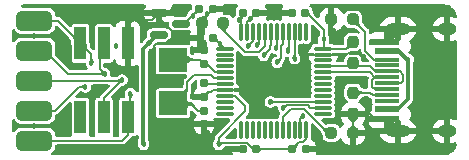
<source format=gtl>
G04 #@! TF.GenerationSoftware,KiCad,Pcbnew,(6.0.11-0)*
G04 #@! TF.CreationDate,2023-02-20T23:18:05+08:00*
G04 #@! TF.ProjectId,ublaster_jtag,75626c61-7374-4657-925f-6a7461672e6b,rev?*
G04 #@! TF.SameCoordinates,Original*
G04 #@! TF.FileFunction,Copper,L1,Top*
G04 #@! TF.FilePolarity,Positive*
%FSLAX46Y46*%
G04 Gerber Fmt 4.6, Leading zero omitted, Abs format (unit mm)*
G04 Created by KiCad (PCBNEW (6.0.11-0)) date 2023-02-20 23:18:05*
%MOMM*%
%LPD*%
G01*
G04 APERTURE LIST*
G04 Aperture macros list*
%AMRoundRect*
0 Rectangle with rounded corners*
0 $1 Rounding radius*
0 $2 $3 $4 $5 $6 $7 $8 $9 X,Y pos of 4 corners*
0 Add a 4 corners polygon primitive as box body*
4,1,4,$2,$3,$4,$5,$6,$7,$8,$9,$2,$3,0*
0 Add four circle primitives for the rounded corners*
1,1,$1+$1,$2,$3*
1,1,$1+$1,$4,$5*
1,1,$1+$1,$6,$7*
1,1,$1+$1,$8,$9*
0 Add four rect primitives between the rounded corners*
20,1,$1+$1,$2,$3,$4,$5,0*
20,1,$1+$1,$4,$5,$6,$7,0*
20,1,$1+$1,$6,$7,$8,$9,0*
20,1,$1+$1,$8,$9,$2,$3,0*%
G04 Aperture macros list end*
G04 #@! TA.AperFunction,SMDPad,CuDef*
%ADD10RoundRect,0.155000X-0.212500X-0.155000X0.212500X-0.155000X0.212500X0.155000X-0.212500X0.155000X0*%
G04 #@! TD*
G04 #@! TA.AperFunction,SMDPad,CuDef*
%ADD11RoundRect,0.155000X0.212500X0.155000X-0.212500X0.155000X-0.212500X-0.155000X0.212500X-0.155000X0*%
G04 #@! TD*
G04 #@! TA.AperFunction,SMDPad,CuDef*
%ADD12RoundRect,0.237500X-0.250000X-0.237500X0.250000X-0.237500X0.250000X0.237500X-0.250000X0.237500X0*%
G04 #@! TD*
G04 #@! TA.AperFunction,SMDPad,CuDef*
%ADD13RoundRect,0.155000X-0.155000X0.212500X-0.155000X-0.212500X0.155000X-0.212500X0.155000X0.212500X0*%
G04 #@! TD*
G04 #@! TA.AperFunction,SMDPad,CuDef*
%ADD14R,1.450000X0.600000*%
G04 #@! TD*
G04 #@! TA.AperFunction,SMDPad,CuDef*
%ADD15R,2.000000X0.300000*%
G04 #@! TD*
G04 #@! TA.AperFunction,SMDPad,CuDef*
%ADD16R,2.000000X0.600000*%
G04 #@! TD*
G04 #@! TA.AperFunction,ComponentPad*
%ADD17O,2.100000X1.000000*%
G04 #@! TD*
G04 #@! TA.AperFunction,ComponentPad*
%ADD18O,1.600000X1.000000*%
G04 #@! TD*
G04 #@! TA.AperFunction,SMDPad,CuDef*
%ADD19R,2.400000X2.000000*%
G04 #@! TD*
G04 #@! TA.AperFunction,SMDPad,CuDef*
%ADD20RoundRect,0.155000X0.155000X-0.212500X0.155000X0.212500X-0.155000X0.212500X-0.155000X-0.212500X0*%
G04 #@! TD*
G04 #@! TA.AperFunction,SMDPad,CuDef*
%ADD21RoundRect,0.075000X-0.075000X-0.662500X0.075000X-0.662500X0.075000X0.662500X-0.075000X0.662500X0*%
G04 #@! TD*
G04 #@! TA.AperFunction,SMDPad,CuDef*
%ADD22RoundRect,0.075000X-0.662500X-0.075000X0.662500X-0.075000X0.662500X0.075000X-0.662500X0.075000X0*%
G04 #@! TD*
G04 #@! TA.AperFunction,SMDPad,CuDef*
%ADD23RoundRect,0.237500X0.237500X-0.250000X0.237500X0.250000X-0.237500X0.250000X-0.237500X-0.250000X0*%
G04 #@! TD*
G04 #@! TA.AperFunction,SMDPad,CuDef*
%ADD24RoundRect,0.237500X0.250000X0.237500X-0.250000X0.237500X-0.250000X-0.237500X0.250000X-0.237500X0*%
G04 #@! TD*
G04 #@! TA.AperFunction,SMDPad,CuDef*
%ADD25RoundRect,0.425000X-1.075000X-0.425000X1.075000X-0.425000X1.075000X0.425000X-1.075000X0.425000X0*%
G04 #@! TD*
G04 #@! TA.AperFunction,SMDPad,CuDef*
%ADD26RoundRect,0.237500X-0.237500X0.250000X-0.237500X-0.250000X0.237500X-0.250000X0.237500X0.250000X0*%
G04 #@! TD*
G04 #@! TA.AperFunction,SMDPad,CuDef*
%ADD27RoundRect,0.150000X-0.587500X-0.150000X0.587500X-0.150000X0.587500X0.150000X-0.587500X0.150000X0*%
G04 #@! TD*
G04 #@! TA.AperFunction,SMDPad,CuDef*
%ADD28R,1.000000X2.750000*%
G04 #@! TD*
G04 #@! TA.AperFunction,ViaPad*
%ADD29C,0.457200*%
G04 #@! TD*
G04 #@! TA.AperFunction,Conductor*
%ADD30C,0.304800*%
G04 #@! TD*
G04 #@! TA.AperFunction,Conductor*
%ADD31C,0.152400*%
G04 #@! TD*
G04 #@! TA.AperFunction,Conductor*
%ADD32C,0.170434*%
G04 #@! TD*
G04 #@! TA.AperFunction,Conductor*
%ADD33C,0.609600*%
G04 #@! TD*
G04 APERTURE END LIST*
D10*
G04 #@! TO.P,C11,1*
G04 #@! TO.N,GND*
X24908700Y-6324600D03*
G04 #@! TO.P,C11,2*
G04 #@! TO.N,/UB_3v3*
X26043700Y-6324600D03*
G04 #@! TD*
D11*
G04 #@! TO.P,C51,2*
G04 #@! TO.N,/UB_3v3*
X32731900Y-15697200D03*
G04 #@! TO.P,C51,1*
G04 #@! TO.N,GND*
X33866900Y-15697200D03*
G04 #@! TD*
D12*
G04 #@! TO.P,R22,1*
G04 #@! TO.N,Net-(R22-Pad1)*
X36044500Y-14351000D03*
G04 #@! TO.P,R22,2*
G04 #@! TO.N,GND*
X37869500Y-14351000D03*
G04 #@! TD*
D13*
G04 #@! TO.P,C49,1*
G04 #@! TO.N,Net-(C49-Pad1)*
X25247600Y-10125900D03*
G04 #@! TO.P,C49,2*
G04 #@! TO.N,GND*
X25247600Y-11260900D03*
G04 #@! TD*
D14*
G04 #@! TO.P,J4,A1,GND*
G04 #@! TO.N,GND*
X40760600Y-13130600D03*
G04 #@! TO.P,J4,A4,VBUS*
G04 #@! TO.N,/UB_VBUS*
X40760600Y-12330600D03*
D15*
G04 #@! TO.P,J4,A5,CC1*
G04 #@! TO.N,Net-(J4-PadA5)*
X40760600Y-11130600D03*
G04 #@! TO.P,J4,A6,D+*
G04 #@! TO.N,/UB_USB_DP*
X40760600Y-10130600D03*
G04 #@! TO.P,J4,A7,D-*
G04 #@! TO.N,/UB_USB_DN*
X40760600Y-9630600D03*
G04 #@! TO.P,J4,A8,SBU1*
G04 #@! TO.N,unconnected-(J4-PadA8)*
X40760600Y-8630600D03*
D14*
G04 #@! TO.P,J4,A9,VBUS*
G04 #@! TO.N,/UB_VBUS*
X40760600Y-7430600D03*
D16*
G04 #@! TO.P,J4,A12,GND*
G04 #@! TO.N,GND*
X40760600Y-6630600D03*
G04 #@! TO.P,J4,B1,GND*
X40760600Y-6630600D03*
G04 #@! TO.P,J4,B4,VBUS*
G04 #@! TO.N,/UB_VBUS*
X40760600Y-7430600D03*
D15*
G04 #@! TO.P,J4,B5,CC2*
G04 #@! TO.N,Net-(J4-PadB5)*
X40760600Y-8130600D03*
G04 #@! TO.P,J4,B6,D+*
G04 #@! TO.N,/UB_USB_DP*
X40760600Y-9130600D03*
G04 #@! TO.P,J4,B7,D-*
G04 #@! TO.N,/UB_USB_DN*
X40760600Y-10630600D03*
G04 #@! TO.P,J4,B8,SBU2*
G04 #@! TO.N,unconnected-(J4-PadB8)*
X40760600Y-11630600D03*
D16*
G04 #@! TO.P,J4,B9,VBUS*
G04 #@! TO.N,/UB_VBUS*
X40760600Y-12330600D03*
G04 #@! TO.P,J4,B12,GND*
G04 #@! TO.N,GND*
X40760600Y-13130600D03*
D17*
G04 #@! TO.P,J4,S1,SHIELD*
X41675600Y-14200600D03*
D18*
X45855600Y-14200600D03*
D17*
X41675600Y-5560600D03*
D18*
X45855600Y-5560600D03*
G04 #@! TD*
D19*
G04 #@! TO.P,Y2,1,1*
G04 #@! TO.N,/UB_XTAL_OUT*
X22631400Y-8132200D03*
G04 #@! TO.P,Y2,2,2*
G04 #@! TO.N,/UB_XTAL_IN*
X22631400Y-11832200D03*
G04 #@! TD*
D20*
G04 #@! TO.P,C17,1*
G04 #@! TO.N,GND*
X25247600Y-13597700D03*
G04 #@! TO.P,C17,2*
G04 #@! TO.N,/UB_XTAL_IN*
X25247600Y-12462700D03*
G04 #@! TD*
D21*
G04 #@! TO.P,U1,48,VDD*
G04 #@! TO.N,/UB_3v3*
X28415800Y-5794300D03*
G04 #@! TO.P,U1,47,VSS*
G04 #@! TO.N,GND*
X28915800Y-5794300D03*
G04 #@! TO.P,U1,46,PB9*
G04 #@! TO.N,/JTAG_TCK*
X29415800Y-5794300D03*
G04 #@! TO.P,U1,45,PB8*
G04 #@! TO.N,/JTAG_TDO*
X29915800Y-5794300D03*
G04 #@! TO.P,U1,44,BOOT0*
G04 #@! TO.N,Net-(R23-Pad1)*
X30415800Y-5794300D03*
G04 #@! TO.P,U1,43,PB7*
G04 #@! TO.N,/JTAG_TMS*
X30915800Y-5794300D03*
G04 #@! TO.P,U1,42,PB6*
G04 #@! TO.N,/UB_ASDO*
X31415800Y-5794300D03*
G04 #@! TO.P,U1,41,PB5*
G04 #@! TO.N,/JTAG_TDI*
X31915800Y-5794300D03*
G04 #@! TO.P,U1,40,PB4*
G04 #@! TO.N,/UB_ASNCS*
X32415800Y-5794300D03*
G04 #@! TO.P,U1,39,PB3*
G04 #@! TO.N,/UB_ASNCE*
X32915800Y-5794300D03*
G04 #@! TO.P,U1,38,PA15*
G04 #@! TO.N,unconnected-(U1-Pad38)*
X33415800Y-5794300D03*
G04 #@! TO.P,U1,37,PA14*
G04 #@! TO.N,unconnected-(U1-Pad37)*
X33915800Y-5794300D03*
D22*
G04 #@! TO.P,U1,36,VDD*
G04 #@! TO.N,/UB_3v3*
X35328300Y-7206800D03*
G04 #@! TO.P,U1,35,VSS*
G04 #@! TO.N,GND*
X35328300Y-7706800D03*
G04 #@! TO.P,U1,34,PA13*
G04 #@! TO.N,unconnected-(U1-Pad34)*
X35328300Y-8206800D03*
G04 #@! TO.P,U1,33,PA12*
G04 #@! TO.N,/UB_USB_DP*
X35328300Y-8706800D03*
G04 #@! TO.P,U1,32,PA11*
G04 #@! TO.N,/UB_USB_DN*
X35328300Y-9206800D03*
G04 #@! TO.P,U1,31,PA10*
G04 #@! TO.N,unconnected-(U1-Pad31)*
X35328300Y-9706800D03*
G04 #@! TO.P,U1,30,PA9*
G04 #@! TO.N,unconnected-(U1-Pad30)*
X35328300Y-10206800D03*
G04 #@! TO.P,U1,29,PA8*
G04 #@! TO.N,unconnected-(U1-Pad29)*
X35328300Y-10706800D03*
G04 #@! TO.P,U1,28,PB15*
G04 #@! TO.N,unconnected-(U1-Pad28)*
X35328300Y-11206800D03*
G04 #@! TO.P,U1,27,PB14*
G04 #@! TO.N,/SWCLK*
X35328300Y-11706800D03*
G04 #@! TO.P,U1,26,PB13*
G04 #@! TO.N,/SWDIO*
X35328300Y-12206800D03*
G04 #@! TO.P,U1,25,PB12*
G04 #@! TO.N,unconnected-(U1-Pad25)*
X35328300Y-12706800D03*
D21*
G04 #@! TO.P,U1,24,VDD*
G04 #@! TO.N,/UB_3v3*
X33915800Y-14119300D03*
G04 #@! TO.P,U1,23,VSS*
G04 #@! TO.N,GND*
X33415800Y-14119300D03*
G04 #@! TO.P,U1,22,PB11*
G04 #@! TO.N,unconnected-(U1-Pad22)*
X32915800Y-14119300D03*
G04 #@! TO.P,U1,21,PB10*
G04 #@! TO.N,unconnected-(U1-Pad21)*
X32415800Y-14119300D03*
G04 #@! TO.P,U1,20,PB2*
G04 #@! TO.N,Net-(R22-Pad1)*
X31915800Y-14119300D03*
G04 #@! TO.P,U1,19,PB1*
G04 #@! TO.N,unconnected-(U1-Pad19)*
X31415800Y-14119300D03*
G04 #@! TO.P,U1,18,PB0*
G04 #@! TO.N,unconnected-(U1-Pad18)*
X30915800Y-14119300D03*
G04 #@! TO.P,U1,17,PA7*
G04 #@! TO.N,unconnected-(U1-Pad17)*
X30415800Y-14119300D03*
G04 #@! TO.P,U1,16,PA6*
G04 #@! TO.N,unconnected-(U1-Pad16)*
X29915800Y-14119300D03*
G04 #@! TO.P,U1,15,PA5*
G04 #@! TO.N,unconnected-(U1-Pad15)*
X29415800Y-14119300D03*
G04 #@! TO.P,U1,14,PA4*
G04 #@! TO.N,unconnected-(U1-Pad14)*
X28915800Y-14119300D03*
G04 #@! TO.P,U1,13,PA3*
G04 #@! TO.N,unconnected-(U1-Pad13)*
X28415800Y-14119300D03*
D22*
G04 #@! TO.P,U1,12,PA2*
G04 #@! TO.N,unconnected-(U1-Pad12)*
X27003300Y-12706800D03*
G04 #@! TO.P,U1,11,PA1*
G04 #@! TO.N,unconnected-(U1-Pad11)*
X27003300Y-12206800D03*
G04 #@! TO.P,U1,10,PA0*
G04 #@! TO.N,unconnected-(U1-Pad10)*
X27003300Y-11706800D03*
G04 #@! TO.P,U1,9,VDDA*
G04 #@! TO.N,/UB_3v3*
X27003300Y-11206800D03*
G04 #@! TO.P,U1,8,VSSA*
G04 #@! TO.N,GND*
X27003300Y-10706800D03*
G04 #@! TO.P,U1,7,NRST*
G04 #@! TO.N,Net-(C49-Pad1)*
X27003300Y-10206800D03*
G04 #@! TO.P,U1,6,PD1*
G04 #@! TO.N,/UB_XTAL_IN*
X27003300Y-9706800D03*
G04 #@! TO.P,U1,5,PD0*
G04 #@! TO.N,/UB_XTAL_OUT*
X27003300Y-9206800D03*
G04 #@! TO.P,U1,4,PC15*
G04 #@! TO.N,unconnected-(U1-Pad4)*
X27003300Y-8706800D03*
G04 #@! TO.P,U1,3,PC14*
G04 #@! TO.N,unconnected-(U1-Pad3)*
X27003300Y-8206800D03*
G04 #@! TO.P,U1,2,PC13*
G04 #@! TO.N,unconnected-(U1-Pad2)*
X27003300Y-7706800D03*
G04 #@! TO.P,U1,1,VBAT*
G04 #@! TO.N,/UB_3v3*
X27003300Y-7206800D03*
G04 #@! TD*
D23*
G04 #@! TO.P,R19,1*
G04 #@! TO.N,GND*
X37871400Y-12748900D03*
G04 #@! TO.P,R19,2*
G04 #@! TO.N,Net-(J4-PadA5)*
X37871400Y-10923900D03*
G04 #@! TD*
D10*
G04 #@! TO.P,C48,1*
G04 #@! TO.N,GND*
X32681100Y-4191000D03*
G04 #@! TO.P,C48,2*
G04 #@! TO.N,/UB_3v3*
X33816100Y-4191000D03*
G04 #@! TD*
D24*
G04 #@! TO.P,R23,1*
G04 #@! TO.N,Net-(R23-Pad1)*
X26896700Y-5054600D03*
G04 #@! TO.P,R23,2*
G04 #@! TO.N,GND*
X25071700Y-5054600D03*
G04 #@! TD*
D25*
G04 #@! TO.P,J3,1,Pin_1*
G04 #@! TO.N,/JTAG_TCK*
X10896600Y-4831000D03*
G04 #@! TO.P,J3,2,Pin_2*
G04 #@! TO.N,/JTAG_TDO*
X10896600Y-7371000D03*
G04 #@! TO.P,J3,3,Pin_3*
G04 #@! TO.N,/JTAG_TMS*
X10896600Y-9911000D03*
G04 #@! TO.P,J3,4,Pin_4*
G04 #@! TO.N,/UB_ASDO*
X10896600Y-12451000D03*
G04 #@! TO.P,J3,5,Pin_5*
G04 #@! TO.N,/JTAG_TDI*
X10896600Y-14991000D03*
G04 #@! TD*
D10*
G04 #@! TO.P,C50,1*
G04 #@! TO.N,GND*
X28515500Y-15697200D03*
G04 #@! TO.P,C50,2*
G04 #@! TO.N,/UB_3v3*
X29650500Y-15697200D03*
G04 #@! TD*
D13*
G04 #@! TO.P,C16,1*
G04 #@! TO.N,GND*
X25247600Y-7357300D03*
G04 #@! TO.P,C16,2*
G04 #@! TO.N,/UB_XTAL_OUT*
X25247600Y-8492300D03*
G04 #@! TD*
D26*
G04 #@! TO.P,R24,1*
G04 #@! TO.N,/UB_3v3*
X37846000Y-6631300D03*
G04 #@! TO.P,R24,2*
G04 #@! TO.N,/UB_USB_DP*
X37846000Y-8456300D03*
G04 #@! TD*
D11*
G04 #@! TO.P,C5,1*
G04 #@! TO.N,GND*
X25992900Y-3835400D03*
G04 #@! TO.P,C5,2*
G04 #@! TO.N,/UB_VBUS*
X24857900Y-3835400D03*
G04 #@! TD*
G04 #@! TO.P,C52,1*
G04 #@! TO.N,GND*
X29675900Y-4165600D03*
G04 #@! TO.P,C52,2*
G04 #@! TO.N,/UB_3v3*
X28540900Y-4165600D03*
G04 #@! TD*
D27*
G04 #@! TO.P,U6,1,GND*
G04 #@! TO.N,GND*
X21439900Y-4155400D03*
G04 #@! TO.P,U6,2,VO*
G04 #@! TO.N,/UB_3v3*
X21439900Y-6055400D03*
G04 #@! TO.P,U6,3,VI*
G04 #@! TO.N,/UB_VBUS*
X23314900Y-5105400D03*
G04 #@! TD*
D12*
G04 #@! TO.P,R20,1*
G04 #@! TO.N,GND*
X36044500Y-4724400D03*
G04 #@! TO.P,R20,2*
G04 #@! TO.N,Net-(J4-PadB5)*
X37869500Y-4724400D03*
G04 #@! TD*
D28*
G04 #@! TO.P,J8,1,Pin_1*
G04 #@! TO.N,/JTAG_TDI*
X18789400Y-13005600D03*
G04 #@! TO.P,J8,2,Pin_2*
G04 #@! TO.N,GND*
X18789400Y-6755600D03*
G04 #@! TO.P,J8,3,Pin_3*
G04 #@! TO.N,/JTAG_TMS*
X16789400Y-13005600D03*
G04 #@! TO.P,J8,4,Pin_4*
G04 #@! TO.N,/JTAG_TDO*
X16789400Y-6755600D03*
G04 #@! TO.P,J8,5,Pin_5*
G04 #@! TO.N,unconnected-(J8-Pad5)*
X14789400Y-13005600D03*
G04 #@! TO.P,J8,6,Pin_6*
G04 #@! TO.N,/JTAG_TCK*
X14789400Y-6755600D03*
G04 #@! TD*
D29*
G04 #@! TO.N,GND*
X38785800Y-7950200D03*
X27584400Y-14478000D03*
X45770800Y-9906000D03*
X33655000Y-10744200D03*
X22555200Y-13970000D03*
X10820400Y-6121400D03*
X10820400Y-13741400D03*
X13665200Y-12954000D03*
X15773400Y-13208000D03*
X17805400Y-7010400D03*
X13462000Y-7112000D03*
X21030700Y-7848600D03*
X27508200Y-15798800D03*
G04 #@! TO.N,/UB_3v3*
X26492200Y-15316200D03*
G04 #@! TO.N,GND*
X33749336Y-8654136D03*
X31775400Y-10871200D03*
X25603200Y-14376400D03*
G04 #@! TO.N,/UB_VBUS*
X42545000Y-8128000D03*
G04 #@! TO.N,/UB_3v3*
X20574000Y-6756400D03*
G04 #@! TO.N,/UB_VBUS*
X24290750Y-4402550D03*
G04 #@! TO.N,GND*
X25518650Y-4309650D03*
X22631400Y-3860800D03*
G04 #@! TO.N,/UB_3v3*
X20142200Y-15316200D03*
G04 #@! TO.N,GND*
X19100800Y-4749800D03*
G04 #@! TO.N,/JTAG_TDI*
X19024600Y-11023600D03*
G04 #@! TO.N,/UB_ASDO*
X15214600Y-10439400D03*
G04 #@! TO.N,/JTAG_TMS*
X18313400Y-9855200D03*
G04 #@! TO.N,/JTAG_TDO*
X16840200Y-9321800D03*
G04 #@! TO.N,/JTAG_TCK*
X15722600Y-8432800D03*
G04 #@! TO.N,/UB_ASNCE*
X32918400Y-8051800D03*
G04 #@! TO.N,/UB_ASNCS*
X32334200Y-7391400D03*
G04 #@! TO.N,/JTAG_TDI*
X31439764Y-8376564D03*
G04 #@! TO.N,/UB_ASDO*
X31321681Y-7162835D03*
G04 #@! TO.N,/JTAG_TMS*
X30302200Y-7772400D03*
G04 #@! TO.N,/JTAG_TDO*
X29768800Y-6883400D03*
G04 #@! TO.N,/JTAG_TCK*
X28981400Y-6959600D03*
G04 #@! TO.N,GND*
X36271200Y-5689600D03*
G04 #@! TO.N,/UB_3v3*
X35382200Y-6426200D03*
G04 #@! TO.N,GND*
X29176250Y-4665250D03*
G04 #@! TO.N,/UB_3v3*
X28244800Y-4775200D03*
X26611450Y-6814950D03*
G04 #@! TO.N,GND*
X33662264Y-12870536D03*
X36220400Y-15595600D03*
G04 #@! TO.N,/SWDIO*
X31978600Y-12192000D03*
G04 #@! TO.N,/SWCLK*
X30861000Y-11709400D03*
G04 #@! TD*
D30*
G04 #@! TO.N,/UB_3v3*
X20574000Y-6756400D02*
X20116800Y-7213600D01*
X20116800Y-7213600D02*
X20116800Y-15290800D01*
D31*
G04 #@! TO.N,/JTAG_TDO*
X16840200Y-9321800D02*
X16408400Y-8890000D01*
X16408400Y-8890000D02*
X16408400Y-7136600D01*
X16408400Y-7136600D02*
X16789400Y-6755600D01*
G04 #@! TO.N,/JTAG_TCK*
X14789400Y-6755600D02*
X14782000Y-6755600D01*
X14782000Y-6755600D02*
X12857400Y-4831000D01*
X12857400Y-4831000D02*
X10896600Y-4831000D01*
X15722600Y-8432800D02*
X15722600Y-7688800D01*
X15722600Y-7688800D02*
X14789400Y-6755600D01*
G04 #@! TO.N,GND*
X21234400Y-6756400D02*
X20980400Y-7010400D01*
X22682200Y-5867400D02*
X22682200Y-6096000D01*
X21439900Y-4625100D02*
X22682200Y-5867400D01*
X22682200Y-6096000D02*
X22021800Y-6756400D01*
X20980400Y-7010400D02*
X20980400Y-7848600D01*
X21439900Y-4155400D02*
X21439900Y-4625100D01*
X22021800Y-6756400D02*
X21234400Y-6756400D01*
X20980400Y-7848600D02*
X21030700Y-7848600D01*
X27609800Y-15697200D02*
X27508200Y-15798800D01*
X28515500Y-15697200D02*
X27609800Y-15697200D01*
D30*
G04 #@! TO.N,/UB_VBUS*
X42545000Y-8128000D02*
X42443400Y-8128000D01*
X41746000Y-7430600D02*
X40760600Y-7430600D01*
X42443400Y-8128000D02*
X41746000Y-7430600D01*
X40760600Y-12330600D02*
X41669800Y-12330600D01*
X42545000Y-11455400D02*
X42545000Y-8128000D01*
X41669800Y-12330600D02*
X42545000Y-11455400D01*
D31*
G04 #@! TO.N,GND*
X33662264Y-12870536D02*
X33415800Y-13117000D01*
X33415800Y-13117000D02*
X33415800Y-14119300D01*
G04 #@! TO.N,Net-(R22-Pad1)*
X36044500Y-14351000D02*
X35788600Y-14351000D01*
X32588200Y-12319000D02*
X31915800Y-12991400D01*
X35788600Y-14351000D02*
X33756600Y-12319000D01*
X33756600Y-12319000D02*
X32588200Y-12319000D01*
X31915800Y-12991400D02*
X31915800Y-14119300D01*
G04 #@! TO.N,/SWDIO*
X31978600Y-12192000D02*
X32156400Y-12014200D01*
X32156400Y-12014200D02*
X34057200Y-12014200D01*
X34057200Y-12014200D02*
X34249800Y-12206800D01*
X34249800Y-12206800D02*
X35328300Y-12206800D01*
G04 #@! TO.N,/UB_XTAL_OUT*
X25247600Y-8492300D02*
X25510300Y-8492300D01*
X25510300Y-8492300D02*
X26224800Y-9206800D01*
X26224800Y-9206800D02*
X27003300Y-9206800D01*
G04 #@! TO.N,/JTAG_TDI*
X31439764Y-8376564D02*
X31778881Y-8037447D01*
X31778881Y-8037447D02*
X31778881Y-6973456D01*
X31778881Y-6973456D02*
X31915800Y-6836537D01*
X31915800Y-6836537D02*
X31915800Y-5794300D01*
G04 #@! TO.N,/UB_ASDO*
X10896600Y-12451000D02*
X12644200Y-12451000D01*
X12644200Y-12451000D02*
X14655800Y-10439400D01*
X14655800Y-10439400D02*
X15214600Y-10439400D01*
D32*
G04 #@! TO.N,/UB_USB_DN*
X40760600Y-9630600D02*
X39747000Y-9630600D01*
X39747000Y-9630600D02*
X39497000Y-9880600D01*
X39497000Y-9880600D02*
X39497000Y-10439400D01*
X39497000Y-10439400D02*
X39688200Y-10630600D01*
X39688200Y-10630600D02*
X40760600Y-10630600D01*
D31*
G04 #@! TO.N,/UB_ASNCS*
X32334200Y-7391400D02*
X32415800Y-7309800D01*
X32415800Y-7309800D02*
X32415800Y-5794300D01*
G04 #@! TO.N,/UB_ASNCE*
X32918400Y-8051800D02*
X32915800Y-8049200D01*
X32915800Y-8049200D02*
X32915800Y-5794300D01*
G04 #@! TO.N,/JTAG_TMS*
X30302200Y-7772400D02*
X30864481Y-7210119D01*
X30864481Y-7210119D02*
X30864481Y-6973456D01*
X30864481Y-6973456D02*
X30915800Y-6922137D01*
X30915800Y-6922137D02*
X30915800Y-5794300D01*
G04 #@! TO.N,/UB_3v3*
X27003300Y-11206800D02*
X27869200Y-11206800D01*
X26492200Y-14757400D02*
X26492200Y-15316200D01*
X27869200Y-11206800D02*
X28727400Y-12065000D01*
X28727400Y-12065000D02*
X28727400Y-12522200D01*
X28727400Y-12522200D02*
X26492200Y-14757400D01*
X28886892Y-15158600D02*
X26649800Y-15158600D01*
X26649800Y-15158600D02*
X26492200Y-15316200D01*
X29425492Y-15697200D02*
X28886892Y-15158600D01*
X29650500Y-15697200D02*
X32731900Y-15697200D01*
G04 #@! TO.N,GND*
X35328300Y-7706800D02*
X34127000Y-7706800D01*
X34127000Y-7706800D02*
X33705800Y-8128000D01*
X33705800Y-8128000D02*
X33705800Y-8610600D01*
X33705800Y-8610600D02*
X33749336Y-8654136D01*
X29376221Y-10871200D02*
X31775400Y-10871200D01*
X29211821Y-10706800D02*
X29376221Y-10871200D01*
X27003300Y-10706800D02*
X29211821Y-10706800D01*
X25247600Y-11260900D02*
X25637300Y-10871200D01*
X25637300Y-10871200D02*
X25831800Y-10871200D01*
X25831800Y-10871200D02*
X25996200Y-10706800D01*
X25996200Y-10706800D02*
X27003300Y-10706800D01*
X25247600Y-14020800D02*
X25603200Y-14376400D01*
X25247600Y-13597700D02*
X25247600Y-14020800D01*
G04 #@! TO.N,/UB_3v3*
X21439900Y-6055400D02*
X21275000Y-6055400D01*
D30*
X21275000Y-6055400D02*
X20574000Y-6756400D01*
D31*
G04 #@! TO.N,/UB_VBUS*
X23314900Y-5105400D02*
X23587900Y-5105400D01*
X23587900Y-5105400D02*
X24857900Y-3835400D01*
G04 #@! TO.N,GND*
X25071700Y-5054600D02*
X25071700Y-4756600D01*
X25071700Y-4756600D02*
X25992900Y-3835400D01*
X24908700Y-6324600D02*
X24908700Y-5217600D01*
X24908700Y-5217600D02*
X25071700Y-5054600D01*
X22336800Y-4155400D02*
X22631400Y-3860800D01*
X21439900Y-4155400D02*
X22336800Y-4155400D01*
G04 #@! TO.N,/UB_3v3*
X20116800Y-15290800D02*
X20142200Y-15316200D01*
G04 #@! TO.N,/JTAG_TDI*
X19024600Y-11023600D02*
X19024600Y-12770400D01*
X19024600Y-12770400D02*
X18789400Y-13005600D01*
G04 #@! TO.N,GND*
X19100800Y-4749800D02*
X20845500Y-4749800D01*
X20845500Y-4749800D02*
X21439900Y-4155400D01*
X18789400Y-5061200D02*
X19100800Y-4749800D01*
X18789400Y-6755600D02*
X18789400Y-5061200D01*
G04 #@! TO.N,/JTAG_TDI*
X10896600Y-14991000D02*
X18333800Y-14991000D01*
X18333800Y-14991000D02*
X18789400Y-14535400D01*
X18789400Y-14535400D02*
X18789400Y-13005600D01*
G04 #@! TO.N,/JTAG_TMS*
X18313400Y-9855200D02*
X16789400Y-11379200D01*
X16789400Y-11379200D02*
X16789400Y-13005600D01*
X18313400Y-9855200D02*
X18257600Y-9911000D01*
X18257600Y-9911000D02*
X10896600Y-9911000D01*
G04 #@! TO.N,/JTAG_TDO*
X10896600Y-7371000D02*
X11765200Y-7371000D01*
X11765200Y-7371000D02*
X13716000Y-9321800D01*
X13716000Y-9321800D02*
X16840200Y-9321800D01*
G04 #@! TO.N,/UB_ASDO*
X31415800Y-7065200D02*
X31318200Y-7162800D01*
X31415800Y-5794300D02*
X31415800Y-7065200D01*
X31318200Y-7162800D02*
X31318235Y-7162835D01*
X31318235Y-7162835D02*
X31321681Y-7162835D01*
G04 #@! TO.N,/JTAG_TDO*
X29915800Y-6736400D02*
X29768800Y-6883400D01*
X29915800Y-5794300D02*
X29915800Y-6736400D01*
G04 #@! TO.N,/JTAG_TCK*
X29415800Y-6525200D02*
X28981400Y-6959600D01*
X29415800Y-5794300D02*
X29415800Y-6525200D01*
G04 #@! TO.N,Net-(R23-Pad1)*
X26896700Y-5054600D02*
X26896700Y-5662300D01*
X26896700Y-5662300D02*
X28727400Y-7493000D01*
X28727400Y-7493000D02*
X29895800Y-7493000D01*
X29895800Y-7493000D02*
X30415800Y-6973000D01*
X30415800Y-6973000D02*
X30415800Y-5794300D01*
G04 #@! TO.N,GND*
X36044500Y-5462900D02*
X36271200Y-5689600D01*
X36044500Y-4724400D02*
X36044500Y-5462900D01*
G04 #@! TO.N,/UB_3v3*
X33816100Y-4191000D02*
X33985200Y-4191000D01*
X35382200Y-7152900D02*
X35328300Y-7206800D01*
X33985200Y-4191000D02*
X35382200Y-5588000D01*
X35382200Y-5588000D02*
X35382200Y-7152900D01*
X28540900Y-4165600D02*
X28540900Y-4479100D01*
X28244800Y-4775200D02*
X28415800Y-4946200D01*
X28415800Y-4946200D02*
X28415800Y-5794300D01*
X28540900Y-4479100D02*
X28244800Y-4775200D01*
G04 #@! TO.N,GND*
X28915800Y-4925700D02*
X29176250Y-4665250D01*
X29675900Y-4165600D02*
X29176250Y-4665250D01*
X28915800Y-5794300D02*
X28915800Y-4925700D01*
G04 #@! TO.N,/UB_3v3*
X26043700Y-6324600D02*
X26121100Y-6324600D01*
X26121100Y-6324600D02*
X27003300Y-7206800D01*
G04 #@! TO.N,/UB_XTAL_IN*
X22631400Y-11832200D02*
X23850600Y-10613000D01*
X23850600Y-10613000D02*
X23850600Y-10033000D01*
X23850600Y-10033000D02*
X24434800Y-9448800D01*
X26064400Y-9706800D02*
X27003300Y-9706800D01*
X24434800Y-9448800D02*
X25806400Y-9448800D01*
X25806400Y-9448800D02*
X26064400Y-9706800D01*
X22631400Y-11832200D02*
X24125800Y-11832200D01*
X24125800Y-11832200D02*
X24756300Y-12462700D01*
X24756300Y-12462700D02*
X25247600Y-12462700D01*
G04 #@! TO.N,/UB_XTAL_OUT*
X22631400Y-8132200D02*
X24887500Y-8132200D01*
X24887500Y-8132200D02*
X25247600Y-8492300D01*
G04 #@! TO.N,Net-(C49-Pad1)*
X25247600Y-9897300D02*
X25557100Y-10206800D01*
X25557100Y-10206800D02*
X27003300Y-10206800D01*
G04 #@! TO.N,GND*
X36118800Y-15697200D02*
X36220400Y-15595600D01*
X33866900Y-15697200D02*
X36118800Y-15697200D01*
G04 #@! TO.N,/UB_3v3*
X32731900Y-15697200D02*
X32740600Y-15697200D01*
X32740600Y-15697200D02*
X33299400Y-15138400D01*
X33299400Y-15138400D02*
X33629600Y-15138400D01*
X33629600Y-15138400D02*
X33915800Y-14852200D01*
X33915800Y-14852200D02*
X33915800Y-14119300D01*
G04 #@! TO.N,GND*
X40760600Y-13285600D02*
X39854000Y-13285600D01*
X39854000Y-13285600D02*
X39317300Y-12748900D01*
X39317300Y-12748900D02*
X37871400Y-12748900D01*
X37869500Y-14351000D02*
X37869500Y-12750800D01*
X37869500Y-12750800D02*
X37871400Y-12748900D01*
G04 #@! TO.N,/UB_3v3*
X35328300Y-7206800D02*
X37270500Y-7206800D01*
X37270500Y-7206800D02*
X37846000Y-6631300D01*
G04 #@! TO.N,GND*
X40760600Y-6630600D02*
X40760600Y-6475600D01*
D33*
X40760600Y-6475600D02*
X41675600Y-5560600D01*
D31*
X40760600Y-13130600D02*
X40760600Y-13285600D01*
D33*
X40760600Y-13285600D02*
X41675600Y-14200600D01*
D31*
G04 #@! TO.N,Net-(J4-PadB5)*
X37869500Y-4724400D02*
X38912800Y-5767700D01*
X39626600Y-8130600D02*
X40760600Y-8130600D01*
X38912800Y-5767700D02*
X38912800Y-7416800D01*
X38912800Y-7416800D02*
X39626600Y-8130600D01*
G04 #@! TO.N,Net-(J4-PadA5)*
X37871400Y-10923900D02*
X39321100Y-10923900D01*
X39321100Y-10923900D02*
X39527800Y-11130600D01*
X39527800Y-11130600D02*
X40760600Y-11130600D01*
D32*
G04 #@! TO.N,/UB_USB_DP*
X40760600Y-9130600D02*
X41820400Y-9130600D01*
X41820400Y-9130600D02*
X42087800Y-9398000D01*
X42087800Y-9398000D02*
X42087800Y-9931400D01*
X42087800Y-9931400D02*
X41888600Y-10130600D01*
X41888600Y-10130600D02*
X40760600Y-10130600D01*
X35328300Y-8706800D02*
X39313166Y-8706800D01*
X39313166Y-8706800D02*
X39736966Y-9130600D01*
X39736966Y-9130600D02*
X40760600Y-9130600D01*
G04 #@! TO.N,/UB_USB_DN*
X35328300Y-9206800D02*
X39280400Y-9206800D01*
X39280400Y-9206800D02*
X39751000Y-9677400D01*
D31*
G04 #@! TO.N,/SWCLK*
X30861000Y-11709400D02*
X35325700Y-11709400D01*
X35325700Y-11709400D02*
X35328300Y-11706800D01*
G04 #@! TD*
G04 #@! TA.AperFunction,Conductor*
G04 #@! TO.N,GND*
G36*
X25617020Y-4319043D02*
G01*
X25555350Y-4388609D01*
X25513229Y-4453598D01*
X25487851Y-4515582D01*
X25476410Y-4576134D01*
X25476097Y-4636827D01*
X25484107Y-4699233D01*
X25497634Y-4764925D01*
X25513871Y-4835475D01*
X25530011Y-4912458D01*
X25543248Y-4997445D01*
X24994649Y-5279253D01*
X24735825Y-4718725D01*
X24818658Y-4643339D01*
X24895493Y-4586718D01*
X24968124Y-4543879D01*
X25038339Y-4509837D01*
X25107932Y-4479610D01*
X25178694Y-4448214D01*
X25252416Y-4410667D01*
X25330889Y-4361984D01*
X25415906Y-4297183D01*
X25509257Y-4211280D01*
X25617020Y-4319043D01*
G37*
G04 #@! TD.AperFunction*
G04 #@! TD*
G04 #@! TA.AperFunction,Conductor*
G04 #@! TO.N,/UB_3v3*
G36*
X20651722Y-6834122D02*
G01*
X20650994Y-6871348D01*
X20649175Y-6964395D01*
X20645587Y-6972599D01*
X20641578Y-6975124D01*
X20625725Y-6981058D01*
X20616064Y-6984674D01*
X20615914Y-6984740D01*
X20615907Y-6984743D01*
X20586783Y-6997585D01*
X20586776Y-6997589D01*
X20586600Y-6997666D01*
X20559695Y-7011782D01*
X20547055Y-7019635D01*
X20534600Y-7027373D01*
X20534591Y-7027379D01*
X20534414Y-7027489D01*
X20509824Y-7045256D01*
X20484991Y-7065551D01*
X20458981Y-7088842D01*
X20458931Y-7088889D01*
X20458913Y-7088906D01*
X20432399Y-7114134D01*
X20430861Y-7115597D01*
X20399697Y-7146283D01*
X20399689Y-7146291D01*
X20399631Y-7146348D01*
X20372829Y-7173109D01*
X20364553Y-7176530D01*
X20356289Y-7173103D01*
X20157297Y-6974111D01*
X20153870Y-6965838D01*
X20157290Y-6957571D01*
X20184116Y-6930702D01*
X20214802Y-6899538D01*
X20216265Y-6898000D01*
X20241493Y-6871486D01*
X20241510Y-6871468D01*
X20241557Y-6871418D01*
X20264848Y-6845408D01*
X20285143Y-6820575D01*
X20302910Y-6795985D01*
X20318617Y-6770704D01*
X20332733Y-6743799D01*
X20345725Y-6714335D01*
X20355276Y-6688821D01*
X20361385Y-6682275D01*
X20366004Y-6681225D01*
X20412234Y-6680321D01*
X20496278Y-6678678D01*
X20654822Y-6675578D01*
X20651722Y-6834122D01*
G37*
G04 #@! TD.AperFunction*
G04 #@! TD*
G04 #@! TA.AperFunction,Conductor*
G04 #@! TO.N,/UB_3v3*
G36*
X20265802Y-14855627D02*
G01*
X20269229Y-14863871D01*
X20269322Y-14901442D01*
X20269933Y-14944973D01*
X20271397Y-14983686D01*
X20271408Y-14983835D01*
X20271409Y-14983844D01*
X20272440Y-14997227D01*
X20274076Y-15018478D01*
X20274098Y-15018644D01*
X20274099Y-15018651D01*
X20276352Y-15035452D01*
X20278335Y-15050246D01*
X20284537Y-15079884D01*
X20293047Y-15108288D01*
X20304229Y-15136355D01*
X20304342Y-15136582D01*
X20318356Y-15164800D01*
X20318446Y-15164980D01*
X20318543Y-15165146D01*
X20318547Y-15165153D01*
X20332068Y-15188240D01*
X20333292Y-15197111D01*
X20331227Y-15201311D01*
X20304109Y-15236370D01*
X20161905Y-15420216D01*
X20154132Y-15424664D01*
X20145136Y-15422026D01*
X19933052Y-15244309D01*
X19928912Y-15236370D01*
X19929462Y-15231657D01*
X19939097Y-15202620D01*
X19939144Y-15202479D01*
X19948452Y-15168415D01*
X19949208Y-15164800D01*
X19955152Y-15136355D01*
X19955258Y-15135846D01*
X19959938Y-15103613D01*
X19962867Y-15070554D01*
X19963758Y-15050454D01*
X19964419Y-15035555D01*
X19964419Y-15035544D01*
X19964421Y-15035506D01*
X19964666Y-15018651D01*
X19964975Y-14997308D01*
X19964975Y-14997227D01*
X19964906Y-14954799D01*
X19964589Y-14906816D01*
X19964589Y-14906779D01*
X19964441Y-14863940D01*
X19967839Y-14855655D01*
X19976141Y-14852200D01*
X20257529Y-14852200D01*
X20265802Y-14855627D01*
G37*
G04 #@! TD.AperFunction*
G04 #@! TD*
G04 #@! TA.AperFunction,Conductor*
G04 #@! TO.N,/JTAG_TDO*
G36*
X16585137Y-8958423D02*
G01*
X16614291Y-8985632D01*
X16648251Y-9012397D01*
X16648488Y-9012548D01*
X16648491Y-9012550D01*
X16679478Y-9032275D01*
X16679485Y-9032279D01*
X16679749Y-9032447D01*
X16680038Y-9032589D01*
X16680043Y-9032592D01*
X16697400Y-9041130D01*
X16709786Y-9047223D01*
X16739359Y-9058168D01*
X16739567Y-9058227D01*
X16739579Y-9058231D01*
X16761392Y-9064427D01*
X16769468Y-9066721D01*
X16801109Y-9074326D01*
X16835147Y-9082391D01*
X16835406Y-9082456D01*
X16872724Y-9092384D01*
X16873242Y-9092535D01*
X16907227Y-9103323D01*
X16914075Y-9109093D01*
X16915384Y-9114246D01*
X16917918Y-9243834D01*
X16920089Y-9354892D01*
X16920236Y-9362399D01*
X16920784Y-9390457D01*
X16917519Y-9398796D01*
X16908857Y-9402384D01*
X16900771Y-9402226D01*
X16871463Y-9401653D01*
X16624261Y-9396820D01*
X16610854Y-9354587D01*
X16600823Y-9316883D01*
X16592726Y-9282709D01*
X16585121Y-9251068D01*
X16576568Y-9220959D01*
X16565623Y-9191386D01*
X16550847Y-9161349D01*
X16550679Y-9161085D01*
X16550675Y-9161078D01*
X16530950Y-9130091D01*
X16530948Y-9130088D01*
X16530797Y-9129851D01*
X16504032Y-9095891D01*
X16488419Y-9079162D01*
X16476823Y-9066737D01*
X16473684Y-9058350D01*
X16477104Y-9050481D01*
X16568881Y-8958704D01*
X16577154Y-8955277D01*
X16585137Y-8958423D01*
G37*
G04 #@! TD.AperFunction*
G04 #@! TD*
G04 #@! TA.AperFunction,Conductor*
G04 #@! TO.N,/JTAG_TDO*
G36*
X16960090Y-6583956D02*
G01*
X16965496Y-6591094D01*
X16965874Y-6594280D01*
X16953651Y-7219517D01*
X16950063Y-7227721D01*
X16945485Y-7230441D01*
X16898313Y-7245376D01*
X16880107Y-7251140D01*
X16879715Y-7251257D01*
X16809187Y-7270899D01*
X16742598Y-7289451D01*
X16742590Y-7289453D01*
X16742491Y-7289481D01*
X16680961Y-7309444D01*
X16660309Y-7318360D01*
X16626170Y-7333098D01*
X16626166Y-7333100D01*
X16625747Y-7333281D01*
X16577996Y-7363482D01*
X16538858Y-7402541D01*
X16509480Y-7452949D01*
X16491011Y-7517199D01*
X16490965Y-7517780D01*
X16490964Y-7517784D01*
X16485457Y-7587012D01*
X16481385Y-7594987D01*
X16473794Y-7597784D01*
X16343779Y-7597784D01*
X16335506Y-7594357D01*
X16332080Y-7586205D01*
X16331002Y-7481883D01*
X16331001Y-7481786D01*
X16327748Y-7383990D01*
X16322955Y-7300218D01*
X16317134Y-7226293D01*
X16310800Y-7158037D01*
X16304465Y-7091274D01*
X16298655Y-7021953D01*
X16298637Y-7021709D01*
X16293861Y-6945669D01*
X16293846Y-6945371D01*
X16290603Y-6858304D01*
X16290596Y-6858006D01*
X16289507Y-6764746D01*
X16292837Y-6756433D01*
X16298249Y-6753289D01*
X16951219Y-6582731D01*
X16960090Y-6583956D01*
G37*
G04 #@! TD.AperFunction*
G04 #@! TD*
G04 #@! TA.AperFunction,Conductor*
G04 #@! TO.N,/JTAG_TCK*
G36*
X14144098Y-6009131D02*
G01*
X14222740Y-6080107D01*
X14302553Y-6135904D01*
X14377470Y-6173358D01*
X14449679Y-6196750D01*
X14450025Y-6196816D01*
X14450030Y-6196817D01*
X14521139Y-6210319D01*
X14521142Y-6210319D01*
X14521366Y-6210362D01*
X14594717Y-6218475D01*
X14646837Y-6223132D01*
X14671761Y-6225359D01*
X14672112Y-6225396D01*
X14754764Y-6235288D01*
X14755536Y-6235407D01*
X14846103Y-6252548D01*
X14847117Y-6252787D01*
X14932018Y-6276906D01*
X14940248Y-6279244D01*
X14947270Y-6284802D01*
X14948746Y-6290147D01*
X14957574Y-6583243D01*
X14957575Y-6583244D01*
X14968034Y-6930499D01*
X14327420Y-6924745D01*
X14319178Y-6921244D01*
X14316339Y-6916476D01*
X14287764Y-6823318D01*
X14287499Y-6822288D01*
X14268511Y-6731725D01*
X14268371Y-6730919D01*
X14256989Y-6648195D01*
X14256943Y-6647817D01*
X14248874Y-6570657D01*
X14239849Y-6497340D01*
X14239820Y-6497103D01*
X14225458Y-6425145D01*
X14225347Y-6424810D01*
X14225345Y-6424802D01*
X14201584Y-6353012D01*
X14201445Y-6352591D01*
X14163440Y-6277252D01*
X14122215Y-6218482D01*
X14107311Y-6197234D01*
X14107306Y-6197228D01*
X14107100Y-6196934D01*
X14035537Y-6117699D01*
X14032535Y-6109263D01*
X14035947Y-6101584D01*
X14127987Y-6009544D01*
X14136260Y-6006117D01*
X14144098Y-6009131D01*
G37*
G04 #@! TD.AperFunction*
G04 #@! TD*
G04 #@! TA.AperFunction,Conductor*
G04 #@! TO.N,/JTAG_TCK*
G36*
X11274658Y-4070177D02*
G01*
X11428306Y-4155160D01*
X11429341Y-4155806D01*
X11480003Y-4191256D01*
X11561438Y-4248241D01*
X11562211Y-4248831D01*
X11674199Y-4341965D01*
X11674579Y-4342295D01*
X11774801Y-4433204D01*
X11871193Y-4518546D01*
X11871203Y-4518554D01*
X11871353Y-4518687D01*
X11972345Y-4595507D01*
X12086071Y-4660596D01*
X12220826Y-4710886D01*
X12384904Y-4743310D01*
X12385303Y-4743333D01*
X12385305Y-4743333D01*
X12441796Y-4746551D01*
X12575566Y-4754171D01*
X12583630Y-4758063D01*
X12586600Y-4765852D01*
X12586600Y-4896148D01*
X12583173Y-4904421D01*
X12575566Y-4907829D01*
X12436951Y-4915724D01*
X12385305Y-4918666D01*
X12385303Y-4918666D01*
X12384904Y-4918689D01*
X12220826Y-4951113D01*
X12086071Y-5001403D01*
X11972345Y-5066492D01*
X11871353Y-5143312D01*
X11871203Y-5143445D01*
X11871193Y-5143453D01*
X11774801Y-5228795D01*
X11674579Y-5319704D01*
X11674199Y-5320034D01*
X11562211Y-5413168D01*
X11561438Y-5413758D01*
X11480003Y-5470743D01*
X11429341Y-5506193D01*
X11428306Y-5506839D01*
X11277921Y-5590018D01*
X11274658Y-5591823D01*
X11265760Y-5592829D01*
X11260885Y-5590018D01*
X11174393Y-5506842D01*
X10480369Y-4839433D01*
X10476781Y-4831229D01*
X10480369Y-4822567D01*
X10539346Y-4765852D01*
X11260886Y-4071982D01*
X11269224Y-4068717D01*
X11274658Y-4070177D01*
G37*
G04 #@! TD.AperFunction*
G04 #@! TD*
G04 #@! TA.AperFunction,Conductor*
G04 #@! TO.N,/JTAG_TCK*
G36*
X15795770Y-7987627D02*
G01*
X15799190Y-7995496D01*
X15800565Y-8035351D01*
X15800591Y-8035574D01*
X15800592Y-8035582D01*
X15805618Y-8078005D01*
X15805652Y-8078290D01*
X15813748Y-8114740D01*
X15824538Y-8146428D01*
X15837711Y-8175079D01*
X15837817Y-8175269D01*
X15837822Y-8175279D01*
X15852891Y-8202306D01*
X15852953Y-8202417D01*
X15853026Y-8202536D01*
X15869948Y-8230165D01*
X15869950Y-8230168D01*
X15888302Y-8259920D01*
X15888466Y-8260194D01*
X15907813Y-8293565D01*
X15908080Y-8294051D01*
X15924482Y-8325710D01*
X15925245Y-8334632D01*
X15922526Y-8339202D01*
X15731033Y-8538331D01*
X15722829Y-8541919D01*
X15714167Y-8538331D01*
X15522674Y-8339202D01*
X15519409Y-8330863D01*
X15520718Y-8325710D01*
X15537119Y-8294051D01*
X15537386Y-8293565D01*
X15556733Y-8260194D01*
X15556897Y-8259920D01*
X15575249Y-8230168D01*
X15575251Y-8230165D01*
X15592173Y-8202536D01*
X15592246Y-8202417D01*
X15592308Y-8202306D01*
X15607377Y-8175279D01*
X15607382Y-8175269D01*
X15607488Y-8175079D01*
X15620661Y-8146428D01*
X15631451Y-8114740D01*
X15639547Y-8078290D01*
X15644634Y-8035351D01*
X15646010Y-7995496D01*
X15649720Y-7987346D01*
X15657703Y-7984200D01*
X15787497Y-7984200D01*
X15795770Y-7987627D01*
G37*
G04 #@! TD.AperFunction*
G04 #@! TD*
G04 #@! TA.AperFunction,Conductor*
G04 #@! TO.N,/JTAG_TCK*
G36*
X14957644Y-6585569D02*
G01*
X14959818Y-6585611D01*
X14959819Y-6585612D01*
X15108446Y-6588517D01*
X15253139Y-6591345D01*
X15261342Y-6594933D01*
X15264131Y-6599734D01*
X15291421Y-6692334D01*
X15291676Y-6693374D01*
X15309471Y-6783473D01*
X15309602Y-6784282D01*
X15319940Y-6866602D01*
X15319981Y-6866976D01*
X15325597Y-6927348D01*
X15327122Y-6943745D01*
X15335339Y-7016908D01*
X15348930Y-7088448D01*
X15372209Y-7160535D01*
X15409490Y-7235336D01*
X15465087Y-7315019D01*
X15465333Y-7315292D01*
X15465338Y-7315298D01*
X15486183Y-7338409D01*
X15535875Y-7393503D01*
X15538870Y-7401939D01*
X15535459Y-7409610D01*
X15443410Y-7501659D01*
X15435137Y-7505086D01*
X15427303Y-7502075D01*
X15383387Y-7462465D01*
X15349098Y-7431538D01*
X15349092Y-7431533D01*
X15348819Y-7431287D01*
X15269136Y-7375690D01*
X15194335Y-7338409D01*
X15122248Y-7315130D01*
X15120048Y-7314712D01*
X15050930Y-7301581D01*
X15050925Y-7301580D01*
X15050708Y-7301539D01*
X15050499Y-7301516D01*
X15050489Y-7301514D01*
X14977618Y-7293330D01*
X14977590Y-7293327D01*
X14977545Y-7293322D01*
X14977519Y-7293320D01*
X14977485Y-7293316D01*
X14900776Y-7286181D01*
X14900402Y-7286140D01*
X14818082Y-7275802D01*
X14817273Y-7275671D01*
X14780708Y-7268449D01*
X14727167Y-7257874D01*
X14726140Y-7257622D01*
X14633535Y-7230331D01*
X14626569Y-7224706D01*
X14625145Y-7219338D01*
X14624004Y-7160930D01*
X14612624Y-6578824D01*
X14957644Y-6585569D01*
G37*
G04 #@! TD.AperFunction*
G04 #@! TD*
G04 #@! TA.AperFunction,Conductor*
G04 #@! TO.N,GND*
G36*
X21058417Y-7446994D02*
G01*
X21063739Y-7486483D01*
X21072370Y-7519913D01*
X21084115Y-7548727D01*
X21098780Y-7574371D01*
X21116168Y-7598290D01*
X21136085Y-7621928D01*
X21158335Y-7646730D01*
X21182723Y-7674141D01*
X21209055Y-7705606D01*
X21056175Y-7960024D01*
X20807927Y-7797319D01*
X20820093Y-7750568D01*
X20832906Y-7710602D01*
X20845910Y-7675461D01*
X20858652Y-7643186D01*
X20870679Y-7611818D01*
X20881536Y-7579397D01*
X20890771Y-7543963D01*
X20897929Y-7503559D01*
X20902556Y-7456224D01*
X20904200Y-7400000D01*
X21056600Y-7400000D01*
X21058417Y-7446994D01*
G37*
G04 #@! TD.AperFunction*
G04 #@! TD*
G04 #@! TA.AperFunction,Conductor*
G04 #@! TO.N,GND*
G36*
X21709900Y-4286166D02*
G01*
X21684429Y-4330533D01*
X21654755Y-4371329D01*
X21623543Y-4409338D01*
X21593458Y-4445346D01*
X21567167Y-4480138D01*
X21547335Y-4514500D01*
X21536629Y-4549217D01*
X21537713Y-4585075D01*
X21553254Y-4622858D01*
X21585917Y-4663354D01*
X21478154Y-4771117D01*
X21434264Y-4722938D01*
X21401592Y-4678622D01*
X21377500Y-4637372D01*
X21359355Y-4598392D01*
X21344520Y-4560883D01*
X21330360Y-4524050D01*
X21314240Y-4487095D01*
X21293525Y-4449221D01*
X21265579Y-4409633D01*
X21227768Y-4367532D01*
X21439900Y-4005400D01*
X21709900Y-4286166D01*
G37*
G04 #@! TD.AperFunction*
G04 #@! TD*
G04 #@! TA.AperFunction,Conductor*
G04 #@! TO.N,GND*
G36*
X27560988Y-15571778D02*
G01*
X27605631Y-15575729D01*
X27644994Y-15581454D01*
X27681167Y-15588357D01*
X27716244Y-15595839D01*
X27752316Y-15603302D01*
X27791476Y-15610147D01*
X27835815Y-15615778D01*
X27887426Y-15619594D01*
X27948400Y-15621000D01*
X27948400Y-15773400D01*
X27905573Y-15775308D01*
X27869490Y-15780931D01*
X27839014Y-15790113D01*
X27813007Y-15802702D01*
X27790331Y-15818543D01*
X27769847Y-15837482D01*
X27750418Y-15859365D01*
X27730905Y-15884038D01*
X27710171Y-15911347D01*
X27687079Y-15941138D01*
X27405162Y-15848273D01*
X27508973Y-15570202D01*
X27560988Y-15571778D01*
G37*
G04 #@! TD.AperFunction*
G04 #@! TD*
G04 #@! TA.AperFunction,Conductor*
G04 #@! TO.N,GND*
G36*
X28670500Y-15697200D02*
G01*
X28380375Y-15976200D01*
X28325071Y-15946800D01*
X28278376Y-15917623D01*
X28237712Y-15889346D01*
X28200503Y-15862643D01*
X28164173Y-15838193D01*
X28126143Y-15816671D01*
X28083837Y-15798755D01*
X28034680Y-15785119D01*
X27976093Y-15776442D01*
X27905500Y-15773400D01*
X27905500Y-15621000D01*
X27976093Y-15617957D01*
X28034680Y-15609280D01*
X28083837Y-15595644D01*
X28126143Y-15577728D01*
X28164173Y-15556206D01*
X28200503Y-15531756D01*
X28237712Y-15505053D01*
X28278376Y-15476776D01*
X28325071Y-15447599D01*
X28380375Y-15418200D01*
X28670500Y-15697200D01*
G37*
G04 #@! TD.AperFunction*
G04 #@! TD*
G04 #@! TA.AperFunction,Conductor*
G04 #@! TO.N,/UB_VBUS*
G36*
X40898711Y-7164183D02*
G01*
X40939126Y-7183895D01*
X40981638Y-7204440D01*
X40981683Y-7204461D01*
X40981703Y-7204470D01*
X41020592Y-7222246D01*
X41020717Y-7222303D01*
X41020839Y-7222353D01*
X41020849Y-7222357D01*
X41058005Y-7237486D01*
X41058177Y-7237556D01*
X41058350Y-7237614D01*
X41058357Y-7237617D01*
X41095630Y-7250199D01*
X41095635Y-7250200D01*
X41095835Y-7250268D01*
X41135504Y-7260512D01*
X41135724Y-7260552D01*
X41135730Y-7260553D01*
X41178809Y-7268322D01*
X41178822Y-7268324D01*
X41179000Y-7268356D01*
X41228138Y-7273872D01*
X41254328Y-7275379D01*
X41284606Y-7277122D01*
X41284618Y-7277122D01*
X41284733Y-7277129D01*
X41324681Y-7277779D01*
X41339090Y-7278013D01*
X41347307Y-7281573D01*
X41350600Y-7289711D01*
X41350600Y-7571489D01*
X41347173Y-7579762D01*
X41339090Y-7583187D01*
X41284733Y-7584070D01*
X41284618Y-7584077D01*
X41284606Y-7584077D01*
X41254328Y-7585820D01*
X41228138Y-7587327D01*
X41179000Y-7592843D01*
X41178822Y-7592875D01*
X41178809Y-7592877D01*
X41135730Y-7600646D01*
X41135724Y-7600647D01*
X41135504Y-7600687D01*
X41095835Y-7610931D01*
X41095635Y-7610999D01*
X41095630Y-7611000D01*
X41058357Y-7623582D01*
X41058350Y-7623585D01*
X41058177Y-7623643D01*
X41058006Y-7623713D01*
X41058005Y-7623713D01*
X41020849Y-7638842D01*
X41020839Y-7638846D01*
X41020717Y-7638896D01*
X41020597Y-7638951D01*
X41020592Y-7638953D01*
X40981703Y-7656729D01*
X40981683Y-7656738D01*
X40981638Y-7656759D01*
X40939126Y-7677304D01*
X40898711Y-7697017D01*
X40889775Y-7697564D01*
X40885474Y-7694934D01*
X40827261Y-7638953D01*
X40619369Y-7439033D01*
X40615781Y-7430829D01*
X40619369Y-7422167D01*
X40770191Y-7277129D01*
X40885474Y-7166266D01*
X40893813Y-7163001D01*
X40898711Y-7164183D01*
G37*
G04 #@! TD.AperFunction*
G04 #@! TD*
G04 #@! TA.AperFunction,Conductor*
G04 #@! TO.N,/UB_VBUS*
G36*
X40898711Y-7164183D02*
G01*
X40939126Y-7183895D01*
X40981638Y-7204440D01*
X40981683Y-7204461D01*
X40981703Y-7204470D01*
X41020592Y-7222246D01*
X41020717Y-7222303D01*
X41020839Y-7222353D01*
X41020849Y-7222357D01*
X41058005Y-7237486D01*
X41058177Y-7237556D01*
X41058350Y-7237614D01*
X41058357Y-7237617D01*
X41095630Y-7250199D01*
X41095635Y-7250200D01*
X41095835Y-7250268D01*
X41135504Y-7260512D01*
X41135724Y-7260552D01*
X41135730Y-7260553D01*
X41178809Y-7268322D01*
X41178822Y-7268324D01*
X41179000Y-7268356D01*
X41228138Y-7273872D01*
X41254328Y-7275379D01*
X41284606Y-7277122D01*
X41284618Y-7277122D01*
X41284733Y-7277129D01*
X41324681Y-7277779D01*
X41339090Y-7278013D01*
X41347307Y-7281573D01*
X41350600Y-7289711D01*
X41350600Y-7571489D01*
X41347173Y-7579762D01*
X41339090Y-7583187D01*
X41284733Y-7584070D01*
X41284618Y-7584077D01*
X41284606Y-7584077D01*
X41254328Y-7585820D01*
X41228138Y-7587327D01*
X41179000Y-7592843D01*
X41178822Y-7592875D01*
X41178809Y-7592877D01*
X41135730Y-7600646D01*
X41135724Y-7600647D01*
X41135504Y-7600687D01*
X41095835Y-7610931D01*
X41095635Y-7610999D01*
X41095630Y-7611000D01*
X41058357Y-7623582D01*
X41058350Y-7623585D01*
X41058177Y-7623643D01*
X41058006Y-7623713D01*
X41058005Y-7623713D01*
X41020849Y-7638842D01*
X41020839Y-7638846D01*
X41020717Y-7638896D01*
X41020597Y-7638951D01*
X41020592Y-7638953D01*
X40981703Y-7656729D01*
X40981683Y-7656738D01*
X40981638Y-7656759D01*
X40939126Y-7677304D01*
X40898711Y-7697017D01*
X40889775Y-7697564D01*
X40885474Y-7694934D01*
X40827261Y-7638953D01*
X40619369Y-7439033D01*
X40615781Y-7430829D01*
X40619369Y-7422167D01*
X40770191Y-7277129D01*
X40885474Y-7166266D01*
X40893813Y-7163001D01*
X40898711Y-7164183D01*
G37*
G04 #@! TD.AperFunction*
G04 #@! TD*
G04 #@! TA.AperFunction,Conductor*
G04 #@! TO.N,/UB_VBUS*
G36*
X42291725Y-7760655D02*
G01*
X42291799Y-7760728D01*
X42314155Y-7782698D01*
X42314198Y-7782738D01*
X42342147Y-7808807D01*
X42342166Y-7808824D01*
X42342240Y-7808893D01*
X42368306Y-7831269D01*
X42368447Y-7831376D01*
X42392856Y-7849930D01*
X42392868Y-7849938D01*
X42393028Y-7850060D01*
X42417061Y-7865478D01*
X42417308Y-7865604D01*
X42417313Y-7865607D01*
X42438064Y-7876205D01*
X42441062Y-7877736D01*
X42441352Y-7877846D01*
X42441355Y-7877847D01*
X42465379Y-7886935D01*
X42465385Y-7886937D01*
X42465684Y-7887050D01*
X42465989Y-7887128D01*
X42465997Y-7887130D01*
X42481152Y-7890980D01*
X42491585Y-7893631D01*
X42499332Y-7894762D01*
X42519164Y-7897657D01*
X42519169Y-7897658D01*
X42519419Y-7897694D01*
X42538890Y-7898819D01*
X42542019Y-7899000D01*
X42550081Y-7902899D01*
X42552401Y-7906858D01*
X42646791Y-8179990D01*
X42362678Y-8265900D01*
X42336926Y-8233136D01*
X42312273Y-8204229D01*
X42287996Y-8177981D01*
X42263373Y-8153193D01*
X42237682Y-8128668D01*
X42210200Y-8103208D01*
X42180206Y-8075615D01*
X42147030Y-8044738D01*
X42146927Y-8044641D01*
X42109854Y-8009294D01*
X42109723Y-8009167D01*
X42076337Y-7976325D01*
X42072842Y-7968080D01*
X42076269Y-7959711D01*
X42275252Y-7760728D01*
X42283525Y-7757301D01*
X42291725Y-7760655D01*
G37*
G04 #@! TD.AperFunction*
G04 #@! TD*
G04 #@! TA.AperFunction,Conductor*
G04 #@! TO.N,/UB_VBUS*
G36*
X40898711Y-12064183D02*
G01*
X40939126Y-12083895D01*
X40981638Y-12104440D01*
X40981683Y-12104461D01*
X40981703Y-12104470D01*
X41020592Y-12122246D01*
X41020717Y-12122303D01*
X41020839Y-12122353D01*
X41020849Y-12122357D01*
X41058005Y-12137486D01*
X41058177Y-12137556D01*
X41058350Y-12137614D01*
X41058357Y-12137617D01*
X41095630Y-12150199D01*
X41095635Y-12150200D01*
X41095835Y-12150268D01*
X41135504Y-12160512D01*
X41135724Y-12160552D01*
X41135730Y-12160553D01*
X41178809Y-12168322D01*
X41178822Y-12168324D01*
X41179000Y-12168356D01*
X41228138Y-12173872D01*
X41254328Y-12175379D01*
X41284606Y-12177122D01*
X41284618Y-12177122D01*
X41284733Y-12177129D01*
X41324681Y-12177779D01*
X41339090Y-12178013D01*
X41347307Y-12181573D01*
X41350600Y-12189711D01*
X41350600Y-12471489D01*
X41347173Y-12479762D01*
X41339090Y-12483187D01*
X41284733Y-12484070D01*
X41284618Y-12484077D01*
X41284606Y-12484077D01*
X41254328Y-12485820D01*
X41228138Y-12487327D01*
X41179000Y-12492843D01*
X41178822Y-12492875D01*
X41178809Y-12492877D01*
X41135730Y-12500646D01*
X41135724Y-12500647D01*
X41135504Y-12500687D01*
X41095835Y-12510931D01*
X41095635Y-12510999D01*
X41095630Y-12511000D01*
X41058357Y-12523582D01*
X41058350Y-12523585D01*
X41058177Y-12523643D01*
X41058006Y-12523713D01*
X41058005Y-12523713D01*
X41020849Y-12538842D01*
X41020839Y-12538846D01*
X41020717Y-12538896D01*
X41020597Y-12538951D01*
X41020592Y-12538953D01*
X40981703Y-12556729D01*
X40981683Y-12556738D01*
X40981638Y-12556759D01*
X40939126Y-12577304D01*
X40898711Y-12597017D01*
X40889775Y-12597564D01*
X40885474Y-12594934D01*
X40827261Y-12538953D01*
X40619369Y-12339033D01*
X40615781Y-12330829D01*
X40619369Y-12322167D01*
X40770191Y-12177129D01*
X40885474Y-12066266D01*
X40893813Y-12063001D01*
X40898711Y-12064183D01*
G37*
G04 #@! TD.AperFunction*
G04 #@! TD*
G04 #@! TA.AperFunction,Conductor*
G04 #@! TO.N,/UB_VBUS*
G36*
X40898711Y-12064183D02*
G01*
X40939126Y-12083895D01*
X40981638Y-12104440D01*
X40981683Y-12104461D01*
X40981703Y-12104470D01*
X41020592Y-12122246D01*
X41020717Y-12122303D01*
X41020839Y-12122353D01*
X41020849Y-12122357D01*
X41058005Y-12137486D01*
X41058177Y-12137556D01*
X41058350Y-12137614D01*
X41058357Y-12137617D01*
X41095630Y-12150199D01*
X41095635Y-12150200D01*
X41095835Y-12150268D01*
X41135504Y-12160512D01*
X41135724Y-12160552D01*
X41135730Y-12160553D01*
X41178809Y-12168322D01*
X41178822Y-12168324D01*
X41179000Y-12168356D01*
X41228138Y-12173872D01*
X41254328Y-12175379D01*
X41284606Y-12177122D01*
X41284618Y-12177122D01*
X41284733Y-12177129D01*
X41324681Y-12177779D01*
X41339090Y-12178013D01*
X41347307Y-12181573D01*
X41350600Y-12189711D01*
X41350600Y-12471489D01*
X41347173Y-12479762D01*
X41339090Y-12483187D01*
X41284733Y-12484070D01*
X41284618Y-12484077D01*
X41284606Y-12484077D01*
X41254328Y-12485820D01*
X41228138Y-12487327D01*
X41179000Y-12492843D01*
X41178822Y-12492875D01*
X41178809Y-12492877D01*
X41135730Y-12500646D01*
X41135724Y-12500647D01*
X41135504Y-12500687D01*
X41095835Y-12510931D01*
X41095635Y-12510999D01*
X41095630Y-12511000D01*
X41058357Y-12523582D01*
X41058350Y-12523585D01*
X41058177Y-12523643D01*
X41058006Y-12523713D01*
X41058005Y-12523713D01*
X41020849Y-12538842D01*
X41020839Y-12538846D01*
X41020717Y-12538896D01*
X41020597Y-12538951D01*
X41020592Y-12538953D01*
X40981703Y-12556729D01*
X40981683Y-12556738D01*
X40981638Y-12556759D01*
X40939126Y-12577304D01*
X40898711Y-12597017D01*
X40889775Y-12597564D01*
X40885474Y-12594934D01*
X40827261Y-12538953D01*
X40619369Y-12339033D01*
X40615781Y-12330829D01*
X40619369Y-12322167D01*
X40770191Y-12177129D01*
X40885474Y-12066266D01*
X40893813Y-12063001D01*
X40898711Y-12064183D01*
G37*
G04 #@! TD.AperFunction*
G04 #@! TD*
G04 #@! TA.AperFunction,Conductor*
G04 #@! TO.N,/UB_VBUS*
G36*
X42743538Y-8220154D02*
G01*
X42745233Y-8221917D01*
X42748498Y-8230256D01*
X42747448Y-8234874D01*
X42736159Y-8259670D01*
X42724512Y-8289690D01*
X42715468Y-8318697D01*
X42715418Y-8318911D01*
X42708747Y-8347468D01*
X42708744Y-8347482D01*
X42708698Y-8347680D01*
X42703874Y-8377631D01*
X42703859Y-8377779D01*
X42703857Y-8377795D01*
X42702105Y-8395219D01*
X42700665Y-8409542D01*
X42698742Y-8444403D01*
X42698739Y-8444529D01*
X42697778Y-8483147D01*
X42697777Y-8483205D01*
X42697777Y-8483245D01*
X42697776Y-8483274D01*
X42697439Y-8526940D01*
X42697409Y-8564909D01*
X42693976Y-8573180D01*
X42685709Y-8576600D01*
X42404291Y-8576600D01*
X42396018Y-8573173D01*
X42392591Y-8564910D01*
X42392560Y-8526941D01*
X42392560Y-8526940D01*
X42392223Y-8483274D01*
X42392222Y-8483245D01*
X42392222Y-8483205D01*
X42391257Y-8444403D01*
X42389334Y-8409542D01*
X42387894Y-8395219D01*
X42386142Y-8377795D01*
X42386140Y-8377779D01*
X42386125Y-8377631D01*
X42381301Y-8347680D01*
X42381255Y-8347482D01*
X42381252Y-8347468D01*
X42374581Y-8318911D01*
X42374531Y-8318697D01*
X42365487Y-8289690D01*
X42365417Y-8289509D01*
X42353893Y-8259805D01*
X42353886Y-8259788D01*
X42353840Y-8259670D01*
X42351254Y-8253989D01*
X42348704Y-8248387D01*
X42348701Y-8248383D01*
X42339260Y-8227644D01*
X42545000Y-8013700D01*
X42743538Y-8220154D01*
G37*
G04 #@! TD.AperFunction*
G04 #@! TD*
G04 #@! TA.AperFunction,Conductor*
G04 #@! TO.N,GND*
G36*
X33737284Y-13086475D02*
G01*
X33702836Y-13096176D01*
X33668191Y-13102665D01*
X33634250Y-13107511D01*
X33601913Y-13112280D01*
X33572080Y-13118539D01*
X33545652Y-13127856D01*
X33523530Y-13141798D01*
X33506613Y-13161932D01*
X33495803Y-13189826D01*
X33492000Y-13227047D01*
X33339600Y-13227047D01*
X33342233Y-13176497D01*
X33349382Y-13134220D01*
X33359917Y-13098356D01*
X33372710Y-13067043D01*
X33386632Y-13038421D01*
X33400553Y-13010628D01*
X33413346Y-12981804D01*
X33423881Y-12950088D01*
X33431030Y-12913619D01*
X33433664Y-12870536D01*
X33743086Y-12789714D01*
X33737284Y-13086475D01*
G37*
G04 #@! TD.AperFunction*
G04 #@! TD*
G04 #@! TA.AperFunction,Conductor*
G04 #@! TO.N,GND*
G36*
X33492557Y-13861552D02*
G01*
X33494244Y-13889248D01*
X33497080Y-13913280D01*
X33501085Y-13934542D01*
X33506280Y-13953925D01*
X33512684Y-13972323D01*
X33520318Y-13990629D01*
X33529202Y-14009734D01*
X33539356Y-14030533D01*
X33550800Y-14053917D01*
X33415800Y-14194300D01*
X33280800Y-14053917D01*
X33292243Y-14030533D01*
X33302397Y-14009734D01*
X33311281Y-13990629D01*
X33318915Y-13972323D01*
X33325319Y-13953925D01*
X33330514Y-13934542D01*
X33334519Y-13913280D01*
X33337355Y-13889248D01*
X33339042Y-13861552D01*
X33339600Y-13829300D01*
X33492000Y-13829300D01*
X33492557Y-13861552D01*
G37*
G04 #@! TD.AperFunction*
G04 #@! TD*
G04 #@! TA.AperFunction,Conductor*
G04 #@! TO.N,Net-(R22-Pad1)*
G36*
X35331004Y-13784730D02*
G01*
X35394261Y-13841005D01*
X35460834Y-13884757D01*
X35461312Y-13884960D01*
X35461318Y-13884963D01*
X35489227Y-13896803D01*
X35524164Y-13911625D01*
X35524722Y-13911742D01*
X35585446Y-13924480D01*
X35585451Y-13924481D01*
X35585939Y-13924583D01*
X35627308Y-13925933D01*
X35647470Y-13926591D01*
X35647473Y-13926591D01*
X35647844Y-13926603D01*
X35648218Y-13926568D01*
X35648222Y-13926568D01*
X35711356Y-13920680D01*
X35711365Y-13920679D01*
X35711567Y-13920660D01*
X35778795Y-13909727D01*
X35780975Y-13909337D01*
X35851064Y-13896803D01*
X35851374Y-13896752D01*
X35903565Y-13888858D01*
X35930171Y-13884834D01*
X35930841Y-13884753D01*
X36009935Y-13877494D01*
X36018486Y-13880150D01*
X36021739Y-13884492D01*
X36039990Y-13926603D01*
X36256216Y-14425520D01*
X36258783Y-14431444D01*
X36258929Y-14440398D01*
X36252277Y-14447006D01*
X35911289Y-14579209D01*
X35696572Y-14662456D01*
X35687620Y-14662251D01*
X35683216Y-14658867D01*
X35619715Y-14579687D01*
X35619008Y-14578706D01*
X35568380Y-14500173D01*
X35567801Y-14499169D01*
X35530066Y-14425520D01*
X35529694Y-14424721D01*
X35499882Y-14353841D01*
X35499737Y-14353480D01*
X35472970Y-14283409D01*
X35444513Y-14212698D01*
X35444511Y-14212694D01*
X35444440Y-14212517D01*
X35409297Y-14139114D01*
X35362621Y-14061331D01*
X35348993Y-14043191D01*
X35299665Y-13977530D01*
X35299658Y-13977521D01*
X35299493Y-13977302D01*
X35250705Y-13924099D01*
X35222569Y-13893417D01*
X35219503Y-13885003D01*
X35222919Y-13877236D01*
X35314955Y-13785200D01*
X35323228Y-13781773D01*
X35331004Y-13784730D01*
G37*
G04 #@! TD.AperFunction*
G04 #@! TD*
G04 #@! TA.AperFunction,Conductor*
G04 #@! TO.N,Net-(R22-Pad1)*
G36*
X31988774Y-13832727D02*
G01*
X31992199Y-13840797D01*
X31992557Y-13861552D01*
X31994244Y-13889248D01*
X31997080Y-13913280D01*
X32001085Y-13934542D01*
X32006280Y-13953925D01*
X32006344Y-13954108D01*
X32006348Y-13954122D01*
X32010433Y-13965856D01*
X32012684Y-13972323D01*
X32012750Y-13972482D01*
X32012756Y-13972497D01*
X32020270Y-13990514D01*
X32020318Y-13990629D01*
X32020364Y-13990727D01*
X32020375Y-13990753D01*
X32026164Y-14003200D01*
X32029202Y-14009734D01*
X32039356Y-14030533D01*
X32047202Y-14046564D01*
X32047202Y-14046565D01*
X32047761Y-14055502D01*
X32045127Y-14059816D01*
X31924233Y-14185531D01*
X31916029Y-14189119D01*
X31907367Y-14185531D01*
X31786474Y-14059817D01*
X31783209Y-14051478D01*
X31784398Y-14046564D01*
X31792243Y-14030533D01*
X31802397Y-14009734D01*
X31802412Y-14009701D01*
X31811224Y-13990753D01*
X31811235Y-13990727D01*
X31811281Y-13990629D01*
X31811329Y-13990514D01*
X31818843Y-13972497D01*
X31818849Y-13972482D01*
X31818915Y-13972323D01*
X31821166Y-13965856D01*
X31825251Y-13954122D01*
X31825255Y-13954108D01*
X31825319Y-13953925D01*
X31830514Y-13934542D01*
X31834519Y-13913280D01*
X31837355Y-13889248D01*
X31839042Y-13861552D01*
X31839401Y-13840798D01*
X31842970Y-13832585D01*
X31851099Y-13829300D01*
X31980501Y-13829300D01*
X31988774Y-13832727D01*
G37*
G04 #@! TD.AperFunction*
G04 #@! TD*
G04 #@! TA.AperFunction,Conductor*
G04 #@! TO.N,/SWDIO*
G36*
X32360125Y-11941927D02*
G01*
X32363552Y-11950200D01*
X32363552Y-12079473D01*
X32360125Y-12087746D01*
X32352652Y-12091146D01*
X32342405Y-12091848D01*
X32330038Y-12092695D01*
X32329560Y-12092810D01*
X32329558Y-12092810D01*
X32315598Y-12096159D01*
X32302311Y-12099346D01*
X32279586Y-12110001D01*
X32261075Y-12124305D01*
X32245995Y-12141907D01*
X32233558Y-12162452D01*
X32222980Y-12185590D01*
X32213474Y-12210965D01*
X32213462Y-12211001D01*
X32213456Y-12211017D01*
X32204256Y-12238226D01*
X32197170Y-12259224D01*
X32191278Y-12265967D01*
X32186314Y-12267181D01*
X31913234Y-12272520D01*
X31904895Y-12269255D01*
X31901307Y-12261051D01*
X31901685Y-12257865D01*
X31976353Y-11972003D01*
X31981759Y-11964865D01*
X31987489Y-11963261D01*
X32023915Y-11962690D01*
X32023940Y-11962689D01*
X32024012Y-11962688D01*
X32024109Y-11962683D01*
X32024115Y-11962683D01*
X32062999Y-11960762D01*
X32063007Y-11960761D01*
X32063077Y-11960758D01*
X32066070Y-11960511D01*
X32097527Y-11957919D01*
X32097532Y-11957918D01*
X32097599Y-11957913D01*
X32129380Y-11954459D01*
X32142091Y-11952910D01*
X32160188Y-11950705D01*
X32160226Y-11950700D01*
X32191884Y-11946947D01*
X32192091Y-11946925D01*
X32208698Y-11945257D01*
X32226166Y-11943502D01*
X32226446Y-11943477D01*
X32241833Y-11942351D01*
X32265025Y-11940653D01*
X32265379Y-11940633D01*
X32310142Y-11938719D01*
X32310486Y-11938709D01*
X32326047Y-11938501D01*
X32326203Y-11938500D01*
X32351852Y-11938500D01*
X32360125Y-11941927D01*
G37*
G04 #@! TD.AperFunction*
G04 #@! TD*
G04 #@! TA.AperFunction,Conductor*
G04 #@! TO.N,/SWDIO*
G36*
X35268817Y-12077474D02*
G01*
X35394531Y-12198367D01*
X35398119Y-12206571D01*
X35394531Y-12215233D01*
X35268817Y-12336126D01*
X35260479Y-12339391D01*
X35255565Y-12338202D01*
X35239533Y-12330356D01*
X35218759Y-12320214D01*
X35218750Y-12320210D01*
X35218734Y-12320202D01*
X35212200Y-12317164D01*
X35199753Y-12311375D01*
X35199727Y-12311364D01*
X35199629Y-12311318D01*
X35199514Y-12311270D01*
X35181497Y-12303756D01*
X35181482Y-12303750D01*
X35181323Y-12303684D01*
X35174856Y-12301433D01*
X35163122Y-12297348D01*
X35163108Y-12297344D01*
X35162925Y-12297280D01*
X35143542Y-12292085D01*
X35122280Y-12288080D01*
X35122072Y-12288055D01*
X35122069Y-12288055D01*
X35098443Y-12285267D01*
X35098248Y-12285244D01*
X35098054Y-12285232D01*
X35098052Y-12285232D01*
X35093269Y-12284941D01*
X35070552Y-12283557D01*
X35049797Y-12283199D01*
X35041585Y-12279630D01*
X35038300Y-12271501D01*
X35038300Y-12142099D01*
X35041727Y-12133826D01*
X35049798Y-12130401D01*
X35070552Y-12130042D01*
X35093269Y-12128658D01*
X35098052Y-12128367D01*
X35098054Y-12128367D01*
X35098248Y-12128355D01*
X35098443Y-12128332D01*
X35122069Y-12125544D01*
X35122072Y-12125544D01*
X35122280Y-12125519D01*
X35143542Y-12121514D01*
X35162925Y-12116319D01*
X35163108Y-12116255D01*
X35163122Y-12116251D01*
X35174856Y-12112166D01*
X35181323Y-12109915D01*
X35181482Y-12109849D01*
X35181497Y-12109843D01*
X35199514Y-12102329D01*
X35199516Y-12102328D01*
X35199629Y-12102281D01*
X35199727Y-12102235D01*
X35199753Y-12102224D01*
X35212200Y-12096435D01*
X35218734Y-12093397D01*
X35239533Y-12083243D01*
X35255564Y-12075398D01*
X35264502Y-12074839D01*
X35268817Y-12077474D01*
G37*
G04 #@! TD.AperFunction*
G04 #@! TD*
G04 #@! TA.AperFunction,Conductor*
G04 #@! TO.N,/UB_XTAL_OUT*
G36*
X25472887Y-8279427D02*
G01*
X25489119Y-8296313D01*
X25513786Y-8321976D01*
X25514092Y-8322307D01*
X25533166Y-8343938D01*
X25552306Y-8365644D01*
X25552626Y-8366023D01*
X25584604Y-8405546D01*
X25584849Y-8405860D01*
X25613014Y-8443205D01*
X25613136Y-8443370D01*
X25638736Y-8478580D01*
X25639860Y-8480126D01*
X25667448Y-8517769D01*
X25698189Y-8557751D01*
X25734439Y-8601610D01*
X25778551Y-8650885D01*
X25778621Y-8650957D01*
X25824890Y-8698847D01*
X25828174Y-8707178D01*
X25824749Y-8715250D01*
X25732916Y-8807083D01*
X25724643Y-8810510D01*
X25716873Y-8807558D01*
X25685540Y-8779728D01*
X25685538Y-8779727D01*
X25685229Y-8779452D01*
X25647519Y-8754746D01*
X25647030Y-8754540D01*
X25611808Y-8739708D01*
X25611804Y-8739707D01*
X25611263Y-8739479D01*
X25575736Y-8732366D01*
X25575177Y-8732362D01*
X25575175Y-8732362D01*
X25540655Y-8732126D01*
X25540216Y-8732123D01*
X25503977Y-8737467D01*
X25503684Y-8737542D01*
X25503679Y-8737543D01*
X25495222Y-8739708D01*
X25466298Y-8747112D01*
X25441364Y-8755036D01*
X25426452Y-8759775D01*
X25383768Y-8774154D01*
X25383602Y-8774208D01*
X25345265Y-8786488D01*
X25336342Y-8785749D01*
X25332367Y-8782405D01*
X25329961Y-8779224D01*
X25094513Y-8468029D01*
X25454714Y-8279427D01*
X25459025Y-8277170D01*
X25467944Y-8276368D01*
X25472887Y-8279427D01*
G37*
G04 #@! TD.AperFunction*
G04 #@! TD*
G04 #@! TA.AperFunction,Conductor*
G04 #@! TO.N,/UB_XTAL_OUT*
G36*
X26943817Y-9077474D02*
G01*
X27069531Y-9198367D01*
X27073119Y-9206571D01*
X27069531Y-9215233D01*
X26943817Y-9336126D01*
X26935479Y-9339391D01*
X26930565Y-9338202D01*
X26914533Y-9330356D01*
X26893759Y-9320214D01*
X26893750Y-9320210D01*
X26893734Y-9320202D01*
X26887200Y-9317164D01*
X26874753Y-9311375D01*
X26874727Y-9311364D01*
X26874629Y-9311318D01*
X26874514Y-9311270D01*
X26856497Y-9303756D01*
X26856482Y-9303750D01*
X26856323Y-9303684D01*
X26849856Y-9301433D01*
X26838122Y-9297348D01*
X26838108Y-9297344D01*
X26837925Y-9297280D01*
X26818542Y-9292085D01*
X26797280Y-9288080D01*
X26797072Y-9288055D01*
X26797069Y-9288055D01*
X26773443Y-9285267D01*
X26773248Y-9285244D01*
X26773054Y-9285232D01*
X26773052Y-9285232D01*
X26768269Y-9284941D01*
X26745552Y-9283557D01*
X26724797Y-9283199D01*
X26716585Y-9279630D01*
X26713300Y-9271501D01*
X26713300Y-9142099D01*
X26716727Y-9133826D01*
X26724798Y-9130401D01*
X26745552Y-9130042D01*
X26768269Y-9128658D01*
X26773052Y-9128367D01*
X26773054Y-9128367D01*
X26773248Y-9128355D01*
X26773443Y-9128332D01*
X26797069Y-9125544D01*
X26797072Y-9125544D01*
X26797280Y-9125519D01*
X26818542Y-9121514D01*
X26837925Y-9116319D01*
X26838108Y-9116255D01*
X26838122Y-9116251D01*
X26849856Y-9112166D01*
X26856323Y-9109915D01*
X26856482Y-9109849D01*
X26856497Y-9109843D01*
X26874514Y-9102329D01*
X26874516Y-9102328D01*
X26874629Y-9102281D01*
X26874727Y-9102235D01*
X26874753Y-9102224D01*
X26887200Y-9096435D01*
X26893734Y-9093397D01*
X26914533Y-9083243D01*
X26930564Y-9075398D01*
X26939502Y-9074839D01*
X26943817Y-9077474D01*
G37*
G04 #@! TD.AperFunction*
G04 #@! TD*
G04 #@! TA.AperFunction,Conductor*
G04 #@! TO.N,/JTAG_TDI*
G36*
X31711083Y-8013468D02*
G01*
X31802861Y-8105246D01*
X31806288Y-8113519D01*
X31803142Y-8121500D01*
X31775931Y-8150655D01*
X31749166Y-8184615D01*
X31749015Y-8184852D01*
X31749013Y-8184855D01*
X31729288Y-8215842D01*
X31729284Y-8215849D01*
X31729116Y-8216113D01*
X31714340Y-8246150D01*
X31703395Y-8275723D01*
X31703336Y-8275931D01*
X31703332Y-8275943D01*
X31697136Y-8297756D01*
X31694842Y-8305832D01*
X31694813Y-8305953D01*
X31687237Y-8337473D01*
X31687230Y-8337504D01*
X31687221Y-8337541D01*
X31679179Y-8371484D01*
X31679101Y-8371795D01*
X31669181Y-8409081D01*
X31669026Y-8409613D01*
X31658241Y-8443590D01*
X31652471Y-8450438D01*
X31647318Y-8451748D01*
X31568640Y-8453286D01*
X31371107Y-8457148D01*
X31362768Y-8453883D01*
X31359180Y-8445221D01*
X31364580Y-8169010D01*
X31368168Y-8160806D01*
X31372737Y-8158087D01*
X31406721Y-8147299D01*
X31407239Y-8147148D01*
X31444557Y-8137220D01*
X31444816Y-8137155D01*
X31478854Y-8129090D01*
X31510495Y-8121485D01*
X31518571Y-8119191D01*
X31540384Y-8112995D01*
X31540396Y-8112991D01*
X31540604Y-8112932D01*
X31570177Y-8101987D01*
X31582563Y-8095894D01*
X31599920Y-8087356D01*
X31599925Y-8087353D01*
X31600214Y-8087211D01*
X31600478Y-8087043D01*
X31600485Y-8087039D01*
X31631472Y-8067314D01*
X31631475Y-8067312D01*
X31631712Y-8067161D01*
X31665672Y-8040396D01*
X31677525Y-8029334D01*
X31694827Y-8013187D01*
X31703214Y-8010048D01*
X31711083Y-8013468D01*
G37*
G04 #@! TD.AperFunction*
G04 #@! TD*
G04 #@! TA.AperFunction,Conductor*
G04 #@! TO.N,/JTAG_TDI*
G36*
X31924233Y-5728069D02*
G01*
X32045126Y-5853783D01*
X32048391Y-5862121D01*
X32047202Y-5867034D01*
X32039356Y-5883066D01*
X32029202Y-5903865D01*
X32020375Y-5922846D01*
X32020364Y-5922872D01*
X32020318Y-5922970D01*
X32020271Y-5923083D01*
X32020270Y-5923085D01*
X32012756Y-5941102D01*
X32012750Y-5941117D01*
X32012684Y-5941276D01*
X32012622Y-5941455D01*
X32006348Y-5959477D01*
X32006344Y-5959491D01*
X32006280Y-5959674D01*
X32001085Y-5979057D01*
X31997080Y-6000319D01*
X31994244Y-6024351D01*
X31992557Y-6052047D01*
X31992555Y-6052188D01*
X31992199Y-6072802D01*
X31988630Y-6081015D01*
X31980501Y-6084300D01*
X31851099Y-6084300D01*
X31842826Y-6080873D01*
X31839401Y-6072802D01*
X31839044Y-6052188D01*
X31839042Y-6052047D01*
X31837355Y-6024351D01*
X31834519Y-6000319D01*
X31830514Y-5979057D01*
X31825319Y-5959674D01*
X31825255Y-5959491D01*
X31825251Y-5959477D01*
X31818977Y-5941455D01*
X31818915Y-5941276D01*
X31818849Y-5941117D01*
X31818843Y-5941102D01*
X31811329Y-5923085D01*
X31811328Y-5923083D01*
X31811281Y-5922970D01*
X31811235Y-5922872D01*
X31811224Y-5922846D01*
X31802397Y-5903865D01*
X31792243Y-5883066D01*
X31784398Y-5867036D01*
X31783839Y-5858099D01*
X31786474Y-5853783D01*
X31907367Y-5728069D01*
X31915571Y-5724481D01*
X31924233Y-5728069D01*
G37*
G04 #@! TD.AperFunction*
G04 #@! TD*
G04 #@! TA.AperFunction,Conductor*
G04 #@! TO.N,/UB_ASDO*
G36*
X11274658Y-11690177D02*
G01*
X11428306Y-11775160D01*
X11429341Y-11775806D01*
X11480003Y-11811256D01*
X11561438Y-11868241D01*
X11562211Y-11868831D01*
X11674199Y-11961965D01*
X11674579Y-11962295D01*
X11774801Y-12053204D01*
X11871193Y-12138546D01*
X11871203Y-12138554D01*
X11871353Y-12138687D01*
X11972345Y-12215507D01*
X12086071Y-12280596D01*
X12220826Y-12330886D01*
X12384904Y-12363310D01*
X12385303Y-12363333D01*
X12385305Y-12363333D01*
X12441796Y-12366551D01*
X12575566Y-12374171D01*
X12583630Y-12378063D01*
X12586600Y-12385852D01*
X12586600Y-12516148D01*
X12583173Y-12524421D01*
X12575566Y-12527829D01*
X12436951Y-12535724D01*
X12385305Y-12538666D01*
X12385303Y-12538666D01*
X12384904Y-12538689D01*
X12220826Y-12571113D01*
X12086071Y-12621403D01*
X11972345Y-12686492D01*
X11871353Y-12763312D01*
X11871203Y-12763445D01*
X11871193Y-12763453D01*
X11774801Y-12848795D01*
X11674579Y-12939704D01*
X11674199Y-12940034D01*
X11562211Y-13033168D01*
X11561438Y-13033758D01*
X11480003Y-13090743D01*
X11429341Y-13126193D01*
X11428306Y-13126839D01*
X11277921Y-13210018D01*
X11274658Y-13211823D01*
X11265760Y-13212829D01*
X11260885Y-13210018D01*
X11174393Y-13126842D01*
X10480369Y-12459433D01*
X10476781Y-12451229D01*
X10480369Y-12442567D01*
X10539346Y-12385852D01*
X11260886Y-11691982D01*
X11269224Y-11688717D01*
X11274658Y-11690177D01*
G37*
G04 #@! TD.AperFunction*
G04 #@! TD*
G04 #@! TA.AperFunction,Conductor*
G04 #@! TO.N,/UB_ASDO*
G36*
X15121002Y-10239474D02*
G01*
X15252813Y-10366230D01*
X15320131Y-10430967D01*
X15323719Y-10439171D01*
X15320131Y-10447833D01*
X15156591Y-10605102D01*
X15121002Y-10639326D01*
X15112663Y-10642591D01*
X15107510Y-10641282D01*
X15075851Y-10624880D01*
X15075365Y-10624613D01*
X15041994Y-10605266D01*
X15041720Y-10605102D01*
X15011968Y-10586750D01*
X14984336Y-10569826D01*
X14984217Y-10569753D01*
X14984106Y-10569691D01*
X14957079Y-10554622D01*
X14957069Y-10554617D01*
X14956879Y-10554511D01*
X14956678Y-10554419D01*
X14956669Y-10554414D01*
X14928506Y-10541466D01*
X14928228Y-10541338D01*
X14907308Y-10534215D01*
X14896846Y-10530652D01*
X14896843Y-10530651D01*
X14896540Y-10530548D01*
X14860090Y-10522452D01*
X14859810Y-10522419D01*
X14859805Y-10522418D01*
X14817382Y-10517392D01*
X14817374Y-10517391D01*
X14817151Y-10517365D01*
X14777297Y-10515990D01*
X14769147Y-10512280D01*
X14766000Y-10504297D01*
X14766000Y-10374503D01*
X14769427Y-10366230D01*
X14777296Y-10362810D01*
X14817151Y-10361434D01*
X14843977Y-10358256D01*
X14859805Y-10356381D01*
X14859810Y-10356380D01*
X14860090Y-10356347D01*
X14896540Y-10348251D01*
X14896843Y-10348148D01*
X14896846Y-10348147D01*
X14907308Y-10344584D01*
X14928228Y-10337461D01*
X14936672Y-10333579D01*
X14956669Y-10324385D01*
X14956678Y-10324380D01*
X14956879Y-10324288D01*
X14957069Y-10324182D01*
X14957079Y-10324177D01*
X14984106Y-10309108D01*
X14984110Y-10309106D01*
X14984217Y-10309046D01*
X15011968Y-10292049D01*
X15041720Y-10273697D01*
X15041994Y-10273533D01*
X15075365Y-10254186D01*
X15075851Y-10253919D01*
X15107510Y-10237518D01*
X15116432Y-10236756D01*
X15121002Y-10239474D01*
G37*
G04 #@! TD.AperFunction*
G04 #@! TD*
G04 #@! TA.AperFunction,Conductor*
G04 #@! TO.N,/UB_USB_DN*
G36*
X40701058Y-9501217D02*
G01*
X40759018Y-9556954D01*
X40826831Y-9622167D01*
X40830419Y-9630371D01*
X40826831Y-9639033D01*
X40730688Y-9731489D01*
X40701059Y-9759982D01*
X40692720Y-9763247D01*
X40687905Y-9762106D01*
X40672700Y-9754842D01*
X40652415Y-9745656D01*
X40652349Y-9745626D01*
X40633355Y-9737854D01*
X40614912Y-9731430D01*
X40596211Y-9726259D01*
X40590121Y-9725022D01*
X40576640Y-9722282D01*
X40576628Y-9722280D01*
X40576446Y-9722243D01*
X40569524Y-9721297D01*
X40554966Y-9719308D01*
X40554955Y-9719307D01*
X40554810Y-9719287D01*
X40530495Y-9717295D01*
X40530359Y-9717289D01*
X40530351Y-9717289D01*
X40521844Y-9716945D01*
X40502694Y-9716170D01*
X40494186Y-9716076D01*
X40482171Y-9715944D01*
X40473936Y-9712427D01*
X40470600Y-9704245D01*
X40470600Y-9556954D01*
X40474027Y-9548681D01*
X40482170Y-9545255D01*
X40502694Y-9545029D01*
X40521844Y-9544254D01*
X40530351Y-9543910D01*
X40530359Y-9543910D01*
X40530495Y-9543904D01*
X40554810Y-9541912D01*
X40554955Y-9541892D01*
X40554966Y-9541891D01*
X40569524Y-9539902D01*
X40576446Y-9538956D01*
X40576628Y-9538919D01*
X40576640Y-9538917D01*
X40590121Y-9536177D01*
X40596211Y-9534940D01*
X40614912Y-9529769D01*
X40633355Y-9523345D01*
X40652349Y-9515573D01*
X40658771Y-9512665D01*
X40672610Y-9506398D01*
X40672625Y-9506391D01*
X40672700Y-9506357D01*
X40687905Y-9499093D01*
X40696847Y-9498619D01*
X40701058Y-9501217D01*
G37*
G04 #@! TD.AperFunction*
G04 #@! TD*
G04 #@! TA.AperFunction,Conductor*
G04 #@! TO.N,/UB_USB_DN*
G36*
X40701058Y-10501217D02*
G01*
X40759018Y-10556954D01*
X40826831Y-10622167D01*
X40830419Y-10630371D01*
X40826831Y-10639033D01*
X40730688Y-10731489D01*
X40701059Y-10759982D01*
X40692720Y-10763247D01*
X40687905Y-10762106D01*
X40672700Y-10754842D01*
X40652415Y-10745656D01*
X40652349Y-10745626D01*
X40633355Y-10737854D01*
X40614912Y-10731430D01*
X40596211Y-10726259D01*
X40590121Y-10725022D01*
X40576640Y-10722282D01*
X40576628Y-10722280D01*
X40576446Y-10722243D01*
X40569524Y-10721297D01*
X40554966Y-10719308D01*
X40554955Y-10719307D01*
X40554810Y-10719287D01*
X40530495Y-10717295D01*
X40530359Y-10717289D01*
X40530351Y-10717289D01*
X40521844Y-10716945D01*
X40502694Y-10716170D01*
X40494186Y-10716076D01*
X40482171Y-10715944D01*
X40473936Y-10712427D01*
X40470600Y-10704245D01*
X40470600Y-10556954D01*
X40474027Y-10548681D01*
X40482170Y-10545255D01*
X40502694Y-10545029D01*
X40521844Y-10544254D01*
X40530351Y-10543910D01*
X40530359Y-10543910D01*
X40530495Y-10543904D01*
X40554810Y-10541912D01*
X40554955Y-10541892D01*
X40554966Y-10541891D01*
X40569524Y-10539902D01*
X40576446Y-10538956D01*
X40576628Y-10538919D01*
X40576640Y-10538917D01*
X40590121Y-10536177D01*
X40596211Y-10534940D01*
X40614912Y-10529769D01*
X40633355Y-10523345D01*
X40652349Y-10515573D01*
X40658771Y-10512665D01*
X40672610Y-10506398D01*
X40672625Y-10506391D01*
X40672700Y-10506357D01*
X40687905Y-10499093D01*
X40696847Y-10498619D01*
X40701058Y-10501217D01*
G37*
G04 #@! TD.AperFunction*
G04 #@! TD*
G04 #@! TA.AperFunction,Conductor*
G04 #@! TO.N,/UB_ASNCS*
G36*
X32488857Y-6944627D02*
G01*
X32492280Y-6952612D01*
X32493463Y-7000889D01*
X32497514Y-7051309D01*
X32503641Y-7094525D01*
X32511332Y-7132605D01*
X32511368Y-7132749D01*
X32511372Y-7132767D01*
X32516525Y-7153398D01*
X32520076Y-7167616D01*
X32529362Y-7201625D01*
X32538066Y-7234393D01*
X32538631Y-7236522D01*
X32538722Y-7236889D01*
X32547448Y-7274620D01*
X32547563Y-7275176D01*
X32555303Y-7318015D01*
X32555398Y-7318642D01*
X32560657Y-7360671D01*
X32558284Y-7369306D01*
X32554159Y-7372648D01*
X32380763Y-7456862D01*
X32317648Y-7487516D01*
X32305648Y-7493344D01*
X32296709Y-7493876D01*
X32289821Y-7487516D01*
X32178893Y-7234393D01*
X32178711Y-7225440D01*
X32181624Y-7221145D01*
X32204585Y-7199707D01*
X32204738Y-7199567D01*
X32231327Y-7175607D01*
X32255354Y-7153481D01*
X32255357Y-7153478D01*
X32255444Y-7153398D01*
X32276845Y-7131734D01*
X32283332Y-7123892D01*
X32295143Y-7109614D01*
X32295148Y-7109607D01*
X32295378Y-7109329D01*
X32298403Y-7104563D01*
X32310653Y-7085265D01*
X32310656Y-7085259D01*
X32310886Y-7084897D01*
X32311064Y-7084497D01*
X32323042Y-7057549D01*
X32323044Y-7057542D01*
X32323217Y-7057154D01*
X32332216Y-7024813D01*
X32337728Y-6986590D01*
X32339137Y-6952417D01*
X32342902Y-6944293D01*
X32350827Y-6941200D01*
X32480584Y-6941200D01*
X32488857Y-6944627D01*
G37*
G04 #@! TD.AperFunction*
G04 #@! TD*
G04 #@! TA.AperFunction,Conductor*
G04 #@! TO.N,/UB_ASNCS*
G36*
X32424233Y-5728069D02*
G01*
X32545126Y-5853783D01*
X32548391Y-5862121D01*
X32547202Y-5867034D01*
X32539356Y-5883066D01*
X32529202Y-5903865D01*
X32520375Y-5922846D01*
X32520364Y-5922872D01*
X32520318Y-5922970D01*
X32520271Y-5923083D01*
X32520270Y-5923085D01*
X32512756Y-5941102D01*
X32512750Y-5941117D01*
X32512684Y-5941276D01*
X32512622Y-5941455D01*
X32506348Y-5959477D01*
X32506344Y-5959491D01*
X32506280Y-5959674D01*
X32501085Y-5979057D01*
X32497080Y-6000319D01*
X32494244Y-6024351D01*
X32492557Y-6052047D01*
X32492555Y-6052188D01*
X32492199Y-6072802D01*
X32488630Y-6081015D01*
X32480501Y-6084300D01*
X32351099Y-6084300D01*
X32342826Y-6080873D01*
X32339401Y-6072802D01*
X32339044Y-6052188D01*
X32339042Y-6052047D01*
X32337355Y-6024351D01*
X32334519Y-6000319D01*
X32330514Y-5979057D01*
X32325319Y-5959674D01*
X32325255Y-5959491D01*
X32325251Y-5959477D01*
X32318977Y-5941455D01*
X32318915Y-5941276D01*
X32318849Y-5941117D01*
X32318843Y-5941102D01*
X32311329Y-5923085D01*
X32311328Y-5923083D01*
X32311281Y-5922970D01*
X32311235Y-5922872D01*
X32311224Y-5922846D01*
X32302397Y-5903865D01*
X32292243Y-5883066D01*
X32284398Y-5867036D01*
X32283839Y-5858099D01*
X32286474Y-5853783D01*
X32407367Y-5728069D01*
X32415571Y-5724481D01*
X32424233Y-5728069D01*
G37*
G04 #@! TD.AperFunction*
G04 #@! TD*
G04 #@! TA.AperFunction,Conductor*
G04 #@! TO.N,/UB_ASNCE*
G36*
X32988967Y-7604027D02*
G01*
X32992387Y-7611899D01*
X32993756Y-7651856D01*
X32998828Y-7694896D01*
X33006917Y-7731441D01*
X33017724Y-7763208D01*
X33030951Y-7791917D01*
X33031066Y-7792122D01*
X33031067Y-7792124D01*
X33046255Y-7819206D01*
X33046266Y-7819224D01*
X33046301Y-7819287D01*
X33046348Y-7819363D01*
X33046351Y-7819368D01*
X33063476Y-7847038D01*
X33063479Y-7847043D01*
X33082106Y-7876777D01*
X33082260Y-7877029D01*
X33101970Y-7910329D01*
X33102230Y-7910793D01*
X33119026Y-7942362D01*
X33119887Y-7951275D01*
X33117224Y-7955868D01*
X32928064Y-8157225D01*
X32919902Y-8160908D01*
X32911199Y-8157422D01*
X32717393Y-7960541D01*
X32714031Y-7952241D01*
X32715278Y-7947077D01*
X32731516Y-7914786D01*
X32731774Y-7914302D01*
X32750884Y-7880362D01*
X32751045Y-7880085D01*
X32769187Y-7849830D01*
X32769220Y-7849775D01*
X32785924Y-7821745D01*
X32785930Y-7821734D01*
X32785994Y-7821627D01*
X32801073Y-7793867D01*
X32802048Y-7791695D01*
X32813990Y-7765073D01*
X32813991Y-7765069D01*
X32814110Y-7764805D01*
X32814200Y-7764536D01*
X32814203Y-7764527D01*
X32824692Y-7732998D01*
X32824693Y-7732996D01*
X32824793Y-7732694D01*
X32832811Y-7695787D01*
X32832884Y-7695163D01*
X32837821Y-7652587D01*
X32837850Y-7652337D01*
X32837867Y-7651856D01*
X32839218Y-7611904D01*
X32842922Y-7603752D01*
X32850911Y-7600600D01*
X32980694Y-7600600D01*
X32988967Y-7604027D01*
G37*
G04 #@! TD.AperFunction*
G04 #@! TD*
G04 #@! TA.AperFunction,Conductor*
G04 #@! TO.N,/UB_ASNCE*
G36*
X32924233Y-5728069D02*
G01*
X33045126Y-5853783D01*
X33048391Y-5862121D01*
X33047202Y-5867034D01*
X33039356Y-5883066D01*
X33029202Y-5903865D01*
X33020375Y-5922846D01*
X33020364Y-5922872D01*
X33020318Y-5922970D01*
X33020271Y-5923083D01*
X33020270Y-5923085D01*
X33012756Y-5941102D01*
X33012750Y-5941117D01*
X33012684Y-5941276D01*
X33012622Y-5941455D01*
X33006348Y-5959477D01*
X33006344Y-5959491D01*
X33006280Y-5959674D01*
X33001085Y-5979057D01*
X32997080Y-6000319D01*
X32994244Y-6024351D01*
X32992557Y-6052047D01*
X32992555Y-6052188D01*
X32992199Y-6072802D01*
X32988630Y-6081015D01*
X32980501Y-6084300D01*
X32851099Y-6084300D01*
X32842826Y-6080873D01*
X32839401Y-6072802D01*
X32839044Y-6052188D01*
X32839042Y-6052047D01*
X32837355Y-6024351D01*
X32834519Y-6000319D01*
X32830514Y-5979057D01*
X32825319Y-5959674D01*
X32825255Y-5959491D01*
X32825251Y-5959477D01*
X32818977Y-5941455D01*
X32818915Y-5941276D01*
X32818849Y-5941117D01*
X32818843Y-5941102D01*
X32811329Y-5923085D01*
X32811328Y-5923083D01*
X32811281Y-5922970D01*
X32811235Y-5922872D01*
X32811224Y-5922846D01*
X32802397Y-5903865D01*
X32792243Y-5883066D01*
X32784398Y-5867036D01*
X32783839Y-5858099D01*
X32786474Y-5853783D01*
X32907367Y-5728069D01*
X32915571Y-5724481D01*
X32924233Y-5728069D01*
G37*
G04 #@! TD.AperFunction*
G04 #@! TD*
G04 #@! TA.AperFunction,Conductor*
G04 #@! TO.N,/JTAG_TMS*
G36*
X30573519Y-7409304D02*
G01*
X30665297Y-7501082D01*
X30668724Y-7509355D01*
X30665578Y-7517336D01*
X30638367Y-7546491D01*
X30611602Y-7580451D01*
X30611451Y-7580688D01*
X30611449Y-7580691D01*
X30591724Y-7611678D01*
X30591720Y-7611685D01*
X30591552Y-7611949D01*
X30576776Y-7641986D01*
X30565831Y-7671559D01*
X30565772Y-7671767D01*
X30565768Y-7671779D01*
X30559572Y-7693592D01*
X30557278Y-7701668D01*
X30557249Y-7701789D01*
X30549673Y-7733309D01*
X30549666Y-7733340D01*
X30549657Y-7733377D01*
X30541615Y-7767320D01*
X30541537Y-7767631D01*
X30531617Y-7804917D01*
X30531462Y-7805449D01*
X30520677Y-7839426D01*
X30514907Y-7846274D01*
X30509754Y-7847584D01*
X30431076Y-7849122D01*
X30233543Y-7852984D01*
X30225204Y-7849719D01*
X30221616Y-7841057D01*
X30227016Y-7564846D01*
X30230604Y-7556642D01*
X30235173Y-7553923D01*
X30269157Y-7543135D01*
X30269675Y-7542984D01*
X30306993Y-7533056D01*
X30307252Y-7532991D01*
X30341290Y-7524926D01*
X30372931Y-7517321D01*
X30381007Y-7515027D01*
X30402820Y-7508831D01*
X30402832Y-7508827D01*
X30403040Y-7508768D01*
X30432613Y-7497823D01*
X30444999Y-7491730D01*
X30462356Y-7483192D01*
X30462361Y-7483189D01*
X30462650Y-7483047D01*
X30462914Y-7482879D01*
X30462921Y-7482875D01*
X30493908Y-7463150D01*
X30493911Y-7463148D01*
X30494148Y-7462997D01*
X30528108Y-7436232D01*
X30539961Y-7425170D01*
X30557263Y-7409023D01*
X30565650Y-7405884D01*
X30573519Y-7409304D01*
G37*
G04 #@! TD.AperFunction*
G04 #@! TD*
G04 #@! TA.AperFunction,Conductor*
G04 #@! TO.N,/JTAG_TMS*
G36*
X30924233Y-5728069D02*
G01*
X31045126Y-5853783D01*
X31048391Y-5862121D01*
X31047202Y-5867034D01*
X31039356Y-5883066D01*
X31029202Y-5903865D01*
X31020375Y-5922846D01*
X31020364Y-5922872D01*
X31020318Y-5922970D01*
X31020271Y-5923083D01*
X31020270Y-5923085D01*
X31012756Y-5941102D01*
X31012750Y-5941117D01*
X31012684Y-5941276D01*
X31012622Y-5941455D01*
X31006348Y-5959477D01*
X31006344Y-5959491D01*
X31006280Y-5959674D01*
X31001085Y-5979057D01*
X30997080Y-6000319D01*
X30994244Y-6024351D01*
X30992557Y-6052047D01*
X30992555Y-6052188D01*
X30992199Y-6072802D01*
X30988630Y-6081015D01*
X30980501Y-6084300D01*
X30851099Y-6084300D01*
X30842826Y-6080873D01*
X30839401Y-6072802D01*
X30839044Y-6052188D01*
X30839042Y-6052047D01*
X30837355Y-6024351D01*
X30834519Y-6000319D01*
X30830514Y-5979057D01*
X30825319Y-5959674D01*
X30825255Y-5959491D01*
X30825251Y-5959477D01*
X30818977Y-5941455D01*
X30818915Y-5941276D01*
X30818849Y-5941117D01*
X30818843Y-5941102D01*
X30811329Y-5923085D01*
X30811328Y-5923083D01*
X30811281Y-5922970D01*
X30811235Y-5922872D01*
X30811224Y-5922846D01*
X30802397Y-5903865D01*
X30792243Y-5883066D01*
X30784398Y-5867036D01*
X30783839Y-5858099D01*
X30786474Y-5853783D01*
X30907367Y-5728069D01*
X30915571Y-5724481D01*
X30924233Y-5728069D01*
G37*
G04 #@! TD.AperFunction*
G04 #@! TD*
G04 #@! TA.AperFunction,Conductor*
G04 #@! TO.N,/UB_3v3*
G36*
X27076035Y-11075398D02*
G01*
X27092066Y-11083243D01*
X27112865Y-11093397D01*
X27119399Y-11096435D01*
X27131846Y-11102224D01*
X27131872Y-11102235D01*
X27131970Y-11102281D01*
X27132083Y-11102328D01*
X27132085Y-11102329D01*
X27150102Y-11109843D01*
X27150117Y-11109849D01*
X27150276Y-11109915D01*
X27156743Y-11112166D01*
X27168477Y-11116251D01*
X27168491Y-11116255D01*
X27168674Y-11116319D01*
X27188057Y-11121514D01*
X27209319Y-11125519D01*
X27209527Y-11125544D01*
X27209530Y-11125544D01*
X27233156Y-11128332D01*
X27233351Y-11128355D01*
X27233545Y-11128367D01*
X27233547Y-11128367D01*
X27238330Y-11128658D01*
X27261047Y-11130042D01*
X27281802Y-11130401D01*
X27290015Y-11133970D01*
X27293300Y-11142099D01*
X27293300Y-11271501D01*
X27289873Y-11279774D01*
X27281803Y-11283199D01*
X27261047Y-11283557D01*
X27238330Y-11284941D01*
X27233547Y-11285232D01*
X27233545Y-11285232D01*
X27233351Y-11285244D01*
X27233156Y-11285267D01*
X27209530Y-11288055D01*
X27209527Y-11288055D01*
X27209319Y-11288080D01*
X27188057Y-11292085D01*
X27168674Y-11297280D01*
X27168491Y-11297344D01*
X27168477Y-11297348D01*
X27156743Y-11301433D01*
X27150276Y-11303684D01*
X27150117Y-11303750D01*
X27150102Y-11303756D01*
X27132085Y-11311270D01*
X27131970Y-11311318D01*
X27131872Y-11311364D01*
X27131846Y-11311375D01*
X27119399Y-11317164D01*
X27112865Y-11320202D01*
X27092066Y-11330356D01*
X27080277Y-11336126D01*
X27076035Y-11338202D01*
X27067098Y-11338761D01*
X27062784Y-11336127D01*
X26937069Y-11215233D01*
X26933481Y-11207029D01*
X26937069Y-11198367D01*
X27062783Y-11077474D01*
X27071122Y-11074209D01*
X27076035Y-11075398D01*
G37*
G04 #@! TD.AperFunction*
G04 #@! TD*
G04 #@! TA.AperFunction,Conductor*
G04 #@! TO.N,/UB_3v3*
G36*
X26565370Y-14871027D02*
G01*
X26568790Y-14878896D01*
X26570165Y-14918751D01*
X26570191Y-14918974D01*
X26570192Y-14918982D01*
X26575218Y-14961405D01*
X26575252Y-14961690D01*
X26583348Y-14998140D01*
X26594138Y-15029828D01*
X26607311Y-15058479D01*
X26607417Y-15058669D01*
X26607422Y-15058679D01*
X26621773Y-15084418D01*
X26622553Y-15085817D01*
X26639550Y-15113568D01*
X26657988Y-15143459D01*
X26677556Y-15177212D01*
X26697940Y-15216556D01*
X26525565Y-15395805D01*
X26523887Y-15397550D01*
X26500633Y-15421731D01*
X26492429Y-15425319D01*
X26483767Y-15421731D01*
X26292274Y-15222602D01*
X26289009Y-15214263D01*
X26290318Y-15209110D01*
X26306719Y-15177451D01*
X26306986Y-15176965D01*
X26326333Y-15143594D01*
X26326497Y-15143320D01*
X26344849Y-15113568D01*
X26344851Y-15113565D01*
X26361773Y-15085936D01*
X26361846Y-15085817D01*
X26362626Y-15084418D01*
X26376977Y-15058679D01*
X26376982Y-15058669D01*
X26377088Y-15058479D01*
X26390261Y-15029828D01*
X26401051Y-14998140D01*
X26409147Y-14961690D01*
X26414234Y-14918751D01*
X26415610Y-14878896D01*
X26419320Y-14870746D01*
X26427303Y-14867600D01*
X26557097Y-14867600D01*
X26565370Y-14871027D01*
G37*
G04 #@! TD.AperFunction*
G04 #@! TD*
G04 #@! TA.AperFunction,Conductor*
G04 #@! TO.N,/UB_3v3*
G36*
X26884951Y-15085836D02*
G01*
X26888400Y-15094131D01*
X26888400Y-15223751D01*
X26884973Y-15232024D01*
X26877369Y-15235432D01*
X26854540Y-15236740D01*
X26833958Y-15240833D01*
X26826457Y-15242324D01*
X26826455Y-15242325D01*
X26825960Y-15242423D01*
X26801979Y-15251642D01*
X26781916Y-15264191D01*
X26765091Y-15279862D01*
X26750824Y-15298449D01*
X26738435Y-15319745D01*
X26727243Y-15343544D01*
X26727193Y-15343666D01*
X26727190Y-15343673D01*
X26716609Y-15369537D01*
X26716546Y-15369694D01*
X26708650Y-15390231D01*
X26702482Y-15396723D01*
X26697598Y-15397731D01*
X26433115Y-15394770D01*
X26424053Y-15394668D01*
X26415819Y-15391149D01*
X26412485Y-15382838D01*
X26412892Y-15379905D01*
X26419027Y-15357291D01*
X26492200Y-15087600D01*
X26538865Y-15087454D01*
X26579050Y-15087059D01*
X26614599Y-15086476D01*
X26622848Y-15086298D01*
X26647353Y-15085769D01*
X26679155Y-15085000D01*
X26679162Y-15085000D01*
X26709473Y-15084286D01*
X26711850Y-15084230D01*
X26747278Y-15083523D01*
X26784310Y-15082983D01*
X26787217Y-15082941D01*
X26787287Y-15082940D01*
X26833710Y-15082545D01*
X26833779Y-15082545D01*
X26861269Y-15082472D01*
X26876669Y-15082431D01*
X26884951Y-15085836D01*
G37*
G04 #@! TD.AperFunction*
G04 #@! TD*
G04 #@! TA.AperFunction,Conductor*
G04 #@! TO.N,/UB_3v3*
G36*
X29190638Y-15353712D02*
G01*
X29224247Y-15383771D01*
X29224584Y-15383997D01*
X29224586Y-15383999D01*
X29255043Y-15404463D01*
X29263552Y-15410180D01*
X29276306Y-15415873D01*
X29300649Y-15426740D01*
X29300653Y-15426741D01*
X29301163Y-15426969D01*
X29337937Y-15435546D01*
X29338466Y-15435571D01*
X29338470Y-15435572D01*
X29359085Y-15436564D01*
X29374732Y-15437317D01*
X29375158Y-15437276D01*
X29375159Y-15437276D01*
X29392862Y-15435572D01*
X29412406Y-15433691D01*
X29412669Y-15433640D01*
X29412677Y-15433639D01*
X29434064Y-15429505D01*
X29451816Y-15426074D01*
X29493820Y-15415874D01*
X29539166Y-15404525D01*
X29539406Y-15404469D01*
X29557388Y-15400442D01*
X29580910Y-15395175D01*
X29589733Y-15396711D01*
X29593420Y-15400442D01*
X29602955Y-15415873D01*
X29670721Y-15525541D01*
X29670722Y-15525542D01*
X29671945Y-15527521D01*
X29800625Y-15735764D01*
X29623803Y-15822248D01*
X29439043Y-15912614D01*
X29430105Y-15913171D01*
X29425385Y-15910126D01*
X29383633Y-15865797D01*
X29383129Y-15865226D01*
X29357961Y-15834757D01*
X29345481Y-15819648D01*
X29345045Y-15819084D01*
X29328863Y-15796716D01*
X29314479Y-15776834D01*
X29314140Y-15776339D01*
X29297756Y-15751060D01*
X29287912Y-15735870D01*
X29287796Y-15735687D01*
X29263226Y-15695515D01*
X29237785Y-15654439D01*
X29208863Y-15611152D01*
X29173803Y-15564260D01*
X29129943Y-15512372D01*
X29111636Y-15493086D01*
X29082475Y-15462365D01*
X29079265Y-15454005D01*
X29082688Y-15446037D01*
X29174565Y-15354160D01*
X29182838Y-15350733D01*
X29190638Y-15353712D01*
G37*
G04 #@! TD.AperFunction*
G04 #@! TD*
G04 #@! TA.AperFunction,Conductor*
G04 #@! TO.N,/UB_3v3*
G36*
X32602888Y-15424079D02*
G01*
X32632343Y-15452405D01*
X32632345Y-15452406D01*
X32886900Y-15697200D01*
X32775154Y-15804661D01*
X32773517Y-15806235D01*
X32602888Y-15970321D01*
X32594549Y-15973586D01*
X32589286Y-15972219D01*
X32541829Y-15946990D01*
X32541121Y-15946581D01*
X32524470Y-15936177D01*
X32495012Y-15917770D01*
X32494563Y-15917475D01*
X32454176Y-15889390D01*
X32454056Y-15889306D01*
X32416903Y-15862643D01*
X32416844Y-15862603D01*
X32380749Y-15838311D01*
X32380741Y-15838306D01*
X32380573Y-15838193D01*
X32342543Y-15816671D01*
X32342256Y-15816550D01*
X32342247Y-15816545D01*
X32314223Y-15804678D01*
X32300237Y-15798755D01*
X32299878Y-15798655D01*
X32299874Y-15798654D01*
X32251434Y-15785217D01*
X32251431Y-15785216D01*
X32251080Y-15785119D01*
X32192493Y-15776442D01*
X32192188Y-15776429D01*
X32192179Y-15776428D01*
X32133096Y-15773882D01*
X32124978Y-15770102D01*
X32121900Y-15762193D01*
X32121900Y-15632206D01*
X32125327Y-15623933D01*
X32133095Y-15620517D01*
X32159767Y-15619368D01*
X32192179Y-15617971D01*
X32192188Y-15617970D01*
X32192493Y-15617957D01*
X32251080Y-15609280D01*
X32251431Y-15609183D01*
X32251434Y-15609182D01*
X32299874Y-15595745D01*
X32299878Y-15595744D01*
X32300237Y-15595644D01*
X32320456Y-15587081D01*
X32342247Y-15577854D01*
X32342256Y-15577849D01*
X32342543Y-15577728D01*
X32380573Y-15556206D01*
X32380741Y-15556093D01*
X32380749Y-15556088D01*
X32416844Y-15531796D01*
X32416854Y-15531789D01*
X32416903Y-15531756D01*
X32454070Y-15505083D01*
X32454198Y-15504993D01*
X32494563Y-15476924D01*
X32495012Y-15476629D01*
X32532954Y-15452921D01*
X32541121Y-15447818D01*
X32541829Y-15447409D01*
X32589286Y-15422181D01*
X32598200Y-15421324D01*
X32602888Y-15424079D01*
G37*
G04 #@! TD.AperFunction*
G04 #@! TD*
G04 #@! TA.AperFunction,Conductor*
G04 #@! TO.N,/UB_3v3*
G36*
X29793114Y-15422181D02*
G01*
X29840570Y-15447409D01*
X29841278Y-15447818D01*
X29887387Y-15476629D01*
X29887836Y-15476924D01*
X29928201Y-15504993D01*
X29928329Y-15505083D01*
X29965496Y-15531756D01*
X29965545Y-15531789D01*
X29965555Y-15531796D01*
X30001650Y-15556088D01*
X30001658Y-15556093D01*
X30001826Y-15556206D01*
X30039856Y-15577728D01*
X30040143Y-15577849D01*
X30040152Y-15577854D01*
X30061943Y-15587081D01*
X30082162Y-15595644D01*
X30082521Y-15595744D01*
X30082525Y-15595745D01*
X30130965Y-15609182D01*
X30130968Y-15609183D01*
X30131319Y-15609280D01*
X30189906Y-15617957D01*
X30190211Y-15617970D01*
X30190220Y-15617971D01*
X30222379Y-15619357D01*
X30249305Y-15620517D01*
X30257422Y-15624297D01*
X30260500Y-15632206D01*
X30260500Y-15762193D01*
X30257073Y-15770466D01*
X30249304Y-15773882D01*
X30190220Y-15776428D01*
X30190211Y-15776429D01*
X30189906Y-15776442D01*
X30131319Y-15785119D01*
X30130968Y-15785216D01*
X30130965Y-15785217D01*
X30082525Y-15798654D01*
X30082521Y-15798655D01*
X30082162Y-15798755D01*
X30061943Y-15807318D01*
X30040152Y-15816545D01*
X30040143Y-15816550D01*
X30039856Y-15816671D01*
X30001826Y-15838193D01*
X30001658Y-15838306D01*
X30001650Y-15838311D01*
X29965555Y-15862603D01*
X29965496Y-15862643D01*
X29928343Y-15889306D01*
X29928223Y-15889390D01*
X29887836Y-15917475D01*
X29887387Y-15917770D01*
X29857929Y-15936177D01*
X29841278Y-15946581D01*
X29840570Y-15946990D01*
X29815207Y-15960474D01*
X29793113Y-15972219D01*
X29784201Y-15973077D01*
X29779512Y-15970321D01*
X29626629Y-15823301D01*
X29495500Y-15697200D01*
X29671945Y-15527521D01*
X29673073Y-15526436D01*
X29673074Y-15526436D01*
X29779512Y-15424079D01*
X29787851Y-15420814D01*
X29793114Y-15422181D01*
G37*
G04 #@! TD.AperFunction*
G04 #@! TD*
G04 #@! TA.AperFunction,Conductor*
G04 #@! TO.N,GND*
G36*
X35403300Y-7706800D02*
G01*
X35262917Y-7841800D01*
X35239533Y-7830356D01*
X35218734Y-7820202D01*
X35199629Y-7811318D01*
X35181323Y-7803684D01*
X35162925Y-7797280D01*
X35143542Y-7792085D01*
X35122280Y-7788080D01*
X35098248Y-7785244D01*
X35070552Y-7783557D01*
X35038300Y-7783000D01*
X35038300Y-7630600D01*
X35070552Y-7630042D01*
X35098248Y-7628355D01*
X35122280Y-7625519D01*
X35143542Y-7621514D01*
X35162925Y-7616319D01*
X35181323Y-7609915D01*
X35199629Y-7602281D01*
X35218734Y-7593397D01*
X35239533Y-7583243D01*
X35262917Y-7571800D01*
X35403300Y-7706800D01*
G37*
G04 #@! TD.AperFunction*
G04 #@! TD*
G04 #@! TA.AperFunction,Conductor*
G04 #@! TO.N,GND*
G36*
X33783786Y-8241538D02*
G01*
X33789025Y-8283226D01*
X33797534Y-8318599D01*
X33809130Y-8349194D01*
X33823631Y-8376548D01*
X33840854Y-8402197D01*
X33860618Y-8427678D01*
X33882740Y-8454526D01*
X33907038Y-8484280D01*
X33933330Y-8518475D01*
X33770283Y-8766500D01*
X33528820Y-8593884D01*
X33542919Y-8546948D01*
X33557123Y-8506748D01*
X33571056Y-8471321D01*
X33584344Y-8438703D01*
X33596614Y-8406930D01*
X33607492Y-8374037D01*
X33616603Y-8338062D01*
X33623574Y-8297040D01*
X33628031Y-8249007D01*
X33629600Y-8192000D01*
X33782000Y-8192000D01*
X33783786Y-8241538D01*
G37*
G04 #@! TD.AperFunction*
G04 #@! TD*
G04 #@! TA.AperFunction,Conductor*
G04 #@! TO.N,GND*
G36*
X31889700Y-10871200D02*
G01*
X31675756Y-11076940D01*
X31636412Y-11056556D01*
X31602659Y-11036988D01*
X31572768Y-11018550D01*
X31545017Y-11001553D01*
X31517679Y-10986311D01*
X31489028Y-10973138D01*
X31457340Y-10962348D01*
X31420890Y-10954252D01*
X31377951Y-10949165D01*
X31326800Y-10947400D01*
X31326800Y-10795000D01*
X31377951Y-10793234D01*
X31420890Y-10788147D01*
X31457340Y-10780051D01*
X31489028Y-10769261D01*
X31517679Y-10756088D01*
X31545017Y-10740846D01*
X31572768Y-10723849D01*
X31602659Y-10705411D01*
X31636412Y-10685843D01*
X31675756Y-10665460D01*
X31889700Y-10871200D01*
G37*
G04 #@! TD.AperFunction*
G04 #@! TD*
G04 #@! TA.AperFunction,Conductor*
G04 #@! TO.N,GND*
G36*
X27092066Y-10583243D02*
G01*
X27112865Y-10593397D01*
X27131970Y-10602281D01*
X27150276Y-10609915D01*
X27168674Y-10616319D01*
X27188057Y-10621514D01*
X27209319Y-10625519D01*
X27233351Y-10628355D01*
X27261047Y-10630042D01*
X27293300Y-10630600D01*
X27293300Y-10783000D01*
X27261047Y-10783557D01*
X27233351Y-10785244D01*
X27209319Y-10788080D01*
X27188057Y-10792085D01*
X27168674Y-10797280D01*
X27150276Y-10803684D01*
X27131970Y-10811318D01*
X27112865Y-10820202D01*
X27092066Y-10830356D01*
X27068683Y-10841800D01*
X26928300Y-10706800D01*
X27068683Y-10571800D01*
X27092066Y-10583243D01*
G37*
G04 #@! TD.AperFunction*
G04 #@! TD*
G04 #@! TA.AperFunction,Conductor*
G04 #@! TO.N,GND*
G36*
X25706180Y-10947400D02*
G01*
X25648935Y-10954081D01*
X25609209Y-10973000D01*
X25583821Y-11002472D01*
X25569591Y-11040810D01*
X25563338Y-11086329D01*
X25561883Y-11137343D01*
X25562045Y-11192166D01*
X25560644Y-11249113D01*
X25554499Y-11306497D01*
X25540431Y-11362634D01*
X25137999Y-11370501D01*
X25247600Y-10950900D01*
X25304947Y-10946534D01*
X25352708Y-10934686D01*
X25393521Y-10917225D01*
X25430021Y-10896023D01*
X25464848Y-10872950D01*
X25500638Y-10849876D01*
X25540028Y-10828674D01*
X25585657Y-10811213D01*
X25640162Y-10799365D01*
X25706180Y-10795000D01*
X25706180Y-10947400D01*
G37*
G04 #@! TD.AperFunction*
G04 #@! TD*
G04 #@! TA.AperFunction,Conductor*
G04 #@! TO.N,GND*
G36*
X27078300Y-10706800D02*
G01*
X26937917Y-10841800D01*
X26914533Y-10830356D01*
X26893734Y-10820202D01*
X26874629Y-10811318D01*
X26856323Y-10803684D01*
X26837925Y-10797280D01*
X26818542Y-10792085D01*
X26797280Y-10788080D01*
X26773248Y-10785244D01*
X26745552Y-10783557D01*
X26713300Y-10783000D01*
X26713300Y-10630600D01*
X26745552Y-10630042D01*
X26773248Y-10628355D01*
X26797280Y-10625519D01*
X26818542Y-10621514D01*
X26837925Y-10616319D01*
X26856323Y-10609915D01*
X26874629Y-10602281D01*
X26893734Y-10593397D01*
X26914533Y-10583243D01*
X26937917Y-10571800D01*
X27078300Y-10706800D01*
G37*
G04 #@! TD.AperFunction*
G04 #@! TD*
G04 #@! TA.AperFunction,Conductor*
G04 #@! TO.N,GND*
G36*
X25377291Y-14040232D02*
G01*
X25411251Y-14066997D01*
X25442749Y-14087047D01*
X25472786Y-14101823D01*
X25502359Y-14112768D01*
X25532468Y-14121321D01*
X25564109Y-14128926D01*
X25598283Y-14137023D01*
X25635987Y-14147054D01*
X25678220Y-14160461D01*
X25684022Y-14457222D01*
X25387261Y-14451420D01*
X25373854Y-14409187D01*
X25363823Y-14371483D01*
X25355726Y-14337309D01*
X25348121Y-14305668D01*
X25339568Y-14275559D01*
X25328623Y-14245986D01*
X25313847Y-14215949D01*
X25293797Y-14184451D01*
X25267032Y-14150491D01*
X25232111Y-14113074D01*
X25339874Y-14005311D01*
X25377291Y-14040232D01*
G37*
G04 #@! TD.AperFunction*
G04 #@! TD*
G04 #@! TA.AperFunction,Conductor*
G04 #@! TO.N,GND*
G36*
X25526600Y-13732825D02*
G01*
X25502940Y-13775956D01*
X25476856Y-13816066D01*
X25450513Y-13853806D01*
X25426075Y-13889824D01*
X25405708Y-13924769D01*
X25391577Y-13959292D01*
X25385847Y-13994042D01*
X25390682Y-14029668D01*
X25408248Y-14066819D01*
X25440710Y-14106147D01*
X25332947Y-14213910D01*
X25285574Y-14163948D01*
X25248073Y-14119420D01*
X25218150Y-14079142D01*
X25193515Y-14041933D01*
X25171875Y-14006610D01*
X25150939Y-13971990D01*
X25128415Y-13936892D01*
X25102011Y-13900133D01*
X25069436Y-13860530D01*
X25028397Y-13816903D01*
X25247600Y-13442700D01*
X25526600Y-13732825D01*
G37*
G04 #@! TD.AperFunction*
G04 #@! TD*
G04 #@! TA.AperFunction,Conductor*
G04 #@! TO.N,/UB_3v3*
G36*
X20791711Y-6339697D02*
G01*
X20990703Y-6538689D01*
X20994130Y-6546962D01*
X20990709Y-6555229D01*
X20963948Y-6582031D01*
X20963892Y-6582088D01*
X20963883Y-6582097D01*
X20933197Y-6613261D01*
X20933139Y-6613322D01*
X20906506Y-6641313D01*
X20906489Y-6641331D01*
X20906442Y-6641381D01*
X20883151Y-6667391D01*
X20862856Y-6692224D01*
X20845089Y-6716814D01*
X20829382Y-6742095D01*
X20815266Y-6769000D01*
X20802274Y-6798464D01*
X20802217Y-6798617D01*
X20792724Y-6823978D01*
X20786614Y-6830525D01*
X20781995Y-6831575D01*
X20733736Y-6832519D01*
X20651722Y-6834122D01*
X20493178Y-6837222D01*
X20496499Y-6667391D01*
X20498166Y-6582089D01*
X20498825Y-6548404D01*
X20502413Y-6540200D01*
X20506421Y-6537676D01*
X20517136Y-6533665D01*
X20531935Y-6528125D01*
X20538942Y-6525035D01*
X20561216Y-6515214D01*
X20561223Y-6515210D01*
X20561399Y-6515133D01*
X20588304Y-6501017D01*
X20600945Y-6493163D01*
X20613399Y-6485426D01*
X20613408Y-6485420D01*
X20613585Y-6485310D01*
X20638175Y-6467543D01*
X20663008Y-6447248D01*
X20689018Y-6423957D01*
X20689068Y-6423910D01*
X20689086Y-6423893D01*
X20717077Y-6397260D01*
X20717138Y-6397202D01*
X20748302Y-6366516D01*
X20775171Y-6339690D01*
X20783447Y-6336270D01*
X20791711Y-6339697D01*
G37*
G04 #@! TD.AperFunction*
G04 #@! TD*
G04 #@! TA.AperFunction,Conductor*
G04 #@! TO.N,/UB_3v3*
G36*
X21224639Y-5857640D02*
G01*
X21567536Y-5994359D01*
X21573952Y-6000606D01*
X21573893Y-6009981D01*
X21453300Y-6281121D01*
X21423817Y-6347411D01*
X21417324Y-6353577D01*
X21412496Y-6354339D01*
X21376812Y-6352412D01*
X21376802Y-6352412D01*
X21376697Y-6352406D01*
X21363076Y-6352173D01*
X21337048Y-6351727D01*
X21337039Y-6351727D01*
X21336857Y-6351724D01*
X21336686Y-6351732D01*
X21336675Y-6351732D01*
X21315369Y-6352709D01*
X21300150Y-6353407D01*
X21299887Y-6353443D01*
X21299877Y-6353444D01*
X21266033Y-6358087D01*
X21266025Y-6358089D01*
X21265701Y-6358133D01*
X21250302Y-6362067D01*
X21232995Y-6366489D01*
X21232991Y-6366490D01*
X21232636Y-6366581D01*
X21200082Y-6379431D01*
X21199774Y-6379599D01*
X21199765Y-6379603D01*
X21178468Y-6391205D01*
X21167164Y-6397362D01*
X21133010Y-6421053D01*
X21132819Y-6421212D01*
X21132812Y-6421217D01*
X21096894Y-6451059D01*
X21096745Y-6451183D01*
X21096608Y-6451313D01*
X21065762Y-6480586D01*
X21057402Y-6483795D01*
X21049435Y-6480372D01*
X20850184Y-6281121D01*
X20846757Y-6272848D01*
X20850126Y-6264633D01*
X20896692Y-6217414D01*
X20942866Y-6169089D01*
X20982261Y-6126381D01*
X21016648Y-6087741D01*
X21047800Y-6051621D01*
X21077486Y-6016471D01*
X21107480Y-5980742D01*
X21139551Y-5942887D01*
X21175471Y-5901355D01*
X21191486Y-5883330D01*
X21211560Y-5860737D01*
X21219616Y-5856828D01*
X21224639Y-5857640D01*
G37*
G04 #@! TD.AperFunction*
G04 #@! TD*
G04 #@! TA.AperFunction,Conductor*
G04 #@! TO.N,/UB_VBUS*
G36*
X24963675Y-3729302D02*
G01*
X24967263Y-3737964D01*
X24966184Y-3793164D01*
X24959928Y-4113222D01*
X24959800Y-4119751D01*
X24956212Y-4127955D01*
X24951524Y-4130711D01*
X24900122Y-4146430D01*
X24899332Y-4146641D01*
X24846380Y-4158867D01*
X24845815Y-4158983D01*
X24797358Y-4167689D01*
X24797310Y-4167697D01*
X24752150Y-4175122D01*
X24709171Y-4183523D01*
X24667062Y-4195195D01*
X24646784Y-4203407D01*
X24624831Y-4212298D01*
X24624825Y-4212301D01*
X24624479Y-4212441D01*
X24580077Y-4237559D01*
X24579789Y-4237773D01*
X24579787Y-4237774D01*
X24532749Y-4272676D01*
X24532745Y-4272680D01*
X24532515Y-4272850D01*
X24488704Y-4313041D01*
X24480292Y-4316108D01*
X24472523Y-4312692D01*
X24380608Y-4220777D01*
X24377181Y-4212504D01*
X24380259Y-4204595D01*
X24388882Y-4195195D01*
X24420449Y-4160784D01*
X24421786Y-4158983D01*
X24455525Y-4113512D01*
X24455526Y-4113510D01*
X24455740Y-4113222D01*
X24480858Y-4068820D01*
X24498104Y-4026237D01*
X24509776Y-3984128D01*
X24518177Y-3941149D01*
X24525607Y-3895957D01*
X24534316Y-3847482D01*
X24534432Y-3846919D01*
X24546661Y-3793954D01*
X24546873Y-3793164D01*
X24562589Y-3741776D01*
X24568285Y-3734867D01*
X24573547Y-3733500D01*
X24788992Y-3729289D01*
X24955336Y-3726037D01*
X24963675Y-3729302D01*
G37*
G04 #@! TD.AperFunction*
G04 #@! TD*
G04 #@! TA.AperFunction,Conductor*
G04 #@! TO.N,/UB_VBUS*
G36*
X23782215Y-4818884D02*
G01*
X23874020Y-4910689D01*
X23877447Y-4918962D01*
X23874116Y-4927138D01*
X23830794Y-4971486D01*
X23788464Y-5017122D01*
X23788433Y-5017157D01*
X23788415Y-5017177D01*
X23754597Y-5055659D01*
X23753128Y-5057330D01*
X23722708Y-5093667D01*
X23722650Y-5093739D01*
X23695125Y-5127688D01*
X23668351Y-5160888D01*
X23668263Y-5160996D01*
X23640247Y-5194901D01*
X23640072Y-5195108D01*
X23608724Y-5231299D01*
X23608499Y-5231551D01*
X23571724Y-5271610D01*
X23571489Y-5271859D01*
X23533237Y-5311157D01*
X23525011Y-5314695D01*
X23519230Y-5313256D01*
X23303657Y-5195108D01*
X23178234Y-5126368D01*
X23172626Y-5119387D01*
X23173597Y-5110485D01*
X23174994Y-5108470D01*
X23187753Y-5093667D01*
X23383953Y-4866020D01*
X23414469Y-4830613D01*
X23422466Y-4826583D01*
X23427555Y-4827341D01*
X23454840Y-4837907D01*
X23461301Y-4840409D01*
X23461371Y-4840436D01*
X23499889Y-4855638D01*
X23499912Y-4855647D01*
X23499956Y-4855664D01*
X23500034Y-4855693D01*
X23500038Y-4855694D01*
X23536010Y-4868838D01*
X23536017Y-4868840D01*
X23536205Y-4868909D01*
X23570713Y-4879042D01*
X23571028Y-4879098D01*
X23571034Y-4879099D01*
X23593184Y-4883008D01*
X23604072Y-4884930D01*
X23636878Y-4885443D01*
X23637435Y-4885341D01*
X23637439Y-4885341D01*
X23669134Y-4879556D01*
X23669139Y-4879555D01*
X23669723Y-4879448D01*
X23670948Y-4878949D01*
X23702697Y-4866020D01*
X23702700Y-4866018D01*
X23703202Y-4865814D01*
X23718924Y-4855664D01*
X23737537Y-4843648D01*
X23737538Y-4843647D01*
X23737907Y-4843409D01*
X23738236Y-4843118D01*
X23738240Y-4843115D01*
X23765636Y-4818884D01*
X23766192Y-4818393D01*
X23774658Y-4815479D01*
X23782215Y-4818884D01*
G37*
G04 #@! TD.AperFunction*
G04 #@! TD*
G04 #@! TA.AperFunction,Conductor*
G04 #@! TO.N,GND*
G36*
X26094634Y-4128231D02*
G01*
X26034740Y-4146547D01*
X25981090Y-4158934D01*
X25932342Y-4167692D01*
X25887150Y-4175122D01*
X25844171Y-4183523D01*
X25802062Y-4195195D01*
X25759479Y-4212441D01*
X25715077Y-4237559D01*
X25667515Y-4272850D01*
X25615447Y-4320616D01*
X25507684Y-4212853D01*
X25555449Y-4160784D01*
X25590740Y-4113222D01*
X25615858Y-4068820D01*
X25633104Y-4026237D01*
X25644776Y-3984128D01*
X25653177Y-3941149D01*
X25660607Y-3895957D01*
X25669365Y-3847209D01*
X25681752Y-3793559D01*
X25700069Y-3733666D01*
X26102501Y-3725799D01*
X26094634Y-4128231D01*
G37*
G04 #@! TD.AperFunction*
G04 #@! TD*
G04 #@! TA.AperFunction,Conductor*
G04 #@! TO.N,GND*
G36*
X24987942Y-5785193D02*
G01*
X24996619Y-5843780D01*
X25010255Y-5892937D01*
X25028171Y-5935243D01*
X25049693Y-5973273D01*
X25074143Y-6009603D01*
X25100846Y-6046812D01*
X25129123Y-6087476D01*
X25158300Y-6134171D01*
X25187700Y-6189475D01*
X24908700Y-6479600D01*
X24629700Y-6189475D01*
X24659099Y-6134171D01*
X24688276Y-6087476D01*
X24716553Y-6046812D01*
X24743256Y-6009603D01*
X24767706Y-5973273D01*
X24789228Y-5935243D01*
X24807144Y-5892937D01*
X24820780Y-5843780D01*
X24829457Y-5785193D01*
X24832500Y-5714600D01*
X24984900Y-5714600D01*
X24987942Y-5785193D01*
G37*
G04 #@! TD.AperFunction*
G04 #@! TD*
G04 #@! TA.AperFunction,Conductor*
G04 #@! TO.N,GND*
G36*
X25403851Y-5394159D02*
G01*
X25336853Y-5454944D01*
X25272944Y-5506114D01*
X25213058Y-5551111D01*
X25158127Y-5593381D01*
X25109086Y-5636367D01*
X25066869Y-5683514D01*
X25032407Y-5738267D01*
X25006637Y-5804069D01*
X24990489Y-5884365D01*
X24984900Y-5982600D01*
X24832500Y-5982600D01*
X24827110Y-5858395D01*
X24812301Y-5755086D01*
X24790111Y-5667870D01*
X24762578Y-5591948D01*
X24731741Y-5522517D01*
X24699639Y-5454775D01*
X24668310Y-5383922D01*
X24639793Y-5305156D01*
X24616126Y-5213675D01*
X24599348Y-5104679D01*
X25152110Y-4831127D01*
X25403851Y-5394159D01*
G37*
G04 #@! TD.AperFunction*
G04 #@! TD*
G04 #@! TA.AperFunction,Conductor*
G04 #@! TO.N,GND*
G36*
X22631400Y-4089400D02*
G01*
X22589174Y-4093381D01*
X22554304Y-4104188D01*
X22524747Y-4120115D01*
X22498457Y-4139454D01*
X22473390Y-4160500D01*
X22447500Y-4181545D01*
X22418744Y-4200884D01*
X22385076Y-4216811D01*
X22344452Y-4227618D01*
X22294828Y-4231600D01*
X22294828Y-4079200D01*
X22335556Y-4074423D01*
X22364038Y-4060911D01*
X22382475Y-4039893D01*
X22393073Y-4012596D01*
X22398035Y-3980251D01*
X22399567Y-3944084D01*
X22399871Y-3905326D01*
X22401152Y-3865203D01*
X22405613Y-3824945D01*
X22415461Y-3785780D01*
X22712222Y-3779978D01*
X22631400Y-4089400D01*
G37*
G04 #@! TD.AperFunction*
G04 #@! TD*
G04 #@! TA.AperFunction,Conductor*
G04 #@! TO.N,GND*
G36*
X21623994Y-3913685D02*
G01*
X21669087Y-3941678D01*
X21708414Y-3968746D01*
X21744449Y-3994256D01*
X21779661Y-4017577D01*
X21816523Y-4038075D01*
X21857507Y-4055118D01*
X21905083Y-4068075D01*
X21961723Y-4076313D01*
X22029900Y-4079200D01*
X22029900Y-4231600D01*
X21961723Y-4234486D01*
X21905083Y-4242724D01*
X21857507Y-4255681D01*
X21816523Y-4272724D01*
X21779661Y-4293222D01*
X21744449Y-4316543D01*
X21708414Y-4342053D01*
X21669087Y-4369121D01*
X21623994Y-4397114D01*
X21570666Y-4425400D01*
X21289900Y-4155400D01*
X21570666Y-3885400D01*
X21623994Y-3913685D01*
G37*
G04 #@! TD.AperFunction*
G04 #@! TD*
G04 #@! TA.AperFunction,Conductor*
G04 #@! TO.N,/JTAG_TDI*
G36*
X19033033Y-10918069D02*
G01*
X19224527Y-11117199D01*
X19227792Y-11125538D01*
X19226483Y-11130689D01*
X19212021Y-11158601D01*
X19210088Y-11162332D01*
X19209822Y-11162817D01*
X19190466Y-11196205D01*
X19190302Y-11196479D01*
X19171950Y-11226231D01*
X19154953Y-11253982D01*
X19154893Y-11254089D01*
X19154891Y-11254093D01*
X19139822Y-11281120D01*
X19139817Y-11281130D01*
X19139711Y-11281320D01*
X19126538Y-11309971D01*
X19115748Y-11341659D01*
X19107652Y-11378109D01*
X19107619Y-11378389D01*
X19107618Y-11378394D01*
X19102593Y-11420815D01*
X19102565Y-11421048D01*
X19102557Y-11421284D01*
X19101190Y-11460903D01*
X19097480Y-11469053D01*
X19089497Y-11472200D01*
X18959703Y-11472200D01*
X18951430Y-11468773D01*
X18948010Y-11460904D01*
X18946642Y-11421285D01*
X18946642Y-11421284D01*
X18946634Y-11421048D01*
X18941547Y-11378109D01*
X18933451Y-11341659D01*
X18922661Y-11309971D01*
X18909488Y-11281320D01*
X18909382Y-11281130D01*
X18909377Y-11281120D01*
X18894308Y-11254093D01*
X18894306Y-11254089D01*
X18894246Y-11253982D01*
X18877249Y-11226231D01*
X18858897Y-11196479D01*
X18858733Y-11196205D01*
X18839386Y-11162834D01*
X18839119Y-11162348D01*
X18822718Y-11130690D01*
X18821955Y-11121768D01*
X18824674Y-11117198D01*
X19016167Y-10918069D01*
X19024371Y-10914481D01*
X19033033Y-10918069D01*
G37*
G04 #@! TD.AperFunction*
G04 #@! TD*
G04 #@! TA.AperFunction,Conductor*
G04 #@! TO.N,/JTAG_TDI*
G36*
X19097831Y-12063827D02*
G01*
X19101249Y-12071633D01*
X19104646Y-12156607D01*
X19106080Y-12192494D01*
X19120414Y-12302950D01*
X19141537Y-12396751D01*
X19167187Y-12478881D01*
X19195100Y-12554321D01*
X19213411Y-12602691D01*
X19222931Y-12627840D01*
X19223089Y-12628285D01*
X19248514Y-12704622D01*
X19248771Y-12705506D01*
X19269647Y-12789784D01*
X19269868Y-12790912D01*
X19284035Y-12888280D01*
X19284145Y-12889436D01*
X19289010Y-12996971D01*
X19285961Y-13005391D01*
X19281269Y-13008514D01*
X18672620Y-13226648D01*
X18595270Y-12957471D01*
X18594865Y-12956061D01*
X18495653Y-12610808D01*
X18496662Y-12601911D01*
X18500291Y-12597921D01*
X18566949Y-12552307D01*
X18567433Y-12551993D01*
X18637235Y-12509293D01*
X18637290Y-12509260D01*
X18702565Y-12470925D01*
X18702610Y-12470897D01*
X18702640Y-12470879D01*
X18762003Y-12433997D01*
X18762007Y-12433995D01*
X18762191Y-12433880D01*
X18782541Y-12418938D01*
X18814888Y-12395187D01*
X18814894Y-12395182D01*
X18815203Y-12394955D01*
X18824149Y-12386298D01*
X18860275Y-12351336D01*
X18860278Y-12351332D01*
X18860667Y-12350956D01*
X18897651Y-12298693D01*
X18925223Y-12234974D01*
X18925344Y-12234424D01*
X18942352Y-12157055D01*
X18942353Y-12157049D01*
X18942450Y-12156607D01*
X18947721Y-12071378D01*
X18951652Y-12063332D01*
X18959399Y-12060400D01*
X19089558Y-12060400D01*
X19097831Y-12063827D01*
G37*
G04 #@! TD.AperFunction*
G04 #@! TD*
G04 #@! TA.AperFunction,Conductor*
G04 #@! TO.N,GND*
G36*
X19239787Y-4564443D02*
G01*
X19273540Y-4584011D01*
X19303431Y-4602449D01*
X19331182Y-4619446D01*
X19358520Y-4634688D01*
X19387171Y-4647861D01*
X19418859Y-4658651D01*
X19455309Y-4666747D01*
X19498248Y-4671834D01*
X19549400Y-4673600D01*
X19549400Y-4826000D01*
X19498248Y-4827765D01*
X19455309Y-4832852D01*
X19418859Y-4840948D01*
X19387171Y-4851738D01*
X19358520Y-4864911D01*
X19331182Y-4880153D01*
X19303431Y-4897150D01*
X19273540Y-4915588D01*
X19239787Y-4935156D01*
X19200444Y-4955540D01*
X18986500Y-4749800D01*
X19200444Y-4544060D01*
X19239787Y-4564443D01*
G37*
G04 #@! TD.AperFunction*
G04 #@! TD*
G04 #@! TA.AperFunction,Conductor*
G04 #@! TO.N,GND*
G36*
X21538352Y-4438785D02*
G01*
X21480641Y-4456492D01*
X21428963Y-4468583D01*
X21382014Y-4477252D01*
X21338496Y-4484693D01*
X21297107Y-4493102D01*
X21256548Y-4504673D01*
X21215516Y-4521601D01*
X21172713Y-4546081D01*
X21126838Y-4580306D01*
X21076590Y-4626473D01*
X20968827Y-4518710D01*
X21014993Y-4468461D01*
X21049218Y-4422586D01*
X21073698Y-4379783D01*
X21090626Y-4338751D01*
X21102197Y-4298192D01*
X21110606Y-4256803D01*
X21118047Y-4213285D01*
X21126716Y-4166336D01*
X21138807Y-4114658D01*
X21156515Y-4056948D01*
X21545966Y-4049334D01*
X21538352Y-4438785D01*
G37*
G04 #@! TD.AperFunction*
G04 #@! TD*
G04 #@! TA.AperFunction,Conductor*
G04 #@! TO.N,GND*
G36*
X19175820Y-4965739D02*
G01*
X19134902Y-4975659D01*
X19092623Y-4979397D01*
X19050318Y-4979392D01*
X19009322Y-4978082D01*
X18970970Y-4977907D01*
X18936597Y-4981306D01*
X18907538Y-4990717D01*
X18885129Y-5008579D01*
X18870704Y-5037331D01*
X18865600Y-5079413D01*
X18713200Y-5079413D01*
X18717652Y-5029919D01*
X18729736Y-4989800D01*
X18747544Y-4956918D01*
X18769168Y-4929135D01*
X18792700Y-4904313D01*
X18816232Y-4880315D01*
X18837855Y-4855003D01*
X18855664Y-4826238D01*
X18867748Y-4791883D01*
X18872200Y-4749800D01*
X19181622Y-4668978D01*
X19175820Y-4965739D01*
G37*
G04 #@! TD.AperFunction*
G04 #@! TD*
G04 #@! TA.AperFunction,Conductor*
G04 #@! TO.N,GND*
G36*
X18871614Y-5882246D02*
G01*
X18888645Y-5977904D01*
X18915176Y-6057158D01*
X18949688Y-6124592D01*
X18990665Y-6184789D01*
X19036588Y-6242333D01*
X19085941Y-6301808D01*
X19137205Y-6367798D01*
X19188864Y-6444886D01*
X19239400Y-6537656D01*
X18789400Y-7005600D01*
X18339400Y-6537656D01*
X18389935Y-6444886D01*
X18441594Y-6367798D01*
X18492858Y-6301808D01*
X18542211Y-6242333D01*
X18588134Y-6184789D01*
X18629111Y-6124592D01*
X18663623Y-6057158D01*
X18690154Y-5977904D01*
X18707185Y-5882246D01*
X18713200Y-5765600D01*
X18865600Y-5765600D01*
X18871614Y-5882246D01*
G37*
G04 #@! TD.AperFunction*
G04 #@! TD*
G04 #@! TA.AperFunction,Conductor*
G04 #@! TO.N,/JTAG_TDI*
G36*
X11274658Y-14230177D02*
G01*
X11428306Y-14315160D01*
X11429341Y-14315806D01*
X11480003Y-14351256D01*
X11561438Y-14408241D01*
X11562211Y-14408831D01*
X11674199Y-14501965D01*
X11674579Y-14502295D01*
X11774801Y-14593204D01*
X11871193Y-14678546D01*
X11871203Y-14678554D01*
X11871353Y-14678687D01*
X11972345Y-14755507D01*
X12086071Y-14820596D01*
X12220826Y-14870886D01*
X12384904Y-14903310D01*
X12385303Y-14903333D01*
X12385305Y-14903333D01*
X12441796Y-14906551D01*
X12575566Y-14914171D01*
X12583630Y-14918063D01*
X12586600Y-14925852D01*
X12586600Y-15056148D01*
X12583173Y-15064421D01*
X12575566Y-15067829D01*
X12436951Y-15075724D01*
X12385305Y-15078666D01*
X12385303Y-15078666D01*
X12384904Y-15078689D01*
X12220826Y-15111113D01*
X12086071Y-15161403D01*
X11972345Y-15226492D01*
X11871353Y-15303312D01*
X11871203Y-15303445D01*
X11871193Y-15303453D01*
X11774801Y-15388795D01*
X11674579Y-15479704D01*
X11674199Y-15480034D01*
X11562211Y-15573168D01*
X11561438Y-15573758D01*
X11480003Y-15630743D01*
X11429341Y-15666193D01*
X11428306Y-15666839D01*
X11277921Y-15750018D01*
X11274658Y-15751823D01*
X11265760Y-15752829D01*
X11260885Y-15750018D01*
X11174393Y-15666842D01*
X10480369Y-14999433D01*
X10476781Y-14991229D01*
X10480369Y-14982567D01*
X10539346Y-14925852D01*
X11260886Y-14231982D01*
X11269224Y-14228717D01*
X11274658Y-14230177D01*
G37*
G04 #@! TD.AperFunction*
G04 #@! TD*
G04 #@! TA.AperFunction,Conductor*
G04 #@! TO.N,/JTAG_TDI*
G36*
X19097207Y-13075681D02*
G01*
X19233458Y-13217365D01*
X19236723Y-13225704D01*
X19235299Y-13231072D01*
X19189115Y-13315852D01*
X19188570Y-13316751D01*
X19137441Y-13393049D01*
X19136962Y-13393714D01*
X19086046Y-13459256D01*
X19085814Y-13459544D01*
X19036588Y-13518866D01*
X18990665Y-13576410D01*
X18949688Y-13636607D01*
X18915176Y-13704041D01*
X18888645Y-13783295D01*
X18888571Y-13783713D01*
X18871679Y-13878590D01*
X18871614Y-13878953D01*
X18871595Y-13879326D01*
X18866172Y-13984502D01*
X18862324Y-13992588D01*
X18854488Y-13995600D01*
X18724312Y-13995600D01*
X18716039Y-13992173D01*
X18712628Y-13984503D01*
X18707204Y-13879326D01*
X18707185Y-13878953D01*
X18690154Y-13783295D01*
X18663623Y-13704041D01*
X18629111Y-13636607D01*
X18588134Y-13576410D01*
X18542211Y-13518866D01*
X18492985Y-13459544D01*
X18492753Y-13459256D01*
X18441837Y-13393714D01*
X18441358Y-13393049D01*
X18390229Y-13316751D01*
X18389684Y-13315852D01*
X18343501Y-13231072D01*
X18342552Y-13222167D01*
X18345342Y-13217365D01*
X18481608Y-13075665D01*
X18789400Y-12755600D01*
X19097207Y-13075681D01*
G37*
G04 #@! TD.AperFunction*
G04 #@! TD*
G04 #@! TA.AperFunction,Conductor*
G04 #@! TO.N,/JTAG_TMS*
G36*
X18390396Y-9777881D02*
G01*
X18393984Y-9786543D01*
X18392180Y-9878804D01*
X18392180Y-9878805D01*
X18388894Y-10046908D01*
X18388584Y-10062754D01*
X18384996Y-10070958D01*
X18380428Y-10073676D01*
X18346443Y-10084464D01*
X18345924Y-10084615D01*
X18308606Y-10094543D01*
X18308347Y-10094608D01*
X18274309Y-10102673D01*
X18242668Y-10110278D01*
X18234592Y-10112572D01*
X18212779Y-10118768D01*
X18212767Y-10118772D01*
X18212559Y-10118831D01*
X18182986Y-10129776D01*
X18170600Y-10135869D01*
X18153243Y-10144407D01*
X18153238Y-10144410D01*
X18152949Y-10144552D01*
X18152685Y-10144720D01*
X18152678Y-10144724D01*
X18121691Y-10164449D01*
X18121451Y-10164602D01*
X18087491Y-10191367D01*
X18058336Y-10218578D01*
X18049952Y-10221717D01*
X18042082Y-10218297D01*
X17950304Y-10126519D01*
X17946877Y-10118246D01*
X17950023Y-10110263D01*
X17977074Y-10081277D01*
X17977232Y-10081108D01*
X18003997Y-10047148D01*
X18024047Y-10015650D01*
X18028989Y-10005605D01*
X18028988Y-10005605D01*
X18038823Y-9985613D01*
X18049768Y-9956040D01*
X18058321Y-9925931D01*
X18065926Y-9894290D01*
X18074023Y-9860116D01*
X18084054Y-9822412D01*
X18097461Y-9780180D01*
X18335507Y-9775526D01*
X18382057Y-9774616D01*
X18390396Y-9777881D01*
G37*
G04 #@! TD.AperFunction*
G04 #@! TD*
G04 #@! TA.AperFunction,Conductor*
G04 #@! TO.N,/JTAG_TMS*
G36*
X16862761Y-12019027D02*
G01*
X16866172Y-12026697D01*
X16871614Y-12132246D01*
X16871677Y-12132601D01*
X16871678Y-12132608D01*
X16880413Y-12181665D01*
X16888645Y-12227904D01*
X16915176Y-12307158D01*
X16949688Y-12374592D01*
X16990665Y-12434789D01*
X16990806Y-12434966D01*
X16990807Y-12434967D01*
X17036559Y-12492297D01*
X17036622Y-12492374D01*
X17085810Y-12551650D01*
X17086046Y-12551943D01*
X17136962Y-12617485D01*
X17137439Y-12618148D01*
X17188570Y-12694448D01*
X17189115Y-12695347D01*
X17224392Y-12760105D01*
X17235299Y-12780128D01*
X17236248Y-12789033D01*
X17233458Y-12793835D01*
X16797833Y-13246831D01*
X16789629Y-13250419D01*
X16780967Y-13246831D01*
X16345342Y-12793835D01*
X16342077Y-12785496D01*
X16343499Y-12780131D01*
X16389693Y-12695331D01*
X16390229Y-12694448D01*
X16441360Y-12618148D01*
X16441837Y-12617485D01*
X16492753Y-12551943D01*
X16492989Y-12551650D01*
X16542177Y-12492374D01*
X16542240Y-12492297D01*
X16587992Y-12434967D01*
X16587993Y-12434966D01*
X16588134Y-12434789D01*
X16629111Y-12374592D01*
X16663623Y-12307158D01*
X16690154Y-12227904D01*
X16707185Y-12132246D01*
X16712628Y-12026697D01*
X16716476Y-12018612D01*
X16724312Y-12015600D01*
X16854488Y-12015600D01*
X16862761Y-12019027D01*
G37*
G04 #@! TD.AperFunction*
G04 #@! TD*
G04 #@! TA.AperFunction,Conductor*
G04 #@! TO.N,/JTAG_TMS*
G36*
X18174513Y-9683534D02*
G01*
X18214150Y-9706417D01*
X18332523Y-9774758D01*
X18332524Y-9774758D01*
X18409071Y-9818951D01*
X18409243Y-9819050D01*
X18413826Y-9821696D01*
X18419277Y-9828801D01*
X18417872Y-9838069D01*
X18392180Y-9878805D01*
X18392180Y-9878806D01*
X18266024Y-10078836D01*
X18218107Y-10067340D01*
X18177109Y-10055194D01*
X18141035Y-10042836D01*
X18107893Y-10030705D01*
X18075689Y-10019237D01*
X18042432Y-10008872D01*
X18006127Y-10000048D01*
X17964782Y-9993202D01*
X17964580Y-9993183D01*
X17964576Y-9993183D01*
X17930296Y-9990045D01*
X17916404Y-9988773D01*
X17870380Y-9987512D01*
X17862203Y-9983859D01*
X17859000Y-9975816D01*
X17859000Y-9846060D01*
X17862427Y-9837787D01*
X17870252Y-9834369D01*
X17906535Y-9832980D01*
X17912074Y-9832240D01*
X17946171Y-9827685D01*
X17946177Y-9827684D01*
X17946520Y-9827638D01*
X17946860Y-9827551D01*
X17946864Y-9827550D01*
X17962461Y-9823550D01*
X17980395Y-9818951D01*
X18009597Y-9807097D01*
X18024032Y-9798846D01*
X18035289Y-9792413D01*
X18035296Y-9792409D01*
X18035568Y-9792253D01*
X18035830Y-9792062D01*
X18059576Y-9774719D01*
X18059586Y-9774711D01*
X18059745Y-9774595D01*
X18059898Y-9774465D01*
X18059909Y-9774456D01*
X18083466Y-9754388D01*
X18083470Y-9754384D01*
X18083568Y-9754301D01*
X18108477Y-9731548D01*
X18108481Y-9731545D01*
X18135785Y-9706627D01*
X18136021Y-9706417D01*
X18161013Y-9684815D01*
X18169513Y-9681998D01*
X18174513Y-9683534D01*
G37*
G04 #@! TD.AperFunction*
G04 #@! TD*
G04 #@! TA.AperFunction,Conductor*
G04 #@! TO.N,/JTAG_TMS*
G36*
X11274658Y-9150177D02*
G01*
X11428306Y-9235160D01*
X11429341Y-9235806D01*
X11480003Y-9271256D01*
X11561438Y-9328241D01*
X11562211Y-9328831D01*
X11674199Y-9421965D01*
X11674579Y-9422295D01*
X11774801Y-9513204D01*
X11871193Y-9598546D01*
X11871203Y-9598554D01*
X11871353Y-9598687D01*
X11972345Y-9675507D01*
X12086071Y-9740596D01*
X12220826Y-9790886D01*
X12384904Y-9823310D01*
X12385303Y-9823333D01*
X12385305Y-9823333D01*
X12441796Y-9826551D01*
X12575566Y-9834171D01*
X12583630Y-9838063D01*
X12586600Y-9845852D01*
X12586600Y-9976148D01*
X12583173Y-9984421D01*
X12575566Y-9987829D01*
X12436951Y-9995724D01*
X12385305Y-9998666D01*
X12385303Y-9998666D01*
X12384904Y-9998689D01*
X12220826Y-10031113D01*
X12086071Y-10081403D01*
X11972345Y-10146492D01*
X11871353Y-10223312D01*
X11871203Y-10223445D01*
X11871193Y-10223453D01*
X11774801Y-10308795D01*
X11674579Y-10399704D01*
X11674199Y-10400034D01*
X11562211Y-10493168D01*
X11561438Y-10493758D01*
X11480003Y-10550743D01*
X11429341Y-10586193D01*
X11428306Y-10586839D01*
X11277921Y-10670018D01*
X11274658Y-10671823D01*
X11265760Y-10672829D01*
X11260885Y-10670018D01*
X11174393Y-10586842D01*
X10480369Y-9919433D01*
X10476781Y-9911229D01*
X10480369Y-9902567D01*
X10539346Y-9845852D01*
X11260886Y-9151982D01*
X11269224Y-9148717D01*
X11274658Y-9150177D01*
G37*
G04 #@! TD.AperFunction*
G04 #@! TD*
G04 #@! TA.AperFunction,Conductor*
G04 #@! TO.N,/JTAG_TDO*
G36*
X11504030Y-6776679D02*
G01*
X11620220Y-6898849D01*
X11620651Y-6899328D01*
X11718404Y-7014164D01*
X11718809Y-7014668D01*
X11798553Y-7119574D01*
X11798865Y-7120003D01*
X11867292Y-7219032D01*
X11867448Y-7219264D01*
X11931123Y-7316301D01*
X11996573Y-7415158D01*
X12070300Y-7519582D01*
X12158887Y-7633450D01*
X12268916Y-7760633D01*
X12269005Y-7760726D01*
X12399063Y-7896738D01*
X12402304Y-7905086D01*
X12398880Y-7913097D01*
X12306852Y-8005125D01*
X12298579Y-8008552D01*
X12290984Y-8005752D01*
X12192248Y-7921474D01*
X12191739Y-7921192D01*
X12191737Y-7921190D01*
X12091359Y-7865463D01*
X12091358Y-7865462D01*
X12090721Y-7865109D01*
X12041958Y-7852198D01*
X11993638Y-7839404D01*
X11993635Y-7839404D01*
X11992900Y-7839209D01*
X11956756Y-7839248D01*
X11897713Y-7839311D01*
X11897710Y-7839311D01*
X11897062Y-7839312D01*
X11801482Y-7860954D01*
X11801055Y-7861124D01*
X11801056Y-7861124D01*
X11704698Y-7899565D01*
X11704689Y-7899569D01*
X11704436Y-7899670D01*
X11604199Y-7950996D01*
X11604095Y-7951055D01*
X11499053Y-8010466D01*
X11499048Y-8010469D01*
X11387433Y-8073526D01*
X11387069Y-8073723D01*
X11274556Y-8132132D01*
X11265634Y-8132903D01*
X11261055Y-8130181D01*
X10876770Y-7760633D01*
X10482742Y-7381715D01*
X10479154Y-7373511D01*
X10482419Y-7365172D01*
X10484938Y-7363187D01*
X11079897Y-7014668D01*
X11489639Y-6774647D01*
X11498509Y-6773422D01*
X11504030Y-6776679D01*
G37*
G04 #@! TD.AperFunction*
G04 #@! TD*
G04 #@! TA.AperFunction,Conductor*
G04 #@! TO.N,/JTAG_TDO*
G36*
X16945731Y-9313367D02*
G01*
X16949319Y-9321571D01*
X16945731Y-9330233D01*
X16848497Y-9423738D01*
X16761753Y-9507156D01*
X16746602Y-9521726D01*
X16738263Y-9524991D01*
X16733110Y-9523682D01*
X16701451Y-9507280D01*
X16700965Y-9507013D01*
X16667594Y-9487666D01*
X16667320Y-9487502D01*
X16637568Y-9469150D01*
X16609936Y-9452226D01*
X16609817Y-9452153D01*
X16609706Y-9452091D01*
X16582679Y-9437022D01*
X16582669Y-9437017D01*
X16582479Y-9436911D01*
X16582278Y-9436819D01*
X16582269Y-9436814D01*
X16554106Y-9423866D01*
X16553828Y-9423738D01*
X16532908Y-9416615D01*
X16522446Y-9413052D01*
X16522443Y-9413051D01*
X16522140Y-9412948D01*
X16485690Y-9404852D01*
X16485410Y-9404819D01*
X16485405Y-9404818D01*
X16442982Y-9399792D01*
X16442974Y-9399791D01*
X16442751Y-9399765D01*
X16402897Y-9398390D01*
X16394747Y-9394680D01*
X16391600Y-9386697D01*
X16391600Y-9256903D01*
X16395027Y-9248630D01*
X16402896Y-9245210D01*
X16442751Y-9243834D01*
X16469577Y-9240656D01*
X16485405Y-9238781D01*
X16485410Y-9238780D01*
X16485690Y-9238747D01*
X16522140Y-9230651D01*
X16522443Y-9230548D01*
X16522446Y-9230547D01*
X16553537Y-9219960D01*
X16553828Y-9219861D01*
X16572914Y-9211086D01*
X16582479Y-9206688D01*
X16609817Y-9191446D01*
X16637568Y-9174449D01*
X16667459Y-9156011D01*
X16701212Y-9136443D01*
X16740556Y-9116060D01*
X16945731Y-9313367D01*
G37*
G04 #@! TD.AperFunction*
G04 #@! TD*
G04 #@! TA.AperFunction,Conductor*
G04 #@! TO.N,/UB_ASDO*
G36*
X31488841Y-6720027D02*
G01*
X31492265Y-6728028D01*
X31493405Y-6777109D01*
X31493409Y-6777267D01*
X31497269Y-6828578D01*
X31497289Y-6828730D01*
X31497290Y-6828741D01*
X31497377Y-6829405D01*
X31503028Y-6872621D01*
X31510132Y-6911488D01*
X31516996Y-6942585D01*
X31518026Y-6947253D01*
X31518029Y-6947268D01*
X31526145Y-6981959D01*
X31526184Y-6982131D01*
X31527576Y-6988511D01*
X31533940Y-7017692D01*
X31534028Y-7018133D01*
X31540900Y-7056699D01*
X31540991Y-7057299D01*
X31546458Y-7101025D01*
X31546520Y-7101670D01*
X31549493Y-7144683D01*
X31546645Y-7153173D01*
X31542344Y-7156279D01*
X31402906Y-7214703D01*
X31287533Y-7263042D01*
X31278579Y-7263079D01*
X31272052Y-7256347D01*
X31175292Y-6997460D01*
X31175606Y-6988511D01*
X31178735Y-6984398D01*
X31202093Y-6964815D01*
X31202211Y-6964718D01*
X31229320Y-6942585D01*
X31229405Y-6942515D01*
X31253850Y-6921883D01*
X31253965Y-6921786D01*
X31264927Y-6911488D01*
X31275580Y-6901479D01*
X31275777Y-6901294D01*
X31294649Y-6879870D01*
X31310428Y-6856308D01*
X31322964Y-6829405D01*
X31323205Y-6828578D01*
X31331994Y-6798337D01*
X31332105Y-6797955D01*
X31337701Y-6760755D01*
X31339118Y-6727796D01*
X31342897Y-6719679D01*
X31350807Y-6716600D01*
X31480568Y-6716600D01*
X31488841Y-6720027D01*
G37*
G04 #@! TD.AperFunction*
G04 #@! TD*
G04 #@! TA.AperFunction,Conductor*
G04 #@! TO.N,/UB_ASDO*
G36*
X31424233Y-5728069D02*
G01*
X31545126Y-5853783D01*
X31548391Y-5862121D01*
X31547202Y-5867034D01*
X31539356Y-5883066D01*
X31529202Y-5903865D01*
X31520375Y-5922846D01*
X31520364Y-5922872D01*
X31520318Y-5922970D01*
X31520271Y-5923083D01*
X31520270Y-5923085D01*
X31512756Y-5941102D01*
X31512750Y-5941117D01*
X31512684Y-5941276D01*
X31512622Y-5941455D01*
X31506348Y-5959477D01*
X31506344Y-5959491D01*
X31506280Y-5959674D01*
X31501085Y-5979057D01*
X31497080Y-6000319D01*
X31494244Y-6024351D01*
X31492557Y-6052047D01*
X31492555Y-6052188D01*
X31492199Y-6072802D01*
X31488630Y-6081015D01*
X31480501Y-6084300D01*
X31351099Y-6084300D01*
X31342826Y-6080873D01*
X31339401Y-6072802D01*
X31339044Y-6052188D01*
X31339042Y-6052047D01*
X31337355Y-6024351D01*
X31334519Y-6000319D01*
X31330514Y-5979057D01*
X31325319Y-5959674D01*
X31325255Y-5959491D01*
X31325251Y-5959477D01*
X31318977Y-5941455D01*
X31318915Y-5941276D01*
X31318849Y-5941117D01*
X31318843Y-5941102D01*
X31311329Y-5923085D01*
X31311328Y-5923083D01*
X31311281Y-5922970D01*
X31311235Y-5922872D01*
X31311224Y-5922846D01*
X31302397Y-5903865D01*
X31292243Y-5883066D01*
X31284398Y-5867036D01*
X31283839Y-5858099D01*
X31286474Y-5853783D01*
X31407367Y-5728069D01*
X31415571Y-5724481D01*
X31424233Y-5728069D01*
G37*
G04 #@! TD.AperFunction*
G04 #@! TD*
G04 #@! TA.AperFunction,Conductor*
G04 #@! TO.N,/JTAG_TDO*
G36*
X29988604Y-6481227D02*
G01*
X29992031Y-6489468D01*
X29992151Y-6533786D01*
X29992560Y-6581253D01*
X29992561Y-6581314D01*
X29993166Y-6622259D01*
X29993166Y-6622269D01*
X29993899Y-6658503D01*
X29993900Y-6658538D01*
X29994700Y-6692008D01*
X29995498Y-6724534D01*
X29995499Y-6724565D01*
X29996232Y-6758034D01*
X29996233Y-6758095D01*
X29996837Y-6794410D01*
X29996838Y-6794488D01*
X29997247Y-6835547D01*
X29997248Y-6835627D01*
X29997372Y-6874595D01*
X29993971Y-6882879D01*
X29988946Y-6885864D01*
X29845739Y-6927612D01*
X29709664Y-6967280D01*
X29700764Y-6966306D01*
X29695159Y-6959322D01*
X29694722Y-6956899D01*
X29674784Y-6683440D01*
X29677600Y-6674939D01*
X29681627Y-6671931D01*
X29703041Y-6662234D01*
X29710906Y-6658538D01*
X29729665Y-6649723D01*
X29729747Y-6649680D01*
X29729761Y-6649673D01*
X29753655Y-6637114D01*
X29753872Y-6637000D01*
X29754071Y-6636874D01*
X29754081Y-6636868D01*
X29775170Y-6623491D01*
X29775171Y-6623490D01*
X29775471Y-6623300D01*
X29775743Y-6623077D01*
X29775748Y-6623073D01*
X29793903Y-6608161D01*
X29793907Y-6608157D01*
X29794270Y-6607859D01*
X29810080Y-6589914D01*
X29822708Y-6568699D01*
X29831965Y-6543451D01*
X29837659Y-6513406D01*
X29838997Y-6488863D01*
X29842869Y-6480789D01*
X29850680Y-6477800D01*
X29980331Y-6477800D01*
X29988604Y-6481227D01*
G37*
G04 #@! TD.AperFunction*
G04 #@! TD*
G04 #@! TA.AperFunction,Conductor*
G04 #@! TO.N,/JTAG_TDO*
G36*
X29924233Y-5728069D02*
G01*
X30045126Y-5853783D01*
X30048391Y-5862121D01*
X30047202Y-5867034D01*
X30039356Y-5883066D01*
X30029202Y-5903865D01*
X30020375Y-5922846D01*
X30020364Y-5922872D01*
X30020318Y-5922970D01*
X30020271Y-5923083D01*
X30020270Y-5923085D01*
X30012756Y-5941102D01*
X30012750Y-5941117D01*
X30012684Y-5941276D01*
X30012622Y-5941455D01*
X30006348Y-5959477D01*
X30006344Y-5959491D01*
X30006280Y-5959674D01*
X30001085Y-5979057D01*
X29997080Y-6000319D01*
X29994244Y-6024351D01*
X29992557Y-6052047D01*
X29992555Y-6052188D01*
X29992199Y-6072802D01*
X29988630Y-6081015D01*
X29980501Y-6084300D01*
X29851099Y-6084300D01*
X29842826Y-6080873D01*
X29839401Y-6072802D01*
X29839044Y-6052188D01*
X29839042Y-6052047D01*
X29837355Y-6024351D01*
X29834519Y-6000319D01*
X29830514Y-5979057D01*
X29825319Y-5959674D01*
X29825255Y-5959491D01*
X29825251Y-5959477D01*
X29818977Y-5941455D01*
X29818915Y-5941276D01*
X29818849Y-5941117D01*
X29818843Y-5941102D01*
X29811329Y-5923085D01*
X29811328Y-5923083D01*
X29811281Y-5922970D01*
X29811235Y-5922872D01*
X29811224Y-5922846D01*
X29802397Y-5903865D01*
X29792243Y-5883066D01*
X29784398Y-5867036D01*
X29783839Y-5858099D01*
X29786474Y-5853783D01*
X29907367Y-5728069D01*
X29915571Y-5724481D01*
X29924233Y-5728069D01*
G37*
G04 #@! TD.AperFunction*
G04 #@! TD*
G04 #@! TA.AperFunction,Conductor*
G04 #@! TO.N,/JTAG_TCK*
G36*
X29252719Y-6596504D02*
G01*
X29344497Y-6688282D01*
X29347924Y-6696555D01*
X29344778Y-6704536D01*
X29317567Y-6733691D01*
X29290802Y-6767651D01*
X29290651Y-6767888D01*
X29290649Y-6767891D01*
X29270924Y-6798878D01*
X29270920Y-6798885D01*
X29270752Y-6799149D01*
X29255976Y-6829186D01*
X29245031Y-6858759D01*
X29244972Y-6858967D01*
X29244968Y-6858979D01*
X29238772Y-6880792D01*
X29236478Y-6888868D01*
X29236449Y-6888989D01*
X29228873Y-6920509D01*
X29228866Y-6920540D01*
X29228857Y-6920577D01*
X29220815Y-6954520D01*
X29220737Y-6954831D01*
X29210817Y-6992117D01*
X29210662Y-6992649D01*
X29199877Y-7026626D01*
X29194107Y-7033474D01*
X29188954Y-7034784D01*
X29110276Y-7036322D01*
X28912743Y-7040184D01*
X28904404Y-7036919D01*
X28900816Y-7028257D01*
X28906216Y-6752046D01*
X28909804Y-6743842D01*
X28914373Y-6741123D01*
X28948357Y-6730335D01*
X28948875Y-6730184D01*
X28986193Y-6720256D01*
X28986452Y-6720191D01*
X29020490Y-6712126D01*
X29052131Y-6704521D01*
X29060207Y-6702227D01*
X29082020Y-6696031D01*
X29082032Y-6696027D01*
X29082240Y-6695968D01*
X29111813Y-6685023D01*
X29124199Y-6678930D01*
X29141556Y-6670392D01*
X29141561Y-6670389D01*
X29141850Y-6670247D01*
X29142114Y-6670079D01*
X29142121Y-6670075D01*
X29173108Y-6650350D01*
X29173111Y-6650348D01*
X29173348Y-6650197D01*
X29207308Y-6623432D01*
X29219161Y-6612370D01*
X29236463Y-6596223D01*
X29244850Y-6593084D01*
X29252719Y-6596504D01*
G37*
G04 #@! TD.AperFunction*
G04 #@! TD*
G04 #@! TA.AperFunction,Conductor*
G04 #@! TO.N,/JTAG_TCK*
G36*
X29424233Y-5728069D02*
G01*
X29545126Y-5853783D01*
X29548391Y-5862121D01*
X29547202Y-5867034D01*
X29539356Y-5883066D01*
X29529202Y-5903865D01*
X29520375Y-5922846D01*
X29520364Y-5922872D01*
X29520318Y-5922970D01*
X29520271Y-5923083D01*
X29520270Y-5923085D01*
X29512756Y-5941102D01*
X29512750Y-5941117D01*
X29512684Y-5941276D01*
X29512622Y-5941455D01*
X29506348Y-5959477D01*
X29506344Y-5959491D01*
X29506280Y-5959674D01*
X29501085Y-5979057D01*
X29497080Y-6000319D01*
X29494244Y-6024351D01*
X29492557Y-6052047D01*
X29492555Y-6052188D01*
X29492199Y-6072802D01*
X29488630Y-6081015D01*
X29480501Y-6084300D01*
X29351099Y-6084300D01*
X29342826Y-6080873D01*
X29339401Y-6072802D01*
X29339044Y-6052188D01*
X29339042Y-6052047D01*
X29337355Y-6024351D01*
X29334519Y-6000319D01*
X29330514Y-5979057D01*
X29325319Y-5959674D01*
X29325255Y-5959491D01*
X29325251Y-5959477D01*
X29318977Y-5941455D01*
X29318915Y-5941276D01*
X29318849Y-5941117D01*
X29318843Y-5941102D01*
X29311329Y-5923085D01*
X29311328Y-5923083D01*
X29311281Y-5922970D01*
X29311235Y-5922872D01*
X29311224Y-5922846D01*
X29302397Y-5903865D01*
X29292243Y-5883066D01*
X29284398Y-5867036D01*
X29283839Y-5858099D01*
X29286474Y-5853783D01*
X29407367Y-5728069D01*
X29415571Y-5724481D01*
X29424233Y-5728069D01*
G37*
G04 #@! TD.AperFunction*
G04 #@! TD*
G04 #@! TA.AperFunction,Conductor*
G04 #@! TO.N,Net-(R23-Pad1)*
G36*
X26904896Y-4826257D02*
G01*
X26907415Y-4828242D01*
X27318261Y-5255471D01*
X27321526Y-5263810D01*
X27320105Y-5269173D01*
X27286751Y-5330465D01*
X27286336Y-5331168D01*
X27245731Y-5394781D01*
X27245542Y-5395068D01*
X27204737Y-5455040D01*
X27167158Y-5512225D01*
X27167065Y-5512390D01*
X27167059Y-5512401D01*
X27164770Y-5516493D01*
X27136199Y-5567559D01*
X27115158Y-5622113D01*
X27107335Y-5676961D01*
X27116028Y-5733176D01*
X27144536Y-5791830D01*
X27144987Y-5792373D01*
X27189345Y-5845790D01*
X27191994Y-5854344D01*
X27188617Y-5861538D01*
X27096736Y-5953419D01*
X27088463Y-5956846D01*
X27080125Y-5953353D01*
X27013386Y-5885525D01*
X27013324Y-5885462D01*
X26951276Y-5820097D01*
X26951129Y-5819939D01*
X26924849Y-5791196D01*
X26898999Y-5762923D01*
X26898930Y-5762846D01*
X26853669Y-5711645D01*
X26812330Y-5663836D01*
X26771973Y-5617010D01*
X26729621Y-5568713D01*
X26682297Y-5516493D01*
X26627024Y-5457898D01*
X26567096Y-5396862D01*
X26563745Y-5388558D01*
X26565350Y-5382751D01*
X26888887Y-4830438D01*
X26896025Y-4825032D01*
X26904896Y-4826257D01*
G37*
G04 #@! TD.AperFunction*
G04 #@! TD*
G04 #@! TA.AperFunction,Conductor*
G04 #@! TO.N,Net-(R23-Pad1)*
G36*
X30424233Y-5728069D02*
G01*
X30545126Y-5853783D01*
X30548391Y-5862121D01*
X30547202Y-5867034D01*
X30539356Y-5883066D01*
X30529202Y-5903865D01*
X30520375Y-5922846D01*
X30520364Y-5922872D01*
X30520318Y-5922970D01*
X30520271Y-5923083D01*
X30520270Y-5923085D01*
X30512756Y-5941102D01*
X30512750Y-5941117D01*
X30512684Y-5941276D01*
X30512622Y-5941455D01*
X30506348Y-5959477D01*
X30506344Y-5959491D01*
X30506280Y-5959674D01*
X30501085Y-5979057D01*
X30497080Y-6000319D01*
X30494244Y-6024351D01*
X30492557Y-6052047D01*
X30492555Y-6052188D01*
X30492199Y-6072802D01*
X30488630Y-6081015D01*
X30480501Y-6084300D01*
X30351099Y-6084300D01*
X30342826Y-6080873D01*
X30339401Y-6072802D01*
X30339044Y-6052188D01*
X30339042Y-6052047D01*
X30337355Y-6024351D01*
X30334519Y-6000319D01*
X30330514Y-5979057D01*
X30325319Y-5959674D01*
X30325255Y-5959491D01*
X30325251Y-5959477D01*
X30318977Y-5941455D01*
X30318915Y-5941276D01*
X30318849Y-5941117D01*
X30318843Y-5941102D01*
X30311329Y-5923085D01*
X30311328Y-5923083D01*
X30311281Y-5922970D01*
X30311235Y-5922872D01*
X30311224Y-5922846D01*
X30302397Y-5903865D01*
X30292243Y-5883066D01*
X30284398Y-5867036D01*
X30283839Y-5858099D01*
X30286474Y-5853783D01*
X30407367Y-5728069D01*
X30415571Y-5724481D01*
X30424233Y-5728069D01*
G37*
G04 #@! TD.AperFunction*
G04 #@! TD*
G04 #@! TA.AperFunction,Conductor*
G04 #@! TO.N,GND*
G36*
X36124086Y-5360875D02*
G01*
X36133741Y-5388627D01*
X36148913Y-5409484D01*
X36168846Y-5424769D01*
X36192787Y-5435807D01*
X36219982Y-5443923D01*
X36249676Y-5450442D01*
X36281117Y-5456688D01*
X36313549Y-5463986D01*
X36346220Y-5473661D01*
X36352022Y-5770422D01*
X36042600Y-5689600D01*
X36040519Y-5645975D01*
X36034872Y-5608795D01*
X36026551Y-5576239D01*
X36016446Y-5546487D01*
X36005450Y-5517719D01*
X35994453Y-5488113D01*
X35984348Y-5455849D01*
X35976027Y-5419106D01*
X35970380Y-5376064D01*
X35968300Y-5324903D01*
X36120700Y-5324903D01*
X36124086Y-5360875D01*
G37*
G04 #@! TD.AperFunction*
G04 #@! TD*
G04 #@! TA.AperFunction,Conductor*
G04 #@! TO.N,GND*
G36*
X36472000Y-4931447D02*
G01*
X36428278Y-5007083D01*
X36377134Y-5076057D01*
X36323156Y-5139819D01*
X36270933Y-5199820D01*
X36225055Y-5257512D01*
X36190112Y-5314344D01*
X36170692Y-5371769D01*
X36171386Y-5431237D01*
X36196782Y-5494199D01*
X36251470Y-5562107D01*
X36143707Y-5669870D01*
X36073478Y-5594755D01*
X36019171Y-5527185D01*
X35977041Y-5465510D01*
X35943345Y-5408079D01*
X35914338Y-5353245D01*
X35886278Y-5299357D01*
X35855420Y-5244765D01*
X35818021Y-5187821D01*
X35770337Y-5126874D01*
X35708625Y-5060275D01*
X36044500Y-4486900D01*
X36472000Y-4931447D01*
G37*
G04 #@! TD.AperFunction*
G04 #@! TD*
G04 #@! TA.AperFunction,Conductor*
G04 #@! TO.N,/UB_3v3*
G36*
X34048985Y-3988472D02*
G01*
X34053323Y-3991757D01*
X34092668Y-4039615D01*
X34093239Y-4040370D01*
X34127428Y-4089586D01*
X34127912Y-4090343D01*
X34154789Y-4136179D01*
X34155112Y-4136769D01*
X34177580Y-4180691D01*
X34177702Y-4180936D01*
X34198638Y-4224380D01*
X34220793Y-4268452D01*
X34220862Y-4268573D01*
X34220870Y-4268588D01*
X34243621Y-4308476D01*
X34246985Y-4314373D01*
X34280085Y-4363473D01*
X34322964Y-4417082D01*
X34323115Y-4417243D01*
X34323117Y-4417246D01*
X34370773Y-4468265D01*
X34373916Y-4476651D01*
X34370496Y-4484525D01*
X34278591Y-4576430D01*
X34270318Y-4579857D01*
X34262478Y-4576841D01*
X34225477Y-4543427D01*
X34225175Y-4543216D01*
X34225169Y-4543212D01*
X34183765Y-4514384D01*
X34183386Y-4514120D01*
X34143403Y-4494743D01*
X34142917Y-4494605D01*
X34142915Y-4494604D01*
X34104928Y-4483800D01*
X34104925Y-4483799D01*
X34104470Y-4483670D01*
X34103997Y-4483617D01*
X34103994Y-4483616D01*
X34065915Y-4479315D01*
X34065911Y-4479315D01*
X34065532Y-4479272D01*
X34065149Y-4479278D01*
X34065144Y-4479278D01*
X34025775Y-4479920D01*
X34025773Y-4479920D01*
X34025534Y-4479924D01*
X34025309Y-4479946D01*
X34025305Y-4479946D01*
X34014961Y-4480947D01*
X33983421Y-4483999D01*
X33983319Y-4484012D01*
X33983312Y-4484013D01*
X33938187Y-4489863D01*
X33938100Y-4489874D01*
X33888834Y-4495884D01*
X33888392Y-4495929D01*
X33863478Y-4498013D01*
X33842181Y-4499794D01*
X33833652Y-4497069D01*
X33830482Y-4492811D01*
X33829202Y-4489874D01*
X33774006Y-4363278D01*
X33677827Y-4142680D01*
X33677662Y-4133727D01*
X33684299Y-4127104D01*
X34040032Y-3988287D01*
X34048985Y-3988472D01*
G37*
G04 #@! TD.AperFunction*
G04 #@! TD*
G04 #@! TA.AperFunction,Conductor*
G04 #@! TO.N,/UB_3v3*
G36*
X35455050Y-6916327D02*
G01*
X35458477Y-6924522D01*
X35458659Y-6951837D01*
X35459408Y-6985167D01*
X35459411Y-6985284D01*
X35459992Y-6999383D01*
X35460271Y-7006136D01*
X35460604Y-7014222D01*
X35460604Y-7014233D01*
X35462063Y-7037827D01*
X35462199Y-7040031D01*
X35464149Y-7063789D01*
X35466409Y-7086676D01*
X35468935Y-7109864D01*
X35471681Y-7134521D01*
X35474603Y-7161818D01*
X35477656Y-7192925D01*
X35318243Y-7269253D01*
X35317114Y-7269793D01*
X35317112Y-7269794D01*
X35312968Y-7271779D01*
X35304026Y-7272262D01*
X35297172Y-7265864D01*
X35285183Y-7238087D01*
X35285183Y-7238086D01*
X35266288Y-7194310D01*
X35251080Y-7159076D01*
X35228011Y-7105628D01*
X35227879Y-7096674D01*
X35230603Y-7092596D01*
X35241205Y-7082303D01*
X35241263Y-7082247D01*
X35255659Y-7067303D01*
X35268078Y-7052785D01*
X35277211Y-7040031D01*
X35278415Y-7038350D01*
X35278419Y-7038344D01*
X35278595Y-7038098D01*
X35287285Y-7022641D01*
X35294225Y-7005818D01*
X35299490Y-6987030D01*
X35303157Y-6965680D01*
X35305302Y-6941169D01*
X35305718Y-6924310D01*
X35309347Y-6916125D01*
X35317414Y-6912900D01*
X35446777Y-6912900D01*
X35455050Y-6916327D01*
G37*
G04 #@! TD.AperFunction*
G04 #@! TD*
G04 #@! TA.AperFunction,Conductor*
G04 #@! TO.N,/UB_3v3*
G36*
X28546728Y-4021419D02*
G01*
X28548713Y-4023938D01*
X28709938Y-4299165D01*
X28755510Y-4376962D01*
X28756735Y-4385833D01*
X28753644Y-4391193D01*
X28715077Y-4429348D01*
X28676085Y-4467037D01*
X28641431Y-4499771D01*
X28609423Y-4529448D01*
X28578365Y-4557968D01*
X28546565Y-4587231D01*
X28512328Y-4619137D01*
X28473959Y-4655586D01*
X28429766Y-4698476D01*
X28378054Y-4749709D01*
X28270291Y-4641946D01*
X28301122Y-4606664D01*
X28321952Y-4572909D01*
X28333892Y-4540204D01*
X28338053Y-4508074D01*
X28337398Y-4499697D01*
X28335584Y-4476528D01*
X28335546Y-4476043D01*
X28327483Y-4443635D01*
X28314976Y-4410375D01*
X28303736Y-4385833D01*
X28299168Y-4375858D01*
X28299158Y-4375837D01*
X28299135Y-4375787D01*
X28281073Y-4339395D01*
X28265556Y-4308099D01*
X28264951Y-4299165D01*
X28267605Y-4294792D01*
X28530185Y-4021742D01*
X28538389Y-4018154D01*
X28546728Y-4021419D01*
G37*
G04 #@! TD.AperFunction*
G04 #@! TD*
G04 #@! TA.AperFunction,Conductor*
G04 #@! TO.N,/UB_3v3*
G36*
X28473400Y-4775200D02*
G01*
X28473920Y-4820909D01*
X28475334Y-4860250D01*
X28477417Y-4895032D01*
X28479947Y-4927067D01*
X28482700Y-4958165D01*
X28485452Y-4990137D01*
X28486926Y-5010317D01*
X28487976Y-5024703D01*
X28487986Y-5024868D01*
X28489856Y-5060006D01*
X28490058Y-5063807D01*
X28490069Y-5064065D01*
X28491475Y-5109278D01*
X28491480Y-5109528D01*
X28491885Y-5151155D01*
X28488539Y-5159461D01*
X28480186Y-5162969D01*
X28350572Y-5162969D01*
X28342299Y-5159542D01*
X28338896Y-5152019D01*
X28338841Y-5151155D01*
X28337463Y-5129714D01*
X28332890Y-5109278D01*
X28331371Y-5102493D01*
X28331249Y-5101948D01*
X28321249Y-5078952D01*
X28307755Y-5060006D01*
X28291060Y-5044391D01*
X28290658Y-5044125D01*
X28290655Y-5044122D01*
X28280286Y-5037246D01*
X28271455Y-5031390D01*
X28271155Y-5031240D01*
X28271148Y-5031236D01*
X28249422Y-5020378D01*
X28249423Y-5020378D01*
X28249232Y-5020283D01*
X28249036Y-5020204D01*
X28249030Y-5020201D01*
X28224778Y-5010389D01*
X28224777Y-5010388D01*
X28224684Y-5010351D01*
X28224609Y-5010324D01*
X28224590Y-5010317D01*
X28198103Y-5000876D01*
X28177514Y-4993798D01*
X28170805Y-4987868D01*
X28169620Y-4982963D01*
X28169135Y-4958164D01*
X28164124Y-4701844D01*
X28166349Y-4694997D01*
X28473400Y-4775200D01*
G37*
G04 #@! TD.AperFunction*
G04 #@! TD*
G04 #@! TA.AperFunction,Conductor*
G04 #@! TO.N,/UB_3v3*
G36*
X28488774Y-5507727D02*
G01*
X28492199Y-5515797D01*
X28492557Y-5536552D01*
X28494244Y-5564248D01*
X28497080Y-5588280D01*
X28501085Y-5609542D01*
X28506280Y-5628925D01*
X28506344Y-5629108D01*
X28506348Y-5629122D01*
X28510433Y-5640856D01*
X28512684Y-5647323D01*
X28512750Y-5647482D01*
X28512756Y-5647497D01*
X28520270Y-5665514D01*
X28520318Y-5665629D01*
X28520364Y-5665727D01*
X28520375Y-5665753D01*
X28526164Y-5678200D01*
X28529202Y-5684734D01*
X28539356Y-5705533D01*
X28547202Y-5721564D01*
X28547202Y-5721565D01*
X28547761Y-5730502D01*
X28545127Y-5734816D01*
X28424233Y-5860531D01*
X28416029Y-5864119D01*
X28407367Y-5860531D01*
X28286474Y-5734817D01*
X28283209Y-5726478D01*
X28284398Y-5721564D01*
X28292243Y-5705533D01*
X28302397Y-5684734D01*
X28302412Y-5684701D01*
X28311224Y-5665753D01*
X28311235Y-5665727D01*
X28311281Y-5665629D01*
X28311329Y-5665514D01*
X28318843Y-5647497D01*
X28318849Y-5647482D01*
X28318915Y-5647323D01*
X28321166Y-5640856D01*
X28325251Y-5629122D01*
X28325255Y-5629108D01*
X28325319Y-5628925D01*
X28330514Y-5609542D01*
X28334519Y-5588280D01*
X28337355Y-5564248D01*
X28339042Y-5536552D01*
X28339401Y-5515798D01*
X28342970Y-5507585D01*
X28351099Y-5504300D01*
X28480501Y-5504300D01*
X28488774Y-5507727D01*
G37*
G04 #@! TD.AperFunction*
G04 #@! TD*
G04 #@! TA.AperFunction,Conductor*
G04 #@! TO.N,/UB_3v3*
G36*
X28613076Y-4488858D02*
G01*
X28602155Y-4529435D01*
X28592588Y-4549407D01*
X28586444Y-4562232D01*
X28585560Y-4563767D01*
X28566815Y-4591267D01*
X28566175Y-4592119D01*
X28545330Y-4617404D01*
X28545211Y-4617547D01*
X28523982Y-4642475D01*
X28504439Y-4668680D01*
X28504249Y-4669029D01*
X28504244Y-4669036D01*
X28495497Y-4685062D01*
X28488344Y-4698167D01*
X28477423Y-4732990D01*
X28473400Y-4775200D01*
X28166249Y-4855429D01*
X28165115Y-4852835D01*
X28164136Y-4847917D01*
X28165063Y-4800543D01*
X28167122Y-4695199D01*
X28169605Y-4568206D01*
X28173193Y-4560002D01*
X28178459Y-4557086D01*
X28208322Y-4549602D01*
X28209901Y-4549320D01*
X28249071Y-4545061D01*
X28249997Y-4544997D01*
X28266814Y-4544510D01*
X28289737Y-4543846D01*
X28289959Y-4543843D01*
X28328812Y-4543682D01*
X28365174Y-4542302D01*
X28397702Y-4537478D01*
X28425156Y-4526986D01*
X28446299Y-4508600D01*
X28459893Y-4480096D01*
X28464700Y-4439249D01*
X28617100Y-4439249D01*
X28613076Y-4488858D01*
G37*
G04 #@! TD.AperFunction*
G04 #@! TD*
G04 #@! TA.AperFunction,Conductor*
G04 #@! TO.N,GND*
G36*
X29251270Y-4881189D02*
G01*
X29215503Y-4890921D01*
X29179258Y-4896829D01*
X29143533Y-4900660D01*
X29109328Y-4904159D01*
X29077643Y-4909072D01*
X29049477Y-4917146D01*
X29025830Y-4930126D01*
X29007702Y-4949759D01*
X28996092Y-4977791D01*
X28992000Y-5015968D01*
X28839600Y-5015968D01*
X28842625Y-4965770D01*
X28850837Y-4924005D01*
X28862938Y-4888770D01*
X28877633Y-4858165D01*
X28893625Y-4830287D01*
X28909616Y-4803235D01*
X28924311Y-4775107D01*
X28936412Y-4744001D01*
X28944624Y-4708016D01*
X28947650Y-4665250D01*
X29257072Y-4584428D01*
X29251270Y-4881189D01*
G37*
G04 #@! TD.AperFunction*
G04 #@! TD*
G04 #@! TA.AperFunction,Conductor*
G04 #@! TO.N,GND*
G36*
X29547339Y-4401924D02*
G01*
X29512417Y-4439341D01*
X29485652Y-4473301D01*
X29465602Y-4504799D01*
X29450826Y-4534836D01*
X29439881Y-4564409D01*
X29431328Y-4594518D01*
X29423723Y-4626159D01*
X29415626Y-4660333D01*
X29405595Y-4698037D01*
X29392189Y-4740270D01*
X29095428Y-4746072D01*
X29101230Y-4449311D01*
X29143462Y-4435904D01*
X29181166Y-4425873D01*
X29215340Y-4417776D01*
X29246981Y-4410171D01*
X29277090Y-4401618D01*
X29306663Y-4390673D01*
X29336700Y-4375897D01*
X29368198Y-4355847D01*
X29402158Y-4329082D01*
X29439576Y-4294161D01*
X29547339Y-4401924D01*
G37*
G04 #@! TD.AperFunction*
G04 #@! TD*
G04 #@! TA.AperFunction,Conductor*
G04 #@! TO.N,GND*
G36*
X29777634Y-4458431D02*
G01*
X29717740Y-4476747D01*
X29664090Y-4489134D01*
X29615342Y-4497892D01*
X29570150Y-4505322D01*
X29527171Y-4513723D01*
X29485062Y-4525395D01*
X29442479Y-4542641D01*
X29398077Y-4567759D01*
X29350515Y-4603050D01*
X29298447Y-4650816D01*
X29190684Y-4543053D01*
X29238449Y-4490984D01*
X29273740Y-4443422D01*
X29298858Y-4399020D01*
X29316104Y-4356437D01*
X29327776Y-4314328D01*
X29336177Y-4271349D01*
X29343607Y-4226157D01*
X29352365Y-4177409D01*
X29364752Y-4123759D01*
X29383069Y-4063866D01*
X29785501Y-4055999D01*
X29777634Y-4458431D01*
G37*
G04 #@! TD.AperFunction*
G04 #@! TD*
G04 #@! TA.AperFunction,Conductor*
G04 #@! TO.N,GND*
G36*
X28992557Y-5536552D02*
G01*
X28994244Y-5564248D01*
X28997080Y-5588280D01*
X29001085Y-5609542D01*
X29006280Y-5628925D01*
X29012684Y-5647323D01*
X29020318Y-5665629D01*
X29029202Y-5684734D01*
X29039356Y-5705533D01*
X29050800Y-5728917D01*
X28915800Y-5869300D01*
X28780800Y-5728917D01*
X28792243Y-5705533D01*
X28802397Y-5684734D01*
X28811281Y-5665629D01*
X28818915Y-5647323D01*
X28825319Y-5628925D01*
X28830514Y-5609542D01*
X28834519Y-5588280D01*
X28837355Y-5564248D01*
X28839042Y-5536552D01*
X28839600Y-5504300D01*
X28992000Y-5504300D01*
X28992557Y-5536552D01*
G37*
G04 #@! TD.AperFunction*
G04 #@! TD*
G04 #@! TA.AperFunction,Conductor*
G04 #@! TO.N,/UB_3v3*
G36*
X26315101Y-6177617D02*
G01*
X26318610Y-6181746D01*
X26345437Y-6234470D01*
X26345786Y-6235221D01*
X26368479Y-6288914D01*
X26368722Y-6289538D01*
X26386248Y-6338669D01*
X26386357Y-6338991D01*
X26401269Y-6385064D01*
X26416090Y-6429423D01*
X26433335Y-6473348D01*
X26455579Y-6518291D01*
X26485393Y-6565707D01*
X26485563Y-6565925D01*
X26485569Y-6565934D01*
X26525201Y-6616852D01*
X26525353Y-6617047D01*
X26525518Y-6617225D01*
X26525520Y-6617227D01*
X26570358Y-6665506D01*
X26573477Y-6673900D01*
X26570058Y-6681741D01*
X26478183Y-6773616D01*
X26469910Y-6777043D01*
X26462011Y-6773974D01*
X26419980Y-6735508D01*
X26419979Y-6735507D01*
X26419745Y-6735293D01*
X26373363Y-6701309D01*
X26356906Y-6692343D01*
X26330183Y-6677783D01*
X26330179Y-6677781D01*
X26329806Y-6677578D01*
X26329409Y-6677432D01*
X26329405Y-6677430D01*
X26288122Y-6662232D01*
X26288123Y-6662232D01*
X26287761Y-6662099D01*
X26287387Y-6662016D01*
X26287385Y-6662016D01*
X26246200Y-6652937D01*
X26246199Y-6652937D01*
X26245914Y-6652874D01*
X26202949Y-6647900D01*
X26157554Y-6645180D01*
X26157521Y-6645178D01*
X26115551Y-6643070D01*
X26108586Y-6642720D01*
X26108274Y-6642700D01*
X26054500Y-6638517D01*
X26053914Y-6638456D01*
X26001994Y-6631629D01*
X25994239Y-6627154D01*
X25992034Y-6622259D01*
X25991058Y-6617227D01*
X25919260Y-6247339D01*
X25921048Y-6238566D01*
X25928966Y-6233547D01*
X26306404Y-6175488D01*
X26315101Y-6177617D01*
G37*
G04 #@! TD.AperFunction*
G04 #@! TD*
G04 #@! TA.AperFunction,Conductor*
G04 #@! TO.N,/UB_3v3*
G36*
X26860392Y-6955849D02*
G01*
X26871470Y-6966549D01*
X26875321Y-6970270D01*
X26896098Y-6988661D01*
X26915097Y-7003649D01*
X26932963Y-7015851D01*
X26933145Y-7015956D01*
X26950154Y-7025775D01*
X26950165Y-7025781D01*
X26950342Y-7025883D01*
X26967880Y-7034364D01*
X26986222Y-7041910D01*
X26999020Y-7046584D01*
X27001501Y-7047490D01*
X27006013Y-7049138D01*
X27006032Y-7049144D01*
X27006053Y-7049152D01*
X27027899Y-7056665D01*
X27044782Y-7062453D01*
X27051497Y-7068378D01*
X27052686Y-7073292D01*
X27056095Y-7247668D01*
X27052830Y-7256007D01*
X27044168Y-7259595D01*
X26869792Y-7256186D01*
X26861588Y-7252598D01*
X26858953Y-7248282D01*
X26853165Y-7231399D01*
X26845638Y-7209513D01*
X26838451Y-7189835D01*
X26838410Y-7189722D01*
X26830864Y-7171380D01*
X26822383Y-7153842D01*
X26822281Y-7153665D01*
X26822275Y-7153654D01*
X26812456Y-7136645D01*
X26812351Y-7136463D01*
X26800149Y-7118597D01*
X26785161Y-7099598D01*
X26766770Y-7078821D01*
X26756682Y-7068378D01*
X26752349Y-7063892D01*
X26749066Y-7055561D01*
X26752491Y-7047490D01*
X26843990Y-6955991D01*
X26852263Y-6952564D01*
X26860392Y-6955849D01*
G37*
G04 #@! TD.AperFunction*
G04 #@! TD*
G04 #@! TA.AperFunction,Conductor*
G04 #@! TO.N,/UB_XTAL_IN*
G36*
X23922900Y-10340637D02*
G01*
X23926318Y-10349373D01*
X23918548Y-10545360D01*
X23918461Y-10546393D01*
X23896147Y-10719512D01*
X23895960Y-10720573D01*
X23869713Y-10837734D01*
X23863096Y-10867269D01*
X23862854Y-10868175D01*
X23854029Y-10896553D01*
X23822908Y-10996632D01*
X23822716Y-10997197D01*
X23779099Y-11115635D01*
X23735380Y-11231874D01*
X23735348Y-11231971D01*
X23735343Y-11231985D01*
X23695277Y-11353425D01*
X23695273Y-11353438D01*
X23695205Y-11353645D01*
X23662120Y-11488952D01*
X23639670Y-11645802D01*
X23631399Y-11832200D01*
X22451802Y-12140315D01*
X22450336Y-12140698D01*
X22292804Y-12181846D01*
X22283933Y-12180621D01*
X22278527Y-12173483D01*
X22278149Y-12170297D01*
X22281881Y-11979400D01*
X22281929Y-11976956D01*
X22286565Y-11739809D01*
X22303050Y-10896553D01*
X22306638Y-10888349D01*
X22311933Y-10885426D01*
X22504346Y-10837734D01*
X22506023Y-10837445D01*
X22709752Y-10817533D01*
X22710792Y-10817478D01*
X22912571Y-10815781D01*
X22912968Y-10815785D01*
X23106789Y-10820747D01*
X23106807Y-10820747D01*
X23106877Y-10820749D01*
X23106958Y-10820749D01*
X23145251Y-10820743D01*
X23286902Y-10820722D01*
X23287199Y-10820691D01*
X23287200Y-10820691D01*
X23307100Y-10818617D01*
X23447079Y-10804030D01*
X23447689Y-10803826D01*
X23580642Y-10759344D01*
X23580644Y-10759343D01*
X23581663Y-10759002D01*
X23582492Y-10758319D01*
X23582494Y-10758318D01*
X23683930Y-10674774D01*
X23683931Y-10674773D01*
X23684908Y-10673968D01*
X23751069Y-10537261D01*
X23751183Y-10536285D01*
X23773194Y-10347555D01*
X23777556Y-10339734D01*
X23784815Y-10337210D01*
X23914627Y-10337210D01*
X23922900Y-10340637D01*
G37*
G04 #@! TD.AperFunction*
G04 #@! TD*
G04 #@! TA.AperFunction,Conductor*
G04 #@! TO.N,/UB_XTAL_IN*
G36*
X26943817Y-9577474D02*
G01*
X27069531Y-9698367D01*
X27073119Y-9706571D01*
X27069531Y-9715233D01*
X26943817Y-9836126D01*
X26935479Y-9839391D01*
X26930565Y-9838202D01*
X26914533Y-9830356D01*
X26893759Y-9820214D01*
X26893750Y-9820210D01*
X26893734Y-9820202D01*
X26887200Y-9817164D01*
X26874753Y-9811375D01*
X26874727Y-9811364D01*
X26874629Y-9811318D01*
X26874514Y-9811270D01*
X26856497Y-9803756D01*
X26856482Y-9803750D01*
X26856323Y-9803684D01*
X26849856Y-9801433D01*
X26838122Y-9797348D01*
X26838108Y-9797344D01*
X26837925Y-9797280D01*
X26818542Y-9792085D01*
X26797280Y-9788080D01*
X26797072Y-9788055D01*
X26797069Y-9788055D01*
X26773443Y-9785267D01*
X26773248Y-9785244D01*
X26773054Y-9785232D01*
X26773052Y-9785232D01*
X26768269Y-9784941D01*
X26745552Y-9783557D01*
X26724797Y-9783199D01*
X26716585Y-9779630D01*
X26713300Y-9771501D01*
X26713300Y-9642099D01*
X26716727Y-9633826D01*
X26724798Y-9630401D01*
X26745552Y-9630042D01*
X26768269Y-9628658D01*
X26773052Y-9628367D01*
X26773054Y-9628367D01*
X26773248Y-9628355D01*
X26773443Y-9628332D01*
X26797069Y-9625544D01*
X26797072Y-9625544D01*
X26797280Y-9625519D01*
X26818542Y-9621514D01*
X26837925Y-9616319D01*
X26838108Y-9616255D01*
X26838122Y-9616251D01*
X26849856Y-9612166D01*
X26856323Y-9609915D01*
X26856482Y-9609849D01*
X26856497Y-9609843D01*
X26874514Y-9602329D01*
X26874516Y-9602328D01*
X26874629Y-9602281D01*
X26874727Y-9602235D01*
X26874753Y-9602224D01*
X26887200Y-9596435D01*
X26893734Y-9593397D01*
X26914533Y-9583243D01*
X26930564Y-9575398D01*
X26939502Y-9574839D01*
X26943817Y-9577474D01*
G37*
G04 #@! TD.AperFunction*
G04 #@! TD*
G04 #@! TA.AperFunction,Conductor*
G04 #@! TO.N,/UB_XTAL_IN*
G36*
X23477227Y-11258552D02*
G01*
X23599779Y-11366820D01*
X23676738Y-11429168D01*
X23710655Y-11456646D01*
X23710749Y-11456717D01*
X23710762Y-11456727D01*
X23749631Y-11486014D01*
X23814347Y-11534776D01*
X23814377Y-11534797D01*
X23814384Y-11534803D01*
X23915316Y-11607938D01*
X23915346Y-11607959D01*
X24018038Y-11682863D01*
X24018256Y-11683026D01*
X24127082Y-11766353D01*
X24127411Y-11766615D01*
X24246940Y-11865155D01*
X24247297Y-11865462D01*
X24382092Y-11986011D01*
X24382422Y-11986317D01*
X24528634Y-12127561D01*
X24532202Y-12135773D01*
X24528777Y-12144248D01*
X24436861Y-12236164D01*
X24428588Y-12239591D01*
X24421249Y-12237003D01*
X24301692Y-12140698D01*
X24283314Y-12125894D01*
X24283313Y-12125893D01*
X24282642Y-12125353D01*
X24281840Y-12125031D01*
X24281838Y-12125030D01*
X24148075Y-12071352D01*
X24148074Y-12071352D01*
X24147048Y-12070940D01*
X24019331Y-12070345D01*
X24018389Y-12070675D01*
X24018386Y-12070676D01*
X23938006Y-12098879D01*
X23896176Y-12113556D01*
X23877500Y-12125353D01*
X23774564Y-12190374D01*
X23774558Y-12190378D01*
X23774264Y-12190564D01*
X23650280Y-12291358D01*
X23650163Y-12291462D01*
X23520993Y-12405853D01*
X23520850Y-12405978D01*
X23383120Y-12524017D01*
X23382507Y-12524507D01*
X23233277Y-12635950D01*
X23232141Y-12636700D01*
X23074913Y-12727783D01*
X23066036Y-12728965D01*
X23060938Y-12726092D01*
X22453481Y-12141929D01*
X22453480Y-12141929D01*
X22451802Y-12140315D01*
X22281929Y-11976957D01*
X22281929Y-11976956D01*
X22280167Y-11975262D01*
X22280167Y-11975261D01*
X22190886Y-11889405D01*
X22142542Y-11842914D01*
X22138954Y-11834711D01*
X22142219Y-11826372D01*
X22144738Y-11824387D01*
X22284526Y-11742501D01*
X22286535Y-11741324D01*
X23338506Y-11125094D01*
X23477227Y-11258552D01*
G37*
G04 #@! TD.AperFunction*
G04 #@! TD*
G04 #@! TA.AperFunction,Conductor*
G04 #@! TO.N,/UB_XTAL_IN*
G36*
X25118815Y-12189797D02*
G01*
X25203440Y-12271177D01*
X25304607Y-12368464D01*
X25391458Y-12451985D01*
X25395046Y-12460189D01*
X25391781Y-12468528D01*
X25389262Y-12470513D01*
X25035764Y-12677587D01*
X25026893Y-12678812D01*
X25022040Y-12676204D01*
X24985175Y-12643153D01*
X24985172Y-12643151D01*
X24984917Y-12642922D01*
X24984639Y-12642727D01*
X24984634Y-12642723D01*
X24944266Y-12614401D01*
X24944263Y-12614399D01*
X24944002Y-12614216D01*
X24904838Y-12593046D01*
X24866611Y-12576669D01*
X24866493Y-12576625D01*
X24866484Y-12576621D01*
X24828510Y-12562344D01*
X24828404Y-12562303D01*
X24790044Y-12547457D01*
X24789418Y-12547193D01*
X24749927Y-12529117D01*
X24748953Y-12528614D01*
X24707369Y-12504592D01*
X24706305Y-12503897D01*
X24661590Y-12471121D01*
X24660635Y-12470341D01*
X24620490Y-12433831D01*
X24616675Y-12425729D01*
X24620089Y-12416902D01*
X24711751Y-12325240D01*
X24720024Y-12321813D01*
X24727359Y-12324398D01*
X24740644Y-12335088D01*
X24761510Y-12351879D01*
X24762306Y-12352201D01*
X24799927Y-12367419D01*
X24799928Y-12367419D01*
X24800924Y-12367822D01*
X24801999Y-12367841D01*
X24837285Y-12368464D01*
X24837287Y-12368464D01*
X24838263Y-12368481D01*
X24874371Y-12356696D01*
X24910094Y-12335308D01*
X24946276Y-12307155D01*
X24946367Y-12307077D01*
X24946377Y-12307069D01*
X24983699Y-12275130D01*
X24983798Y-12275046D01*
X25023116Y-12242146D01*
X25023684Y-12241700D01*
X25065484Y-12210901D01*
X25066576Y-12210186D01*
X25104857Y-12188096D01*
X25113736Y-12186929D01*
X25118815Y-12189797D01*
G37*
G04 #@! TD.AperFunction*
G04 #@! TD*
G04 #@! TA.AperFunction,Conductor*
G04 #@! TO.N,/UB_XTAL_OUT*
G36*
X23074846Y-7236393D02*
G01*
X23088198Y-7243802D01*
X23258028Y-7338032D01*
X23259099Y-7338705D01*
X23415120Y-7448857D01*
X23415915Y-7449471D01*
X23547841Y-7560736D01*
X23548209Y-7561060D01*
X23665972Y-7669859D01*
X23779233Y-7772296D01*
X23830475Y-7812167D01*
X23897395Y-7864237D01*
X23897401Y-7864241D01*
X23897703Y-7864476D01*
X24031268Y-7942670D01*
X24100461Y-7969061D01*
X24189365Y-8002971D01*
X24189372Y-8002973D01*
X24189815Y-8003142D01*
X24342998Y-8034046D01*
X24382823Y-8042081D01*
X24382825Y-8042081D01*
X24383230Y-8042163D01*
X24483316Y-8047978D01*
X24610379Y-8055360D01*
X24618439Y-8059261D01*
X24621400Y-8067040D01*
X24621400Y-8197360D01*
X24617973Y-8205633D01*
X24610379Y-8209040D01*
X24492710Y-8215876D01*
X24383230Y-8222236D01*
X24382825Y-8222318D01*
X24382823Y-8222318D01*
X24342998Y-8230353D01*
X24189815Y-8261257D01*
X24189372Y-8261426D01*
X24189365Y-8261428D01*
X24100461Y-8295338D01*
X24031268Y-8321729D01*
X23897703Y-8399923D01*
X23897401Y-8400158D01*
X23897395Y-8400162D01*
X23830475Y-8452232D01*
X23779233Y-8492103D01*
X23665972Y-8594540D01*
X23548209Y-8703339D01*
X23547841Y-8703663D01*
X23441375Y-8793455D01*
X23415915Y-8814928D01*
X23415120Y-8815542D01*
X23259099Y-8925694D01*
X23258028Y-8926367D01*
X23074846Y-9028007D01*
X23065949Y-9029024D01*
X23061059Y-9026209D01*
X22957236Y-8926367D01*
X22140169Y-8140633D01*
X22136581Y-8132429D01*
X22140169Y-8123767D01*
X22207248Y-8059261D01*
X23061059Y-7238191D01*
X23069398Y-7234926D01*
X23074846Y-7236393D01*
G37*
G04 #@! TD.AperFunction*
G04 #@! TD*
G04 #@! TA.AperFunction,Conductor*
G04 #@! TO.N,/UB_XTAL_OUT*
G36*
X24793660Y-8056896D02*
G01*
X24842777Y-8059500D01*
X24844150Y-8059655D01*
X24898324Y-8069014D01*
X24899706Y-8069340D01*
X24925058Y-8076975D01*
X24945406Y-8083103D01*
X24946549Y-8083514D01*
X24984634Y-8099505D01*
X24986558Y-8100313D01*
X24987259Y-8100636D01*
X25024298Y-8119150D01*
X25060726Y-8137842D01*
X25098727Y-8155019D01*
X25099004Y-8155112D01*
X25099009Y-8155114D01*
X25140477Y-8169041D01*
X25140481Y-8169042D01*
X25140844Y-8169164D01*
X25173392Y-8175569D01*
X25189244Y-8178689D01*
X25189247Y-8178689D01*
X25189621Y-8178763D01*
X25190000Y-8178786D01*
X25190007Y-8178787D01*
X25239136Y-8181784D01*
X25247185Y-8185708D01*
X25249743Y-8190505D01*
X25253591Y-8205236D01*
X25357201Y-8601901D01*
X25193376Y-8598698D01*
X25191556Y-8598662D01*
X25191555Y-8598662D01*
X25035540Y-8595613D01*
X24963610Y-8594207D01*
X24955406Y-8590619D01*
X24952523Y-8585481D01*
X24941007Y-8541635D01*
X24940732Y-8540256D01*
X24933484Y-8487509D01*
X24933402Y-8486715D01*
X24929800Y-8434063D01*
X24929789Y-8433870D01*
X24927162Y-8383256D01*
X24927155Y-8383119D01*
X24922732Y-8335964D01*
X24913751Y-8294028D01*
X24897437Y-8258809D01*
X24896743Y-8258100D01*
X24896742Y-8258098D01*
X24884975Y-8246070D01*
X24871017Y-8231801D01*
X24869992Y-8231350D01*
X24869991Y-8231349D01*
X24832531Y-8214858D01*
X24832532Y-8214858D01*
X24831716Y-8214499D01*
X24830833Y-8214401D01*
X24787168Y-8209555D01*
X24779324Y-8205236D01*
X24776759Y-8197926D01*
X24776759Y-8068337D01*
X24780186Y-8060064D01*
X24789078Y-8056653D01*
X24793660Y-8056896D01*
G37*
G04 #@! TD.AperFunction*
G04 #@! TD*
G04 #@! TA.AperFunction,Conductor*
G04 #@! TO.N,Net-(C49-Pad1)*
G36*
X25368808Y-9841489D02*
G01*
X25410742Y-9863330D01*
X25412833Y-9864724D01*
X25450585Y-9896226D01*
X25452055Y-9897692D01*
X25482135Y-9933573D01*
X25482914Y-9934616D01*
X25508488Y-9973110D01*
X25508693Y-9973429D01*
X25532782Y-10012367D01*
X25558347Y-10049183D01*
X25588544Y-10081570D01*
X25589083Y-10081935D01*
X25589085Y-10081937D01*
X25601965Y-10090665D01*
X25626619Y-10107372D01*
X25675822Y-10124433D01*
X25699595Y-10126739D01*
X25728830Y-10129575D01*
X25736733Y-10133784D01*
X25739400Y-10141220D01*
X25739400Y-10271541D01*
X25735973Y-10279814D01*
X25727944Y-10283238D01*
X25690658Y-10284011D01*
X25690525Y-10284021D01*
X25690523Y-10284021D01*
X25668523Y-10285660D01*
X25649386Y-10287086D01*
X25614048Y-10292289D01*
X25613792Y-10292350D01*
X25613793Y-10292350D01*
X25583385Y-10299618D01*
X25583380Y-10299620D01*
X25583110Y-10299684D01*
X25582857Y-10299771D01*
X25582850Y-10299773D01*
X25561580Y-10307083D01*
X25555036Y-10309332D01*
X25528291Y-10321298D01*
X25501342Y-10335645D01*
X25472652Y-10352436D01*
X25472614Y-10352459D01*
X25440705Y-10371724D01*
X25440638Y-10371764D01*
X25410979Y-10389402D01*
X25402117Y-10390685D01*
X25397566Y-10388382D01*
X25102461Y-10145625D01*
X25098249Y-10137722D01*
X25101156Y-10128809D01*
X25274548Y-9934068D01*
X25354665Y-9844086D01*
X25362726Y-9840186D01*
X25368808Y-9841489D01*
G37*
G04 #@! TD.AperFunction*
G04 #@! TD*
G04 #@! TA.AperFunction,Conductor*
G04 #@! TO.N,Net-(C49-Pad1)*
G36*
X26943817Y-10077474D02*
G01*
X27069531Y-10198367D01*
X27073119Y-10206571D01*
X27069531Y-10215233D01*
X26943817Y-10336126D01*
X26935479Y-10339391D01*
X26930565Y-10338202D01*
X26914533Y-10330356D01*
X26893759Y-10320214D01*
X26893750Y-10320210D01*
X26893734Y-10320202D01*
X26887200Y-10317164D01*
X26874753Y-10311375D01*
X26874727Y-10311364D01*
X26874629Y-10311318D01*
X26874514Y-10311270D01*
X26856497Y-10303756D01*
X26856482Y-10303750D01*
X26856323Y-10303684D01*
X26849856Y-10301433D01*
X26838122Y-10297348D01*
X26838108Y-10297344D01*
X26837925Y-10297280D01*
X26818542Y-10292085D01*
X26797280Y-10288080D01*
X26797072Y-10288055D01*
X26797069Y-10288055D01*
X26773443Y-10285267D01*
X26773248Y-10285244D01*
X26773054Y-10285232D01*
X26773052Y-10285232D01*
X26768269Y-10284941D01*
X26745552Y-10283557D01*
X26724797Y-10283199D01*
X26716585Y-10279630D01*
X26713300Y-10271501D01*
X26713300Y-10142099D01*
X26716727Y-10133826D01*
X26724798Y-10130401D01*
X26745552Y-10130042D01*
X26768269Y-10128658D01*
X26773052Y-10128367D01*
X26773054Y-10128367D01*
X26773248Y-10128355D01*
X26773443Y-10128332D01*
X26797069Y-10125544D01*
X26797072Y-10125544D01*
X26797280Y-10125519D01*
X26818542Y-10121514D01*
X26837925Y-10116319D01*
X26838108Y-10116255D01*
X26838122Y-10116251D01*
X26849856Y-10112166D01*
X26856323Y-10109915D01*
X26856482Y-10109849D01*
X26856497Y-10109843D01*
X26874514Y-10102329D01*
X26874516Y-10102328D01*
X26874629Y-10102281D01*
X26874727Y-10102235D01*
X26874753Y-10102224D01*
X26887200Y-10096435D01*
X26893734Y-10093397D01*
X26914533Y-10083243D01*
X26930564Y-10075398D01*
X26939502Y-10074839D01*
X26943817Y-10077474D01*
G37*
G04 #@! TD.AperFunction*
G04 #@! TD*
G04 #@! TA.AperFunction,Conductor*
G04 #@! TO.N,GND*
G36*
X36323438Y-15546127D02*
G01*
X36219627Y-15824198D01*
X36167611Y-15822621D01*
X36122968Y-15818670D01*
X36083605Y-15812945D01*
X36047432Y-15806042D01*
X36012355Y-15798560D01*
X35976283Y-15791097D01*
X35937123Y-15784252D01*
X35892784Y-15778621D01*
X35841173Y-15774805D01*
X35780200Y-15773400D01*
X35780200Y-15621000D01*
X35823026Y-15619091D01*
X35859109Y-15613468D01*
X35889585Y-15604286D01*
X35915592Y-15591697D01*
X35938268Y-15575856D01*
X35958752Y-15556917D01*
X35978181Y-15535034D01*
X35997694Y-15510361D01*
X36018428Y-15483052D01*
X36041521Y-15453262D01*
X36323438Y-15546127D01*
G37*
G04 #@! TD.AperFunction*
G04 #@! TD*
G04 #@! TA.AperFunction,Conductor*
G04 #@! TO.N,GND*
G36*
X34057328Y-15447599D02*
G01*
X34104023Y-15476776D01*
X34144687Y-15505053D01*
X34181896Y-15531756D01*
X34218226Y-15556206D01*
X34256256Y-15577728D01*
X34298562Y-15595644D01*
X34347719Y-15609280D01*
X34406306Y-15617957D01*
X34476900Y-15621000D01*
X34476900Y-15773400D01*
X34406306Y-15776442D01*
X34347719Y-15785119D01*
X34298562Y-15798755D01*
X34256256Y-15816671D01*
X34218226Y-15838193D01*
X34181896Y-15862643D01*
X34144687Y-15889346D01*
X34104023Y-15917623D01*
X34057328Y-15946800D01*
X34002025Y-15976200D01*
X33711900Y-15697200D01*
X34002025Y-15418200D01*
X34057328Y-15447599D01*
G37*
G04 #@! TD.AperFunction*
G04 #@! TD*
G04 #@! TA.AperFunction,Conductor*
G04 #@! TO.N,/UB_3v3*
G36*
X33125982Y-15219913D02*
G01*
X33217881Y-15311812D01*
X33221308Y-15320085D01*
X33218220Y-15328005D01*
X33177288Y-15372510D01*
X33177083Y-15372733D01*
X33140887Y-15421054D01*
X33140710Y-15421361D01*
X33123098Y-15451873D01*
X33114894Y-15466085D01*
X33096771Y-15509202D01*
X33084184Y-15551782D01*
X33074800Y-15595201D01*
X33074793Y-15595241D01*
X33066298Y-15640768D01*
X33066263Y-15640946D01*
X33056362Y-15689793D01*
X33056234Y-15690351D01*
X33042635Y-15743856D01*
X33042411Y-15744628D01*
X33025275Y-15796745D01*
X33019435Y-15803534D01*
X33014154Y-15804791D01*
X32777424Y-15804662D01*
X32777423Y-15804662D01*
X32775154Y-15804661D01*
X32620119Y-15804577D01*
X32634022Y-15454019D01*
X32635734Y-15410846D01*
X32639486Y-15402717D01*
X32644212Y-15400061D01*
X32696206Y-15385218D01*
X32696935Y-15385036D01*
X32750424Y-15373548D01*
X32750927Y-15373452D01*
X32799802Y-15365248D01*
X32799837Y-15365242D01*
X32812771Y-15363215D01*
X32845213Y-15358130D01*
X32845237Y-15358126D01*
X32845299Y-15358116D01*
X32856475Y-15355975D01*
X32888271Y-15349883D01*
X32888280Y-15349881D01*
X32888509Y-15349837D01*
X32888739Y-15349773D01*
X32888745Y-15349772D01*
X32930470Y-15338238D01*
X32930473Y-15338237D01*
X32930802Y-15338146D01*
X32973542Y-15320779D01*
X33018089Y-15295472D01*
X33065805Y-15259962D01*
X33066029Y-15259756D01*
X33066039Y-15259748D01*
X33109796Y-15219568D01*
X33118207Y-15216497D01*
X33125982Y-15219913D01*
G37*
G04 #@! TD.AperFunction*
G04 #@! TD*
G04 #@! TA.AperFunction,Conductor*
G04 #@! TO.N,/UB_3v3*
G36*
X33924233Y-14053069D02*
G01*
X34045126Y-14178783D01*
X34048391Y-14187121D01*
X34047202Y-14192034D01*
X34039356Y-14208066D01*
X34029202Y-14228865D01*
X34020375Y-14247846D01*
X34020364Y-14247872D01*
X34020318Y-14247970D01*
X34020271Y-14248083D01*
X34020270Y-14248085D01*
X34012756Y-14266102D01*
X34012750Y-14266117D01*
X34012684Y-14266276D01*
X34012622Y-14266455D01*
X34006348Y-14284477D01*
X34006344Y-14284491D01*
X34006280Y-14284674D01*
X34001085Y-14304057D01*
X33997080Y-14325319D01*
X33994244Y-14349351D01*
X33992557Y-14377047D01*
X33992555Y-14377188D01*
X33992199Y-14397802D01*
X33988630Y-14406015D01*
X33980501Y-14409300D01*
X33851099Y-14409300D01*
X33842826Y-14405873D01*
X33839401Y-14397802D01*
X33839044Y-14377188D01*
X33839042Y-14377047D01*
X33837355Y-14349351D01*
X33834519Y-14325319D01*
X33830514Y-14304057D01*
X33825319Y-14284674D01*
X33825255Y-14284491D01*
X33825251Y-14284477D01*
X33818977Y-14266455D01*
X33818915Y-14266276D01*
X33818849Y-14266117D01*
X33818843Y-14266102D01*
X33811329Y-14248085D01*
X33811328Y-14248083D01*
X33811281Y-14247970D01*
X33811235Y-14247872D01*
X33811224Y-14247846D01*
X33802397Y-14228865D01*
X33792243Y-14208066D01*
X33784398Y-14192036D01*
X33783839Y-14183099D01*
X33786474Y-14178783D01*
X33907367Y-14053069D01*
X33915571Y-14049481D01*
X33924233Y-14053069D01*
G37*
G04 #@! TD.AperFunction*
G04 #@! TD*
G04 #@! TA.AperFunction,Conductor*
G04 #@! TO.N,GND*
G36*
X40889442Y-13053791D02*
G01*
X40760600Y-13430599D01*
X40693174Y-13428672D01*
X40635635Y-13423443D01*
X40585226Y-13415738D01*
X40539193Y-13406381D01*
X40494781Y-13396199D01*
X40449234Y-13386017D01*
X40399797Y-13376660D01*
X40343716Y-13368955D01*
X40278235Y-13363726D01*
X40200600Y-13361800D01*
X40200600Y-13209400D01*
X40254590Y-13206421D01*
X40299406Y-13197725D01*
X40336566Y-13183672D01*
X40367591Y-13164625D01*
X40394000Y-13140943D01*
X40417315Y-13112987D01*
X40439054Y-13081118D01*
X40460738Y-13045698D01*
X40483887Y-13007087D01*
X40510021Y-12965646D01*
X40889442Y-13053791D01*
G37*
G04 #@! TD.AperFunction*
G04 #@! TD*
G04 #@! TA.AperFunction,Conductor*
G04 #@! TO.N,GND*
G36*
X40889442Y-13053791D02*
G01*
X40760600Y-13430599D01*
X40693174Y-13428672D01*
X40635635Y-13423443D01*
X40585226Y-13415738D01*
X40539193Y-13406381D01*
X40494781Y-13396199D01*
X40449234Y-13386017D01*
X40399797Y-13376660D01*
X40343716Y-13368955D01*
X40278235Y-13363726D01*
X40200600Y-13361800D01*
X40200600Y-13209400D01*
X40254590Y-13206421D01*
X40299406Y-13197725D01*
X40336566Y-13183672D01*
X40367591Y-13164625D01*
X40394000Y-13140943D01*
X40417315Y-13112987D01*
X40439054Y-13081118D01*
X40460738Y-13045698D01*
X40483887Y-13007087D01*
X40510021Y-12965646D01*
X40889442Y-13053791D01*
G37*
G04 #@! TD.AperFunction*
G04 #@! TD*
G04 #@! TA.AperFunction,Conductor*
G04 #@! TO.N,GND*
G36*
X38166803Y-12369365D02*
G01*
X38240372Y-12418188D01*
X38303485Y-12466478D01*
X38360474Y-12512842D01*
X38415671Y-12555891D01*
X38473409Y-12594232D01*
X38538018Y-12626475D01*
X38613832Y-12651228D01*
X38705182Y-12667100D01*
X38816400Y-12672700D01*
X38816400Y-12825100D01*
X38705182Y-12830699D01*
X38613832Y-12846571D01*
X38538018Y-12871324D01*
X38473409Y-12903567D01*
X38415671Y-12941908D01*
X38360474Y-12984957D01*
X38303485Y-13031321D01*
X38240372Y-13079611D01*
X38166803Y-13128434D01*
X38078447Y-13176400D01*
X37633900Y-12748900D01*
X38078447Y-12321400D01*
X38166803Y-12369365D01*
G37*
G04 #@! TD.AperFunction*
G04 #@! TD*
G04 #@! TA.AperFunction,Conductor*
G04 #@! TO.N,GND*
G36*
X37951299Y-13517217D02*
G01*
X37967171Y-13608567D01*
X37991924Y-13684381D01*
X38024167Y-13748990D01*
X38062508Y-13806728D01*
X38105557Y-13861925D01*
X38151921Y-13918914D01*
X38200211Y-13982027D01*
X38249034Y-14055596D01*
X38297000Y-14143953D01*
X37869500Y-14588500D01*
X37442000Y-14143953D01*
X37489965Y-14055596D01*
X37538788Y-13982027D01*
X37587078Y-13918914D01*
X37633442Y-13861925D01*
X37676491Y-13806728D01*
X37714832Y-13748990D01*
X37747075Y-13684381D01*
X37771828Y-13608567D01*
X37787700Y-13517217D01*
X37793300Y-13406000D01*
X37945700Y-13406000D01*
X37951299Y-13517217D01*
G37*
G04 #@! TD.AperFunction*
G04 #@! TD*
G04 #@! TA.AperFunction,Conductor*
G04 #@! TO.N,GND*
G36*
X38298062Y-12957667D02*
G01*
X38249720Y-13045925D01*
X38200616Y-13119431D01*
X38152126Y-13182513D01*
X38105630Y-13239500D01*
X38062505Y-13294719D01*
X38024131Y-13352499D01*
X37991885Y-13417169D01*
X37967145Y-13493057D01*
X37951291Y-13584491D01*
X37945700Y-13695800D01*
X37793300Y-13695800D01*
X37787709Y-13584186D01*
X37771865Y-13492483D01*
X37747160Y-13416345D01*
X37714987Y-13351429D01*
X37676737Y-13293387D01*
X37633803Y-13237876D01*
X37587577Y-13180549D01*
X37539451Y-13117061D01*
X37490818Y-13043068D01*
X37443070Y-12954224D01*
X37872356Y-12511402D01*
X38298062Y-12957667D01*
G37*
G04 #@! TD.AperFunction*
G04 #@! TD*
G04 #@! TA.AperFunction,Conductor*
G04 #@! TO.N,/UB_3v3*
G36*
X35417066Y-7083243D02*
G01*
X35437865Y-7093397D01*
X35456970Y-7102281D01*
X35475276Y-7109915D01*
X35483650Y-7112830D01*
X35493477Y-7116251D01*
X35493491Y-7116255D01*
X35493674Y-7116319D01*
X35513057Y-7121514D01*
X35534319Y-7125519D01*
X35534527Y-7125544D01*
X35534530Y-7125544D01*
X35558156Y-7128332D01*
X35558351Y-7128355D01*
X35558545Y-7128367D01*
X35558547Y-7128367D01*
X35563330Y-7128658D01*
X35586047Y-7130042D01*
X35606802Y-7130401D01*
X35615015Y-7133970D01*
X35618300Y-7142099D01*
X35618300Y-7271501D01*
X35614873Y-7279774D01*
X35606803Y-7283199D01*
X35586047Y-7283557D01*
X35563330Y-7284941D01*
X35558547Y-7285232D01*
X35558545Y-7285232D01*
X35558351Y-7285244D01*
X35558156Y-7285267D01*
X35534530Y-7288055D01*
X35534527Y-7288055D01*
X35534319Y-7288080D01*
X35513057Y-7292085D01*
X35493674Y-7297280D01*
X35493491Y-7297344D01*
X35493477Y-7297348D01*
X35481743Y-7301433D01*
X35475276Y-7303684D01*
X35475117Y-7303750D01*
X35475102Y-7303756D01*
X35457085Y-7311270D01*
X35456970Y-7311318D01*
X35456872Y-7311364D01*
X35456846Y-7311375D01*
X35444399Y-7317164D01*
X35437865Y-7320202D01*
X35417066Y-7330356D01*
X35405277Y-7336126D01*
X35401035Y-7338202D01*
X35392098Y-7338761D01*
X35387784Y-7336127D01*
X35283879Y-7236206D01*
X35283878Y-7236205D01*
X35262069Y-7215233D01*
X35258481Y-7207029D01*
X35262069Y-7198367D01*
X35393683Y-7071800D01*
X35417066Y-7083243D01*
G37*
G04 #@! TD.AperFunction*
G04 #@! TD*
G04 #@! TA.AperFunction,Conductor*
G04 #@! TO.N,/UB_3v3*
G36*
X38006820Y-6466930D02*
G01*
X38010408Y-6475134D01*
X38010030Y-6478320D01*
X37848155Y-7098047D01*
X37842749Y-7105185D01*
X37837485Y-7106772D01*
X37756902Y-7111246D01*
X37682066Y-7124675D01*
X37617596Y-7144466D01*
X37559596Y-7168497D01*
X37504173Y-7194649D01*
X37447746Y-7220656D01*
X37447099Y-7220930D01*
X37415446Y-7233207D01*
X37386014Y-7244623D01*
X37384922Y-7244986D01*
X37353528Y-7253729D01*
X37315050Y-7264445D01*
X37313769Y-7264726D01*
X37230965Y-7277953D01*
X37229709Y-7278083D01*
X37141652Y-7282399D01*
X37133222Y-7279381D01*
X37129380Y-7270713D01*
X37129380Y-7141036D01*
X37132807Y-7132763D01*
X37139748Y-7129412D01*
X37220123Y-7120206D01*
X37220974Y-7119809D01*
X37220978Y-7119808D01*
X37282237Y-7091242D01*
X37283329Y-7090733D01*
X37284126Y-7089831D01*
X37284128Y-7089830D01*
X37323304Y-7045523D01*
X37323305Y-7045521D01*
X37323995Y-7044741D01*
X37347119Y-6984792D01*
X37357697Y-6913446D01*
X37360727Y-6833266D01*
X37361205Y-6746957D01*
X37361211Y-6746653D01*
X37364116Y-6657111D01*
X37364185Y-6656170D01*
X37374409Y-6566118D01*
X37374693Y-6564561D01*
X37395114Y-6484064D01*
X37400470Y-6476888D01*
X37406226Y-6475243D01*
X37831465Y-6466930D01*
X37998481Y-6463665D01*
X38006820Y-6466930D01*
G37*
G04 #@! TD.AperFunction*
G04 #@! TD*
G04 #@! TA.AperFunction,Conductor*
G04 #@! TO.N,GND*
G36*
X41839687Y-6032908D02*
G01*
X41761957Y-6061120D01*
X41692913Y-6089162D01*
X41630369Y-6118442D01*
X41572140Y-6150364D01*
X41516044Y-6186336D01*
X41459896Y-6227764D01*
X41401510Y-6276054D01*
X41338704Y-6332612D01*
X41269292Y-6398846D01*
X41191091Y-6476161D01*
X40760039Y-6045109D01*
X40837353Y-5966907D01*
X40903587Y-5897495D01*
X40960145Y-5834689D01*
X41008435Y-5776303D01*
X41049863Y-5720155D01*
X41085835Y-5664059D01*
X41117757Y-5605830D01*
X41147037Y-5543286D01*
X41175079Y-5474242D01*
X41203292Y-5396513D01*
X41852376Y-5383824D01*
X41839687Y-6032908D01*
G37*
G04 #@! TD.AperFunction*
G04 #@! TD*
G04 #@! TA.AperFunction,Conductor*
G04 #@! TO.N,GND*
G36*
X41269292Y-13362353D02*
G01*
X41338704Y-13428587D01*
X41401510Y-13485145D01*
X41459896Y-13533435D01*
X41516044Y-13574863D01*
X41572140Y-13610835D01*
X41630369Y-13642757D01*
X41692913Y-13672037D01*
X41761957Y-13700079D01*
X41839687Y-13728292D01*
X41852376Y-14377376D01*
X41203292Y-14364687D01*
X41175079Y-14286957D01*
X41147037Y-14217913D01*
X41117757Y-14155369D01*
X41085835Y-14097140D01*
X41049863Y-14041044D01*
X41008435Y-13984896D01*
X40960145Y-13926510D01*
X40903587Y-13863704D01*
X40837353Y-13794292D01*
X40760039Y-13716091D01*
X41191091Y-13285039D01*
X41269292Y-13362353D01*
G37*
G04 #@! TD.AperFunction*
G04 #@! TD*
G04 #@! TA.AperFunction,Conductor*
G04 #@! TO.N,Net-(J4-PadB5)*
G36*
X38309635Y-4568350D02*
G01*
X38317839Y-4571938D01*
X38320624Y-4576724D01*
X38346605Y-4664414D01*
X38346855Y-4665419D01*
X38364172Y-4751068D01*
X38364302Y-4751844D01*
X38374708Y-4830052D01*
X38374746Y-4830372D01*
X38382244Y-4903310D01*
X38390835Y-4972780D01*
X38404550Y-5040718D01*
X38404662Y-5041052D01*
X38404664Y-5041061D01*
X38426672Y-5106915D01*
X38427437Y-5109203D01*
X38463543Y-5180314D01*
X38516913Y-5256131D01*
X38584137Y-5330482D01*
X38587142Y-5338916D01*
X38583730Y-5346601D01*
X38491701Y-5438630D01*
X38483428Y-5442057D01*
X38475583Y-5439037D01*
X38401231Y-5371813D01*
X38325414Y-5318443D01*
X38254303Y-5282337D01*
X38252015Y-5281572D01*
X38186161Y-5259564D01*
X38186152Y-5259562D01*
X38185818Y-5259450D01*
X38117880Y-5245735D01*
X38117683Y-5245711D01*
X38117673Y-5245709D01*
X38079277Y-5240961D01*
X38048410Y-5237144D01*
X37975472Y-5229646D01*
X37975180Y-5229611D01*
X37896937Y-5219201D01*
X37896175Y-5219073D01*
X37810513Y-5201753D01*
X37809519Y-5201506D01*
X37721823Y-5175523D01*
X37714865Y-5169888D01*
X37713450Y-5164535D01*
X37701801Y-4568628D01*
X37705066Y-4560289D01*
X37713728Y-4556701D01*
X38309635Y-4568350D01*
G37*
G04 #@! TD.AperFunction*
G04 #@! TD*
G04 #@! TA.AperFunction,Conductor*
G04 #@! TO.N,Net-(J4-PadB5)*
G36*
X40701117Y-8001274D02*
G01*
X40826831Y-8122167D01*
X40830419Y-8130371D01*
X40826831Y-8139033D01*
X40701117Y-8259926D01*
X40692779Y-8263191D01*
X40687865Y-8262002D01*
X40671833Y-8254156D01*
X40651059Y-8244014D01*
X40651050Y-8244010D01*
X40651034Y-8244002D01*
X40644500Y-8240964D01*
X40632053Y-8235175D01*
X40632027Y-8235164D01*
X40631929Y-8235118D01*
X40631814Y-8235070D01*
X40613797Y-8227556D01*
X40613782Y-8227550D01*
X40613623Y-8227484D01*
X40607156Y-8225233D01*
X40595422Y-8221148D01*
X40595408Y-8221144D01*
X40595225Y-8221080D01*
X40575842Y-8215885D01*
X40554580Y-8211880D01*
X40554372Y-8211855D01*
X40554369Y-8211855D01*
X40530743Y-8209067D01*
X40530548Y-8209044D01*
X40530354Y-8209032D01*
X40530352Y-8209032D01*
X40525569Y-8208741D01*
X40502852Y-8207357D01*
X40482097Y-8206999D01*
X40473885Y-8203430D01*
X40470600Y-8195301D01*
X40470600Y-8065899D01*
X40474027Y-8057626D01*
X40482098Y-8054201D01*
X40502852Y-8053842D01*
X40525569Y-8052458D01*
X40530352Y-8052167D01*
X40530354Y-8052167D01*
X40530548Y-8052155D01*
X40530743Y-8052132D01*
X40554369Y-8049344D01*
X40554372Y-8049344D01*
X40554580Y-8049319D01*
X40575842Y-8045314D01*
X40595225Y-8040119D01*
X40595408Y-8040055D01*
X40595422Y-8040051D01*
X40607156Y-8035966D01*
X40613623Y-8033715D01*
X40613782Y-8033649D01*
X40613797Y-8033643D01*
X40631814Y-8026129D01*
X40631816Y-8026128D01*
X40631929Y-8026081D01*
X40632027Y-8026035D01*
X40632053Y-8026024D01*
X40644500Y-8020235D01*
X40651034Y-8017197D01*
X40671833Y-8007043D01*
X40687864Y-7999198D01*
X40696802Y-7998639D01*
X40701117Y-8001274D01*
G37*
G04 #@! TD.AperFunction*
G04 #@! TD*
G04 #@! TA.AperFunction,Conductor*
G04 #@! TO.N,Net-(J4-PadA5)*
G36*
X38085968Y-10500483D02*
G01*
X38166351Y-10544120D01*
X38167227Y-10544646D01*
X38240050Y-10592974D01*
X38240690Y-10593431D01*
X38303342Y-10641369D01*
X38303616Y-10641585D01*
X38360474Y-10687842D01*
X38415671Y-10730891D01*
X38415843Y-10731005D01*
X38415851Y-10731011D01*
X38473112Y-10769035D01*
X38473409Y-10769232D01*
X38538018Y-10801475D01*
X38538435Y-10801611D01*
X38613427Y-10826096D01*
X38613430Y-10826097D01*
X38613832Y-10826228D01*
X38614252Y-10826301D01*
X38704823Y-10842038D01*
X38704829Y-10842039D01*
X38705182Y-10842100D01*
X38805289Y-10847141D01*
X38813379Y-10850978D01*
X38816400Y-10858825D01*
X38816400Y-10988974D01*
X38812973Y-10997247D01*
X38805288Y-11000659D01*
X38745729Y-11003658D01*
X38705182Y-11005699D01*
X38704829Y-11005760D01*
X38704823Y-11005761D01*
X38614252Y-11021498D01*
X38613832Y-11021571D01*
X38613430Y-11021702D01*
X38613427Y-11021703D01*
X38567837Y-11036588D01*
X38538018Y-11046324D01*
X38473409Y-11078567D01*
X38473115Y-11078763D01*
X38473112Y-11078764D01*
X38415851Y-11116788D01*
X38415843Y-11116794D01*
X38415671Y-11116908D01*
X38415501Y-11117040D01*
X38415499Y-11117042D01*
X38360474Y-11159957D01*
X38303616Y-11206214D01*
X38303342Y-11206430D01*
X38240690Y-11254368D01*
X38240056Y-11254821D01*
X38167227Y-11303153D01*
X38166351Y-11303679D01*
X38085968Y-11347317D01*
X38077063Y-11348252D01*
X38072277Y-11345467D01*
X37977546Y-11254368D01*
X37642669Y-10932333D01*
X37639081Y-10924129D01*
X37642669Y-10915467D01*
X37709730Y-10850978D01*
X38072278Y-10502333D01*
X38080616Y-10499068D01*
X38085968Y-10500483D01*
G37*
G04 #@! TD.AperFunction*
G04 #@! TD*
G04 #@! TA.AperFunction,Conductor*
G04 #@! TO.N,Net-(J4-PadA5)*
G36*
X40701117Y-11001274D02*
G01*
X40826831Y-11122167D01*
X40830419Y-11130371D01*
X40826831Y-11139033D01*
X40701117Y-11259926D01*
X40692779Y-11263191D01*
X40687865Y-11262002D01*
X40671833Y-11254156D01*
X40651059Y-11244014D01*
X40651050Y-11244010D01*
X40651034Y-11244002D01*
X40644500Y-11240964D01*
X40632053Y-11235175D01*
X40632027Y-11235164D01*
X40631929Y-11235118D01*
X40631814Y-11235070D01*
X40613797Y-11227556D01*
X40613782Y-11227550D01*
X40613623Y-11227484D01*
X40607156Y-11225233D01*
X40595422Y-11221148D01*
X40595408Y-11221144D01*
X40595225Y-11221080D01*
X40575842Y-11215885D01*
X40554580Y-11211880D01*
X40554372Y-11211855D01*
X40554369Y-11211855D01*
X40530743Y-11209067D01*
X40530548Y-11209044D01*
X40530354Y-11209032D01*
X40530352Y-11209032D01*
X40525569Y-11208741D01*
X40502852Y-11207357D01*
X40482097Y-11206999D01*
X40473885Y-11203430D01*
X40470600Y-11195301D01*
X40470600Y-11065899D01*
X40474027Y-11057626D01*
X40482098Y-11054201D01*
X40502852Y-11053842D01*
X40525569Y-11052458D01*
X40530352Y-11052167D01*
X40530354Y-11052167D01*
X40530548Y-11052155D01*
X40530743Y-11052132D01*
X40554369Y-11049344D01*
X40554372Y-11049344D01*
X40554580Y-11049319D01*
X40575842Y-11045314D01*
X40595225Y-11040119D01*
X40595408Y-11040055D01*
X40595422Y-11040051D01*
X40607156Y-11035966D01*
X40613623Y-11033715D01*
X40613782Y-11033649D01*
X40613797Y-11033643D01*
X40631814Y-11026129D01*
X40631816Y-11026128D01*
X40631929Y-11026081D01*
X40632027Y-11026035D01*
X40632053Y-11026024D01*
X40644500Y-11020235D01*
X40651034Y-11017197D01*
X40671833Y-11007043D01*
X40687864Y-10999198D01*
X40696802Y-10998639D01*
X40701117Y-11001274D01*
G37*
G04 #@! TD.AperFunction*
G04 #@! TD*
G04 #@! TA.AperFunction,Conductor*
G04 #@! TO.N,/UB_USB_DP*
G36*
X40833294Y-8999094D02*
G01*
X40848444Y-9006331D01*
X40848499Y-9006357D01*
X40868850Y-9015573D01*
X40887844Y-9023345D01*
X40906287Y-9029769D01*
X40924988Y-9034940D01*
X40931078Y-9036177D01*
X40944559Y-9038917D01*
X40944571Y-9038919D01*
X40944753Y-9038956D01*
X40951675Y-9039902D01*
X40966233Y-9041891D01*
X40966244Y-9041892D01*
X40966389Y-9041912D01*
X40990704Y-9043904D01*
X40990840Y-9043910D01*
X40990848Y-9043910D01*
X40999355Y-9044254D01*
X41018505Y-9045029D01*
X41039030Y-9045255D01*
X41047264Y-9048772D01*
X41050600Y-9056954D01*
X41050600Y-9204245D01*
X41047173Y-9212518D01*
X41039029Y-9215944D01*
X41027086Y-9216076D01*
X41018505Y-9216170D01*
X40999355Y-9216945D01*
X40990848Y-9217289D01*
X40990840Y-9217289D01*
X40990704Y-9217295D01*
X40966389Y-9219287D01*
X40966244Y-9219307D01*
X40966233Y-9219308D01*
X40951675Y-9221297D01*
X40944753Y-9222243D01*
X40944571Y-9222280D01*
X40944559Y-9222282D01*
X40931078Y-9225022D01*
X40924988Y-9226259D01*
X40906287Y-9231430D01*
X40887844Y-9237854D01*
X40868850Y-9245626D01*
X40868784Y-9245656D01*
X40848499Y-9254842D01*
X40833295Y-9262106D01*
X40824353Y-9262580D01*
X40820141Y-9259982D01*
X40790512Y-9231489D01*
X40685600Y-9130600D01*
X40760600Y-9058476D01*
X40820141Y-9001218D01*
X40828480Y-8997953D01*
X40833294Y-8999094D01*
G37*
G04 #@! TD.AperFunction*
G04 #@! TD*
G04 #@! TA.AperFunction,Conductor*
G04 #@! TO.N,/UB_USB_DP*
G36*
X40833294Y-9999094D02*
G01*
X40848444Y-10006331D01*
X40848499Y-10006357D01*
X40868850Y-10015573D01*
X40887844Y-10023345D01*
X40906287Y-10029769D01*
X40924988Y-10034940D01*
X40931078Y-10036177D01*
X40944559Y-10038917D01*
X40944571Y-10038919D01*
X40944753Y-10038956D01*
X40951675Y-10039902D01*
X40966233Y-10041891D01*
X40966244Y-10041892D01*
X40966389Y-10041912D01*
X40990704Y-10043904D01*
X40990840Y-10043910D01*
X40990848Y-10043910D01*
X40999355Y-10044254D01*
X41018505Y-10045029D01*
X41039030Y-10045255D01*
X41047264Y-10048772D01*
X41050600Y-10056954D01*
X41050600Y-10204245D01*
X41047173Y-10212518D01*
X41039029Y-10215944D01*
X41027086Y-10216076D01*
X41018505Y-10216170D01*
X40999355Y-10216945D01*
X40990848Y-10217289D01*
X40990840Y-10217289D01*
X40990704Y-10217295D01*
X40966389Y-10219287D01*
X40966244Y-10219307D01*
X40966233Y-10219308D01*
X40951675Y-10221297D01*
X40944753Y-10222243D01*
X40944571Y-10222280D01*
X40944559Y-10222282D01*
X40931078Y-10225022D01*
X40924988Y-10226259D01*
X40906287Y-10231430D01*
X40887844Y-10237854D01*
X40868850Y-10245626D01*
X40868784Y-10245656D01*
X40848499Y-10254842D01*
X40833295Y-10262106D01*
X40824353Y-10262580D01*
X40820141Y-10259982D01*
X40790512Y-10231489D01*
X40694369Y-10139033D01*
X40690781Y-10130829D01*
X40694369Y-10122167D01*
X40762183Y-10056954D01*
X40820141Y-10001218D01*
X40828480Y-9997953D01*
X40833294Y-9999094D01*
G37*
G04 #@! TD.AperFunction*
G04 #@! TD*
G04 #@! TA.AperFunction,Conductor*
G04 #@! TO.N,/UB_USB_DP*
G36*
X35400994Y-8575294D02*
G01*
X35416144Y-8582531D01*
X35416199Y-8582557D01*
X35436550Y-8591773D01*
X35455544Y-8599545D01*
X35473987Y-8605969D01*
X35492688Y-8611140D01*
X35498778Y-8612377D01*
X35512259Y-8615117D01*
X35512271Y-8615119D01*
X35512453Y-8615156D01*
X35519375Y-8616102D01*
X35533933Y-8618091D01*
X35533944Y-8618092D01*
X35534089Y-8618112D01*
X35558404Y-8620104D01*
X35558540Y-8620110D01*
X35558548Y-8620110D01*
X35567055Y-8620454D01*
X35586205Y-8621229D01*
X35606730Y-8621455D01*
X35614964Y-8624972D01*
X35618300Y-8633154D01*
X35618300Y-8780445D01*
X35614873Y-8788718D01*
X35606729Y-8792144D01*
X35594786Y-8792276D01*
X35586205Y-8792370D01*
X35567055Y-8793145D01*
X35558548Y-8793489D01*
X35558540Y-8793489D01*
X35558404Y-8793495D01*
X35534089Y-8795487D01*
X35533944Y-8795507D01*
X35533933Y-8795508D01*
X35519375Y-8797497D01*
X35512453Y-8798443D01*
X35512271Y-8798480D01*
X35512259Y-8798482D01*
X35498778Y-8801222D01*
X35492688Y-8802459D01*
X35473987Y-8807630D01*
X35455544Y-8814054D01*
X35436550Y-8821826D01*
X35436484Y-8821856D01*
X35416199Y-8831042D01*
X35400995Y-8838306D01*
X35392053Y-8838780D01*
X35387841Y-8836182D01*
X35358212Y-8807689D01*
X35262069Y-8715233D01*
X35258481Y-8707029D01*
X35262069Y-8698367D01*
X35329883Y-8633154D01*
X35387841Y-8577418D01*
X35396180Y-8574153D01*
X35400994Y-8575294D01*
G37*
G04 #@! TD.AperFunction*
G04 #@! TD*
G04 #@! TA.AperFunction,Conductor*
G04 #@! TO.N,/UB_USB_DP*
G36*
X40701058Y-9001217D02*
G01*
X40835600Y-9130600D01*
X40760600Y-9202724D01*
X40759008Y-9204255D01*
X40701059Y-9259982D01*
X40692720Y-9263247D01*
X40687905Y-9262106D01*
X40672700Y-9254842D01*
X40652415Y-9245656D01*
X40652349Y-9245626D01*
X40633355Y-9237854D01*
X40614912Y-9231430D01*
X40596211Y-9226259D01*
X40590121Y-9225022D01*
X40576640Y-9222282D01*
X40576628Y-9222280D01*
X40576446Y-9222243D01*
X40569524Y-9221297D01*
X40554966Y-9219308D01*
X40554955Y-9219307D01*
X40554810Y-9219287D01*
X40530495Y-9217295D01*
X40530359Y-9217289D01*
X40530351Y-9217289D01*
X40521844Y-9216945D01*
X40502694Y-9216170D01*
X40494186Y-9216076D01*
X40482171Y-9215944D01*
X40473936Y-9212427D01*
X40470600Y-9204245D01*
X40470600Y-9056954D01*
X40474027Y-9048681D01*
X40482170Y-9045255D01*
X40502694Y-9045029D01*
X40521844Y-9044254D01*
X40530351Y-9043910D01*
X40530359Y-9043910D01*
X40530495Y-9043904D01*
X40554810Y-9041912D01*
X40554955Y-9041892D01*
X40554966Y-9041891D01*
X40569524Y-9039902D01*
X40576446Y-9038956D01*
X40576628Y-9038919D01*
X40576640Y-9038917D01*
X40590121Y-9036177D01*
X40596211Y-9034940D01*
X40614912Y-9029769D01*
X40633355Y-9023345D01*
X40652349Y-9015573D01*
X40658771Y-9012665D01*
X40672610Y-9006398D01*
X40672625Y-9006391D01*
X40672700Y-9006357D01*
X40687905Y-8999093D01*
X40696847Y-8998619D01*
X40701058Y-9001217D01*
G37*
G04 #@! TD.AperFunction*
G04 #@! TD*
G04 #@! TA.AperFunction,Conductor*
G04 #@! TO.N,/UB_USB_DN*
G36*
X35400994Y-9075294D02*
G01*
X35416144Y-9082531D01*
X35416199Y-9082557D01*
X35436550Y-9091773D01*
X35455544Y-9099545D01*
X35473987Y-9105969D01*
X35492688Y-9111140D01*
X35498778Y-9112377D01*
X35512259Y-9115117D01*
X35512271Y-9115119D01*
X35512453Y-9115156D01*
X35519375Y-9116102D01*
X35533933Y-9118091D01*
X35533944Y-9118092D01*
X35534089Y-9118112D01*
X35558404Y-9120104D01*
X35558540Y-9120110D01*
X35558548Y-9120110D01*
X35567055Y-9120454D01*
X35586205Y-9121229D01*
X35606730Y-9121455D01*
X35614964Y-9124972D01*
X35618300Y-9133154D01*
X35618300Y-9280445D01*
X35614873Y-9288718D01*
X35606729Y-9292144D01*
X35594786Y-9292276D01*
X35586205Y-9292370D01*
X35567055Y-9293145D01*
X35558548Y-9293489D01*
X35558540Y-9293489D01*
X35558404Y-9293495D01*
X35534089Y-9295487D01*
X35533944Y-9295507D01*
X35533933Y-9295508D01*
X35519375Y-9297497D01*
X35512453Y-9298443D01*
X35512271Y-9298480D01*
X35512259Y-9298482D01*
X35498778Y-9301222D01*
X35492688Y-9302459D01*
X35473987Y-9307630D01*
X35455544Y-9314054D01*
X35436550Y-9321826D01*
X35436484Y-9321856D01*
X35416199Y-9331042D01*
X35400995Y-9338306D01*
X35392053Y-9338780D01*
X35387841Y-9336182D01*
X35358212Y-9307689D01*
X35262069Y-9215233D01*
X35258481Y-9207029D01*
X35262069Y-9198367D01*
X35329883Y-9133154D01*
X35387841Y-9077418D01*
X35396180Y-9074153D01*
X35400994Y-9075294D01*
G37*
G04 #@! TD.AperFunction*
G04 #@! TD*
G04 #@! TA.AperFunction,Conductor*
G04 #@! TO.N,/SWCLK*
G36*
X30968090Y-11507518D02*
G01*
X30999748Y-11523919D01*
X31000234Y-11524186D01*
X31033605Y-11543533D01*
X31033879Y-11543697D01*
X31063631Y-11562049D01*
X31091382Y-11579046D01*
X31091489Y-11579106D01*
X31091493Y-11579108D01*
X31118520Y-11594177D01*
X31118530Y-11594182D01*
X31118720Y-11594288D01*
X31118921Y-11594380D01*
X31118930Y-11594385D01*
X31138927Y-11603579D01*
X31147371Y-11607461D01*
X31168291Y-11614584D01*
X31178753Y-11618147D01*
X31178756Y-11618148D01*
X31179059Y-11618251D01*
X31215509Y-11626347D01*
X31215789Y-11626380D01*
X31215794Y-11626381D01*
X31231622Y-11628256D01*
X31258448Y-11631434D01*
X31298304Y-11632810D01*
X31306454Y-11636520D01*
X31309600Y-11644503D01*
X31309600Y-11774297D01*
X31306173Y-11782570D01*
X31298303Y-11785990D01*
X31258448Y-11787365D01*
X31258225Y-11787391D01*
X31258217Y-11787392D01*
X31215794Y-11792418D01*
X31215789Y-11792419D01*
X31215509Y-11792452D01*
X31179059Y-11800548D01*
X31178756Y-11800651D01*
X31178753Y-11800652D01*
X31168291Y-11804215D01*
X31147371Y-11811338D01*
X31147093Y-11811466D01*
X31118930Y-11824414D01*
X31118921Y-11824419D01*
X31118720Y-11824511D01*
X31118530Y-11824617D01*
X31118520Y-11824622D01*
X31091493Y-11839691D01*
X31091382Y-11839753D01*
X31091263Y-11839826D01*
X31063631Y-11856750D01*
X31063603Y-11856767D01*
X31033879Y-11875102D01*
X31033605Y-11875266D01*
X31000217Y-11894622D01*
X30999732Y-11894888D01*
X30968090Y-11911282D01*
X30959169Y-11912046D01*
X30954599Y-11909327D01*
X30899943Y-11856767D01*
X30755469Y-11717833D01*
X30751881Y-11709629D01*
X30755469Y-11700967D01*
X30825939Y-11633200D01*
X30954598Y-11509474D01*
X30962937Y-11506209D01*
X30968090Y-11507518D01*
G37*
G04 #@! TD.AperFunction*
G04 #@! TD*
G04 #@! TA.AperFunction,Conductor*
G04 #@! TO.N,/SWCLK*
G36*
X35266462Y-11578573D02*
G01*
X35325167Y-11633003D01*
X35394365Y-11697161D01*
X35398102Y-11705299D01*
X35394672Y-11714025D01*
X35271183Y-11837190D01*
X35262906Y-11840606D01*
X35257973Y-11839508D01*
X35241348Y-11831750D01*
X35220061Y-11821847D01*
X35219988Y-11821813D01*
X35200391Y-11813133D01*
X35200301Y-11813097D01*
X35181800Y-11805749D01*
X35181790Y-11805745D01*
X35181643Y-11805687D01*
X35162827Y-11799451D01*
X35162630Y-11799401D01*
X35162624Y-11799399D01*
X35143245Y-11794456D01*
X35143242Y-11794455D01*
X35143029Y-11794401D01*
X35142821Y-11794364D01*
X35142813Y-11794362D01*
X35121507Y-11790546D01*
X35121502Y-11790545D01*
X35121333Y-11790515D01*
X35121165Y-11790496D01*
X35121150Y-11790494D01*
X35106042Y-11788802D01*
X35096823Y-11787769D01*
X35068584Y-11786138D01*
X35056268Y-11785936D01*
X35047208Y-11785788D01*
X35038993Y-11782227D01*
X35035700Y-11774090D01*
X35035700Y-11644701D01*
X35039127Y-11636428D01*
X35047200Y-11633003D01*
X35049176Y-11632969D01*
X35068032Y-11632646D01*
X35083332Y-11631720D01*
X35095653Y-11630974D01*
X35095661Y-11630973D01*
X35095814Y-11630964D01*
X35119931Y-11628122D01*
X35120136Y-11628083D01*
X35120144Y-11628082D01*
X35141034Y-11624131D01*
X35141032Y-11624131D01*
X35141267Y-11624087D01*
X35160708Y-11618827D01*
X35168269Y-11616153D01*
X35178970Y-11612369D01*
X35178976Y-11612366D01*
X35179139Y-11612309D01*
X35179301Y-11612240D01*
X35179311Y-11612236D01*
X35197327Y-11604552D01*
X35197336Y-11604548D01*
X35197446Y-11604501D01*
X35216512Y-11595371D01*
X35237224Y-11584886D01*
X35249583Y-11578574D01*
X35253186Y-11576734D01*
X35262113Y-11576023D01*
X35266462Y-11578573D01*
G37*
G04 #@! TD.AperFunction*
G04 #@! TD*
G04 #@! TA.AperFunction,Conductor*
G04 #@! TO.N,GND*
G36*
X45572949Y-3451770D02*
G01*
X45573004Y-3451006D01*
X45584002Y-3451797D01*
X45594694Y-3454485D01*
X45605663Y-3453354D01*
X45616653Y-3454144D01*
X45616603Y-3454841D01*
X45628843Y-3455163D01*
X45660710Y-3460158D01*
X45774810Y-3478043D01*
X45795273Y-3483033D01*
X45957823Y-3537414D01*
X45977168Y-3545741D01*
X46128401Y-3626447D01*
X46146085Y-3637880D01*
X46151017Y-3641688D01*
X46281749Y-3742643D01*
X46297286Y-3756865D01*
X46324285Y-3786088D01*
X46413370Y-3882512D01*
X46413608Y-3882770D01*
X46426557Y-3899381D01*
X46474948Y-3973484D01*
X46520277Y-4042899D01*
X46530279Y-4061436D01*
X46598780Y-4218557D01*
X46605555Y-4238501D01*
X46608774Y-4251442D01*
X46640789Y-4380164D01*
X46646928Y-4404849D01*
X46650285Y-4425640D01*
X46653994Y-4474088D01*
X46654418Y-4479630D01*
X46639674Y-4549079D01*
X46589724Y-4599532D01*
X46520426Y-4614970D01*
X46490688Y-4609350D01*
X46372062Y-4571720D01*
X46360068Y-4569170D01*
X46215839Y-4552993D01*
X46208815Y-4552600D01*
X46127715Y-4552600D01*
X46112476Y-4557075D01*
X46111271Y-4558465D01*
X46109600Y-4566148D01*
X46109600Y-6550485D01*
X46114075Y-6565724D01*
X46115465Y-6566929D01*
X46123148Y-6568600D01*
X46202257Y-6568600D01*
X46208405Y-6568299D01*
X46346203Y-6554788D01*
X46358235Y-6552406D01*
X46501707Y-6509088D01*
X46572702Y-6508547D01*
X46632719Y-6546474D01*
X46662703Y-6610828D01*
X46664126Y-6629710D01*
X46664126Y-13132211D01*
X46644124Y-13200332D01*
X46590468Y-13246825D01*
X46520194Y-13256929D01*
X46500028Y-13252313D01*
X46372062Y-13211720D01*
X46360068Y-13209170D01*
X46215839Y-13192993D01*
X46208815Y-13192600D01*
X46127715Y-13192600D01*
X46112476Y-13197075D01*
X46111271Y-13198465D01*
X46109600Y-13206148D01*
X46109600Y-15190485D01*
X46114075Y-15205724D01*
X46115465Y-15206929D01*
X46123148Y-15208600D01*
X46202257Y-15208600D01*
X46208405Y-15208299D01*
X46346203Y-15194788D01*
X46358238Y-15192405D01*
X46488607Y-15153044D01*
X46559601Y-15152503D01*
X46619618Y-15190430D01*
X46649602Y-15254785D01*
X46650420Y-15285998D01*
X46647509Y-15315594D01*
X46647207Y-15318664D01*
X46643447Y-15339206D01*
X46602877Y-15489300D01*
X46600989Y-15496283D01*
X46593889Y-15515919D01*
X46545681Y-15621051D01*
X46526069Y-15663822D01*
X46515821Y-15682019D01*
X46424497Y-15816695D01*
X46411387Y-15832946D01*
X46299069Y-15950689D01*
X46283462Y-15964544D01*
X46186934Y-16036869D01*
X46153245Y-16062111D01*
X46135551Y-16073206D01*
X45991004Y-16147925D01*
X45971730Y-16155941D01*
X45873217Y-16187622D01*
X45816825Y-16205757D01*
X45796482Y-16210481D01*
X45724537Y-16221002D01*
X45659115Y-16230569D01*
X45646737Y-16230773D01*
X45646778Y-16231432D01*
X45635779Y-16232117D01*
X45624824Y-16230882D01*
X45614109Y-16233467D01*
X45603105Y-16234153D01*
X45603079Y-16233736D01*
X45593078Y-16234926D01*
X34825817Y-16234926D01*
X34757696Y-16214924D01*
X34711203Y-16161268D01*
X34701099Y-16090994D01*
X34705583Y-16071247D01*
X34734087Y-15980288D01*
X34736409Y-15968697D01*
X34733594Y-15954365D01*
X34721698Y-15951200D01*
X34049051Y-15951200D01*
X34057328Y-15946800D01*
X34104023Y-15917623D01*
X34144687Y-15889346D01*
X34181896Y-15862643D01*
X34218226Y-15838193D01*
X34256256Y-15816671D01*
X34298562Y-15798755D01*
X34347719Y-15785119D01*
X34406306Y-15776442D01*
X34476900Y-15773400D01*
X35780200Y-15773400D01*
X35841173Y-15774805D01*
X35892784Y-15778621D01*
X35937123Y-15784252D01*
X35976283Y-15791097D01*
X36012355Y-15798560D01*
X36047432Y-15806042D01*
X36083605Y-15812945D01*
X36122968Y-15818670D01*
X36167611Y-15822621D01*
X36219627Y-15824198D01*
X36323438Y-15546127D01*
X36041521Y-15453262D01*
X36018428Y-15483052D01*
X35997694Y-15510361D01*
X35978181Y-15535034D01*
X35958752Y-15556917D01*
X35938268Y-15575856D01*
X35915592Y-15591697D01*
X35889585Y-15604286D01*
X35859109Y-15613468D01*
X35823026Y-15619091D01*
X35780200Y-15621000D01*
X35780200Y-15773400D01*
X34476900Y-15773400D01*
X34476900Y-15621000D01*
X34406306Y-15617957D01*
X34347719Y-15609280D01*
X34298562Y-15595644D01*
X34256256Y-15577728D01*
X34218226Y-15556206D01*
X34181896Y-15531756D01*
X34144687Y-15505053D01*
X34104023Y-15476776D01*
X34057328Y-15447599D01*
X34049053Y-15443200D01*
X34720058Y-15443200D01*
X34734603Y-15438929D01*
X34736648Y-15426898D01*
X34734087Y-15414112D01*
X34690371Y-15274611D01*
X34684165Y-15260866D01*
X34608904Y-15136596D01*
X34599597Y-15124727D01*
X34496873Y-15022003D01*
X34485001Y-15012693D01*
X34379409Y-14948745D01*
X34331502Y-14896348D01*
X34320440Y-14828676D01*
X34319492Y-14828614D01*
X34319760Y-14824519D01*
X34319759Y-14824514D01*
X34320300Y-14820408D01*
X34320300Y-13654570D01*
X34340302Y-13586449D01*
X34393958Y-13539956D01*
X34464232Y-13529852D01*
X34528812Y-13559346D01*
X34535395Y-13565475D01*
X35009118Y-14039198D01*
X35024343Y-14058590D01*
X35024380Y-14058562D01*
X35025661Y-14060268D01*
X35027717Y-14062887D01*
X35028098Y-14063515D01*
X35028103Y-14063521D01*
X35031311Y-14068804D01*
X35035488Y-14073359D01*
X35035491Y-14073363D01*
X35095479Y-14138779D01*
X35103347Y-14148249D01*
X35143117Y-14201187D01*
X35150412Y-14212026D01*
X35177461Y-14257102D01*
X35183066Y-14267523D01*
X35205068Y-14313478D01*
X35208306Y-14320835D01*
X35230985Y-14377188D01*
X35231759Y-14379164D01*
X35257322Y-14446082D01*
X35258936Y-14450201D01*
X35259081Y-14450562D01*
X35260679Y-14454449D01*
X35290491Y-14525329D01*
X35290715Y-14525834D01*
X35290747Y-14525909D01*
X35291709Y-14528081D01*
X35302500Y-14579099D01*
X35302500Y-14635070D01*
X35309036Y-14695236D01*
X35315792Y-14713258D01*
X35354416Y-14816286D01*
X35358507Y-14827199D01*
X35443026Y-14939974D01*
X35555801Y-15024493D01*
X35564202Y-15027643D01*
X35564205Y-15027644D01*
X35630512Y-15052501D01*
X35687764Y-15073964D01*
X35747930Y-15080500D01*
X36341070Y-15080500D01*
X36401236Y-15073964D01*
X36458488Y-15052501D01*
X36524795Y-15027644D01*
X36524798Y-15027643D01*
X36533199Y-15024493D01*
X36645974Y-14939974D01*
X36658543Y-14923203D01*
X36712695Y-14850948D01*
X36769554Y-14808433D01*
X36840372Y-14803407D01*
X36902666Y-14837467D01*
X36933044Y-14886636D01*
X36937485Y-14899948D01*
X36943653Y-14913115D01*
X37027426Y-15048492D01*
X37036460Y-15059890D01*
X37149129Y-15172363D01*
X37160540Y-15181375D01*
X37296063Y-15264912D01*
X37309241Y-15271056D01*
X37460766Y-15321315D01*
X37474132Y-15324181D01*
X37566770Y-15333672D01*
X37573185Y-15334000D01*
X37597385Y-15334000D01*
X37612624Y-15329525D01*
X37613829Y-15328135D01*
X37615500Y-15320452D01*
X37615500Y-15315885D01*
X38123500Y-15315885D01*
X38127975Y-15331124D01*
X38129365Y-15332329D01*
X38137048Y-15334000D01*
X38165766Y-15334000D01*
X38172282Y-15333663D01*
X38266132Y-15323925D01*
X38279528Y-15321032D01*
X38430953Y-15270512D01*
X38444115Y-15264347D01*
X38579492Y-15180574D01*
X38590890Y-15171540D01*
X38703363Y-15058871D01*
X38712375Y-15047460D01*
X38795912Y-14911937D01*
X38802056Y-14898759D01*
X38852315Y-14747234D01*
X38855181Y-14733868D01*
X38864672Y-14641230D01*
X38865000Y-14634815D01*
X38865000Y-14623115D01*
X38860525Y-14607876D01*
X38859135Y-14606671D01*
X38851452Y-14605000D01*
X38141615Y-14605000D01*
X38126376Y-14609475D01*
X38125171Y-14610865D01*
X38123500Y-14618548D01*
X38123500Y-15315885D01*
X37615500Y-15315885D01*
X37615500Y-14324371D01*
X37869500Y-14588500D01*
X37986949Y-14466368D01*
X40153025Y-14466368D01*
X40184738Y-14574121D01*
X40189331Y-14585489D01*
X40275207Y-14749754D01*
X40281921Y-14760015D01*
X40398068Y-14904473D01*
X40406646Y-14913232D01*
X40548639Y-15032378D01*
X40558759Y-15039308D01*
X40721185Y-15128602D01*
X40732458Y-15133434D01*
X40909138Y-15189480D01*
X40921132Y-15192030D01*
X41065361Y-15208207D01*
X41072385Y-15208600D01*
X41403485Y-15208600D01*
X41418724Y-15204125D01*
X41419929Y-15202735D01*
X41421600Y-15195052D01*
X41421600Y-15190485D01*
X41929600Y-15190485D01*
X41934075Y-15205724D01*
X41935465Y-15206929D01*
X41943148Y-15208600D01*
X42272257Y-15208600D01*
X42278405Y-15208299D01*
X42416203Y-15194788D01*
X42428238Y-15192405D01*
X42605676Y-15138833D01*
X42617016Y-15134159D01*
X42780677Y-15047140D01*
X42790894Y-15040351D01*
X42934533Y-14923203D01*
X42943237Y-14914559D01*
X43061384Y-14771744D01*
X43068244Y-14761573D01*
X43156404Y-14598524D01*
X43161156Y-14587219D01*
X43196850Y-14471908D01*
X43196931Y-14466368D01*
X44583025Y-14466368D01*
X44614738Y-14574121D01*
X44619331Y-14585489D01*
X44705207Y-14749754D01*
X44711921Y-14760015D01*
X44828068Y-14904473D01*
X44836646Y-14913232D01*
X44978639Y-15032378D01*
X44988759Y-15039308D01*
X45151185Y-15128602D01*
X45162458Y-15133434D01*
X45339138Y-15189480D01*
X45351132Y-15192030D01*
X45495361Y-15208207D01*
X45502385Y-15208600D01*
X45583485Y-15208600D01*
X45598724Y-15204125D01*
X45599929Y-15202735D01*
X45601600Y-15195052D01*
X45601600Y-14472715D01*
X45597125Y-14457476D01*
X45595735Y-14456271D01*
X45588052Y-14454600D01*
X44597676Y-14454600D01*
X44584145Y-14458573D01*
X44583025Y-14466368D01*
X43196931Y-14466368D01*
X43197056Y-14457805D01*
X43190301Y-14454600D01*
X41947715Y-14454600D01*
X41932476Y-14459075D01*
X41931271Y-14460465D01*
X41929600Y-14468148D01*
X41929600Y-15190485D01*
X41421600Y-15190485D01*
X41421600Y-14472715D01*
X41417125Y-14457476D01*
X41415735Y-14456271D01*
X41408052Y-14454600D01*
X40167676Y-14454600D01*
X40154145Y-14458573D01*
X40153025Y-14466368D01*
X37986949Y-14466368D01*
X38297000Y-14143953D01*
X38271511Y-14097000D01*
X38846885Y-14097000D01*
X38862124Y-14092525D01*
X38863329Y-14091135D01*
X38865000Y-14083452D01*
X38865000Y-14067234D01*
X38864663Y-14060718D01*
X38854925Y-13966868D01*
X38852032Y-13953472D01*
X38801512Y-13802047D01*
X38795347Y-13788885D01*
X38711574Y-13653508D01*
X38702540Y-13642109D01*
X38700126Y-13639700D01*
X38699003Y-13637647D01*
X38697993Y-13636373D01*
X38698211Y-13636200D01*
X38666047Y-13577417D01*
X38671052Y-13506597D01*
X38688670Y-13475269D01*
X39252601Y-13475269D01*
X39252971Y-13482090D01*
X39258495Y-13532952D01*
X39262121Y-13548204D01*
X39307276Y-13668654D01*
X39315814Y-13684249D01*
X39392315Y-13786324D01*
X39404876Y-13798885D01*
X39506951Y-13875386D01*
X39522546Y-13883924D01*
X39642994Y-13929078D01*
X39658249Y-13932705D01*
X39709114Y-13938231D01*
X39715928Y-13938600D01*
X40115666Y-13938600D01*
X40149708Y-13946265D01*
X40153952Y-13946600D01*
X40488485Y-13946600D01*
X40503724Y-13942125D01*
X40504929Y-13940735D01*
X40506600Y-13933052D01*
X40506600Y-13716091D01*
X40760039Y-13716091D01*
X40837353Y-13794292D01*
X40903587Y-13863704D01*
X40960145Y-13926510D01*
X41008435Y-13984896D01*
X41049863Y-14041044D01*
X41085835Y-14097140D01*
X41117757Y-14155369D01*
X41147037Y-14217913D01*
X41175079Y-14286957D01*
X41203292Y-14364687D01*
X41852376Y-14377376D01*
X41839687Y-13728292D01*
X41761957Y-13700079D01*
X41692913Y-13672037D01*
X41630369Y-13642757D01*
X41572140Y-13610835D01*
X41516044Y-13574863D01*
X41459896Y-13533435D01*
X41421600Y-13501761D01*
X41421600Y-13402715D01*
X41417125Y-13387476D01*
X41415735Y-13386271D01*
X41408052Y-13384600D01*
X41292606Y-13384600D01*
X41269292Y-13362353D01*
X41191091Y-13285039D01*
X41091530Y-13384600D01*
X41032715Y-13384600D01*
X41017476Y-13389075D01*
X41016271Y-13390465D01*
X41014600Y-13398148D01*
X41014600Y-13461530D01*
X40760039Y-13716091D01*
X40506600Y-13716091D01*
X40506600Y-13402715D01*
X40505402Y-13398634D01*
X40539193Y-13406381D01*
X40585226Y-13415738D01*
X40635635Y-13423443D01*
X40693174Y-13428672D01*
X40760600Y-13430599D01*
X40889442Y-13053791D01*
X40510021Y-12965646D01*
X40483887Y-13007087D01*
X40460738Y-13045698D01*
X40439054Y-13081118D01*
X40417315Y-13112987D01*
X40394000Y-13140943D01*
X40367591Y-13164625D01*
X40336566Y-13183672D01*
X40299406Y-13197725D01*
X40254590Y-13206421D01*
X40200600Y-13209400D01*
X40200600Y-13361800D01*
X40278235Y-13363726D01*
X40343716Y-13368955D01*
X40399797Y-13376660D01*
X40432914Y-13382928D01*
X40441747Y-13384600D01*
X39270716Y-13384600D01*
X39255477Y-13389075D01*
X39254272Y-13390465D01*
X39252601Y-13398148D01*
X39252601Y-13475269D01*
X38688670Y-13475269D01*
X38690264Y-13472435D01*
X38701774Y-13457861D01*
X38785312Y-13322337D01*
X38791456Y-13309159D01*
X38841715Y-13157634D01*
X38844581Y-13144268D01*
X38854072Y-13051630D01*
X38854400Y-13045215D01*
X38854400Y-13021015D01*
X38849925Y-13005776D01*
X38848535Y-13004571D01*
X38840852Y-13002900D01*
X38338419Y-13002900D01*
X38360474Y-12984957D01*
X38415671Y-12941908D01*
X38473409Y-12903567D01*
X38538018Y-12871324D01*
X38613832Y-12846571D01*
X38705182Y-12830699D01*
X38816400Y-12825100D01*
X38816400Y-12672700D01*
X38705182Y-12667100D01*
X38613832Y-12651228D01*
X38538018Y-12626475D01*
X38473409Y-12594232D01*
X38415671Y-12555891D01*
X38360474Y-12512842D01*
X38338420Y-12494900D01*
X38836285Y-12494900D01*
X38851524Y-12490425D01*
X38852729Y-12489035D01*
X38854400Y-12481352D01*
X38854400Y-12452634D01*
X38854063Y-12446118D01*
X38844325Y-12352268D01*
X38841432Y-12338872D01*
X38790912Y-12187447D01*
X38784747Y-12174285D01*
X38700974Y-12038908D01*
X38691940Y-12027510D01*
X38579271Y-11915037D01*
X38567860Y-11906025D01*
X38432337Y-11822488D01*
X38419164Y-11816346D01*
X38407356Y-11812429D01*
X38348997Y-11771997D01*
X38321761Y-11706433D01*
X38334295Y-11636551D01*
X38371460Y-11592011D01*
X38460374Y-11525374D01*
X38544893Y-11412599D01*
X38548044Y-11404195D01*
X38548045Y-11404193D01*
X38564251Y-11360962D01*
X38606892Y-11304197D01*
X38625970Y-11292451D01*
X38628449Y-11291214D01*
X38645591Y-11284184D01*
X38663636Y-11278292D01*
X38668029Y-11276858D01*
X38685560Y-11272497D01*
X38697056Y-11270499D01*
X38726462Y-11265390D01*
X38741688Y-11263690D01*
X38799027Y-11260803D01*
X38812557Y-11260122D01*
X38818336Y-11259831D01*
X38825864Y-11258036D01*
X38855089Y-11254600D01*
X39131930Y-11254600D01*
X39200051Y-11274602D01*
X39221025Y-11291505D01*
X39279852Y-11350332D01*
X39287278Y-11358436D01*
X39304864Y-11379394D01*
X39304867Y-11379396D01*
X39311951Y-11387839D01*
X39329138Y-11397762D01*
X39345176Y-11407022D01*
X39354445Y-11412927D01*
X39376850Y-11428615D01*
X39376853Y-11428616D01*
X39385884Y-11434940D01*
X39396534Y-11437794D01*
X39399914Y-11439370D01*
X39403404Y-11440640D01*
X39412949Y-11446151D01*
X39423399Y-11447994D01*
X39480367Y-11489940D01*
X39505704Y-11556262D01*
X39506100Y-11566244D01*
X39506101Y-11688713D01*
X39506101Y-11805666D01*
X39514750Y-11849151D01*
X39520866Y-11879901D01*
X39516666Y-11880736D01*
X39521757Y-11927924D01*
X39520772Y-11931280D01*
X39520866Y-11931299D01*
X39506100Y-12005533D01*
X39506100Y-12323426D01*
X39486099Y-12391544D01*
X39455666Y-12424251D01*
X39404873Y-12462318D01*
X39392315Y-12474876D01*
X39315814Y-12576951D01*
X39307276Y-12592546D01*
X39262122Y-12712994D01*
X39258495Y-12728249D01*
X39252969Y-12779114D01*
X39252600Y-12785928D01*
X39252600Y-12858485D01*
X39257075Y-12873724D01*
X39258465Y-12874929D01*
X39266148Y-12876600D01*
X39680390Y-12876600D01*
X39704971Y-12879021D01*
X39728637Y-12883728D01*
X39735533Y-12885100D01*
X40760600Y-12885100D01*
X41541590Y-12885099D01*
X41609711Y-12905101D01*
X41657999Y-12962880D01*
X41699408Y-13062850D01*
X41792296Y-13183904D01*
X41798842Y-13188927D01*
X41798846Y-13188931D01*
X41886493Y-13256185D01*
X41928360Y-13313523D01*
X41932910Y-13382928D01*
X41929600Y-13398145D01*
X41929600Y-13928485D01*
X41934075Y-13943724D01*
X41935465Y-13944929D01*
X41943148Y-13946600D01*
X43183524Y-13946600D01*
X43194439Y-13943395D01*
X44584144Y-13943395D01*
X44590899Y-13946600D01*
X45583485Y-13946600D01*
X45598724Y-13942125D01*
X45599929Y-13940735D01*
X45601600Y-13933052D01*
X45601600Y-13210715D01*
X45597125Y-13195476D01*
X45595735Y-13194271D01*
X45588052Y-13192600D01*
X45508943Y-13192600D01*
X45502795Y-13192901D01*
X45364997Y-13206412D01*
X45352962Y-13208795D01*
X45175524Y-13262367D01*
X45164184Y-13267041D01*
X45000523Y-13354060D01*
X44990306Y-13360849D01*
X44846667Y-13477997D01*
X44837963Y-13486641D01*
X44719816Y-13629456D01*
X44712956Y-13639627D01*
X44624796Y-13802676D01*
X44620044Y-13813981D01*
X44584350Y-13929292D01*
X44584144Y-13943395D01*
X43194439Y-13943395D01*
X43197055Y-13942627D01*
X43198175Y-13934832D01*
X43166462Y-13827079D01*
X43161869Y-13815711D01*
X43075993Y-13651446D01*
X43069279Y-13641185D01*
X42953132Y-13496727D01*
X42944554Y-13487968D01*
X42802561Y-13368822D01*
X42792448Y-13361898D01*
X42702931Y-13312685D01*
X42652872Y-13262339D01*
X42637979Y-13192922D01*
X42663669Y-13125567D01*
X42706763Y-13069405D01*
X42706766Y-13069401D01*
X42711792Y-13062850D01*
X42770184Y-12921880D01*
X42790100Y-12770600D01*
X42770184Y-12619320D01*
X42711792Y-12478350D01*
X42618904Y-12357296D01*
X42612358Y-12352273D01*
X42612354Y-12352269D01*
X42506357Y-12270934D01*
X42464490Y-12213596D01*
X42460268Y-12142725D01*
X42493966Y-12081877D01*
X42878292Y-11697551D01*
X42888510Y-11677496D01*
X42898840Y-11660641D01*
X42906239Y-11650457D01*
X42912070Y-11642432D01*
X42915136Y-11632997D01*
X42919028Y-11621020D01*
X42926592Y-11602758D01*
X42932308Y-11591540D01*
X42932308Y-11591539D01*
X42936809Y-11582706D01*
X42940330Y-11560474D01*
X42944946Y-11541248D01*
X42948835Y-11529279D01*
X42951900Y-11519846D01*
X42951900Y-8602653D01*
X42954340Y-8577977D01*
X42954858Y-8575386D01*
X42956909Y-8565114D01*
X42956929Y-8539383D01*
X42956938Y-8528390D01*
X42956942Y-8527515D01*
X42957243Y-8488607D01*
X42957278Y-8486455D01*
X42957966Y-8458757D01*
X42958018Y-8456662D01*
X42958168Y-8452909D01*
X42959293Y-8432508D01*
X42959732Y-8426865D01*
X42960927Y-8414990D01*
X42961893Y-8407590D01*
X42962294Y-8405101D01*
X42962757Y-8
... [92591 chars truncated]
</source>
